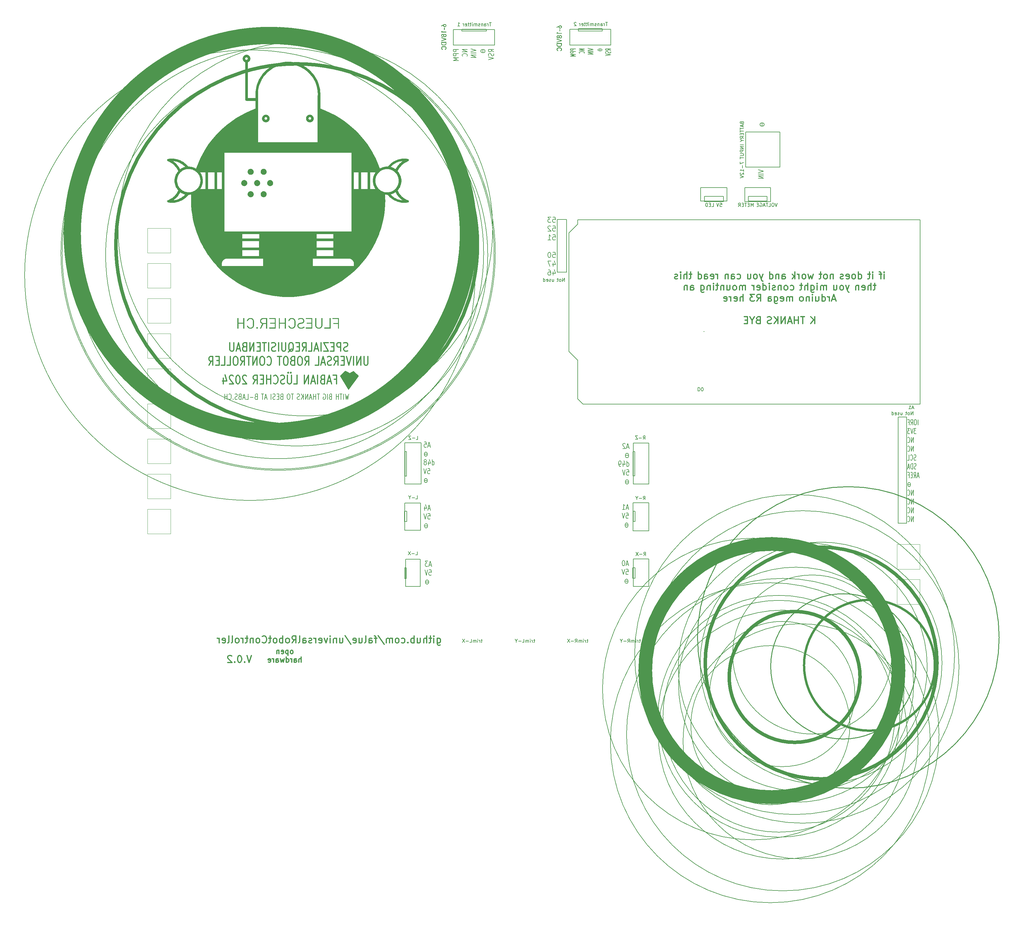
<source format=gbr>
%TF.GenerationSoftware,KiCad,Pcbnew,(7.0.0-0)*%
%TF.CreationDate,2024-04-13T23:50:15+02:00*%
%TF.ProjectId,universalRobotTx,756e6976-6572-4736-916c-526f626f7454,rev?*%
%TF.SameCoordinates,Original*%
%TF.FileFunction,Legend,Bot*%
%TF.FilePolarity,Positive*%
%FSLAX46Y46*%
G04 Gerber Fmt 4.6, Leading zero omitted, Abs format (unit mm)*
G04 Created by KiCad (PCBNEW (7.0.0-0)) date 2024-04-13 23:50:15*
%MOMM*%
%LPD*%
G01*
G04 APERTURE LIST*
%ADD10C,0.150000*%
%ADD11C,1.000000*%
%ADD12C,4.000000*%
%ADD13C,0.250000*%
%ADD14C,5.000000*%
%ADD15C,0.700000*%
%ADD16C,0.200000*%
%ADD17C,0.300000*%
%ADD18C,0.120000*%
G04 APERTURE END LIST*
D10*
X-18943724Y-197205508D02*
G75*
G03*
X-18943724Y-197205508I-36007919J0D01*
G01*
X-116573506Y6857276D02*
X-104686662Y6857276D01*
X-104686662Y6857276D02*
X-104686662Y2328955D01*
X-104686662Y2328955D02*
X-116573506Y2328955D01*
X-116573506Y2328955D02*
X-116573506Y6857276D01*
X-98299767Y-115318840D02*
X-97741802Y-115318840D01*
X-97741802Y-115318840D02*
X-97741802Y-122355404D01*
X-97741802Y-122355404D02*
X-98299767Y-122355404D01*
X-98299767Y-122355404D02*
X-98299767Y-115318840D01*
G36*
X-180255444Y-92717468D02*
G01*
X-179149593Y-92112936D01*
X-177737228Y-93442974D01*
X-177736451Y-93440726D01*
X-177733709Y-93443467D01*
X-180554802Y-97322242D01*
X-182923197Y-93442974D01*
X-181538230Y-92024468D01*
X-180255444Y-92717468D01*
G37*
X-180255444Y-92717468D02*
X-179149593Y-92112936D01*
X-177737228Y-93442974D01*
X-177736451Y-93440726D01*
X-177733709Y-93443467D01*
X-180554802Y-97322242D01*
X-182923197Y-93442974D01*
X-181538230Y-92024468D01*
X-180255444Y-92717468D01*
X-35524239Y-194475312D02*
G75*
G03*
X-35524239Y-194475312I-23014768J0D01*
G01*
X-98257478Y-130137989D02*
X-93667664Y-130137989D01*
X-93667664Y-130137989D02*
X-93667664Y-138270818D01*
X-93667664Y-138270818D02*
X-98257478Y-138270818D01*
X-98257478Y-138270818D02*
X-98257478Y-130137989D01*
X-17098538Y-182771727D02*
G75*
G03*
X-17098538Y-182771727I-34003957J0D01*
G01*
D11*
X-10331928Y-176499302D02*
G75*
G03*
X-10331928Y-176499302I-33533154J0D01*
G01*
D10*
X-138460810Y-57900905D02*
G75*
G03*
X-138460810Y-57900905I-62485598J0D01*
G01*
X-8881388Y-176499302D02*
G75*
G03*
X-8881388Y-176499302I-34983694J0D01*
G01*
D12*
X-21471155Y-178673973D02*
G75*
G03*
X-21471155Y-178673973I-36632401J0D01*
G01*
D10*
X-164262621Y-115335563D02*
X-163815356Y-115335563D01*
X-163815356Y-115335563D02*
X-163815356Y-122379981D01*
X-163815356Y-122379981D02*
X-164262621Y-122379981D01*
X-164262621Y-122379981D02*
X-164262621Y-115335563D01*
X-3964876Y-177625122D02*
G75*
G03*
X-3964876Y-177625122I-45207642J0D01*
G01*
X-13164599Y-177625122D02*
G75*
G03*
X-13164599Y-177625122I-36007919J0D01*
G01*
D13*
X7646046Y-169101058D02*
G75*
G03*
X7646046Y-169101058I-43630389J0D01*
G01*
D14*
X-145890411Y-52229588D02*
G75*
G03*
X-145890411Y-52229588I-57309589J0D01*
G01*
D10*
X-21093769Y-191898072D02*
G75*
G03*
X-21093769Y-191898072I-34983694J0D01*
G01*
X-15801081Y-199135485D02*
G75*
G03*
X-15801081Y-199135485I-34003957J0D01*
G01*
X-147813439Y6876425D02*
X-140706647Y6876425D01*
X-140706647Y6876425D02*
X-140706647Y6349996D01*
X-140706647Y6349996D02*
X-147813439Y6349996D01*
X-147813439Y6349996D02*
X-147813439Y6876425D01*
X-143959348Y-64285559D02*
G75*
G03*
X-143959348Y-64285559I-65162211J0D01*
G01*
D11*
X-32600878Y-180516135D02*
G75*
G03*
X-32600878Y-180516135I-18927608J0D01*
G01*
D10*
X-98206773Y-132610529D02*
X-97679805Y-132610529D01*
X-97679805Y-132610529D02*
X-97679805Y-135555347D01*
X-97679805Y-135555347D02*
X-98206773Y-135555347D01*
X-98206773Y-135555347D02*
X-98206773Y-132610529D01*
X-77604280Y-41434543D02*
X-72084503Y-41434543D01*
X-72084503Y-41434543D02*
X-72084503Y-42999853D01*
X-72084503Y-42999853D02*
X-77604280Y-42999853D01*
X-77604280Y-42999853D02*
X-77604280Y-41434543D01*
D13*
X-16417273Y-177464291D02*
G75*
G03*
X-16417273Y-177464291I-21014553J0D01*
G01*
D10*
X-98176955Y-146403647D02*
X-93748187Y-146403647D01*
X-93748187Y-146403647D02*
X-93748187Y-154375430D01*
X-93748187Y-154375430D02*
X-98176955Y-154375430D01*
X-98176955Y-154375430D02*
X-98176955Y-146403647D01*
X-138110278Y-57900905D02*
G75*
G03*
X-138110278Y-57900905I-62836130J0D01*
G01*
X-64917033Y-41516928D02*
X-59520833Y-41516928D01*
X-59520833Y-41516928D02*
X-59520833Y-42835083D01*
X-59520833Y-42835083D02*
X-64917033Y-42835083D01*
X-64917033Y-42835083D02*
X-64917033Y-41516928D01*
X-114078110Y7008032D02*
X-107190663Y7008032D01*
X-107190663Y7008032D02*
X-107190663Y6393865D01*
X-107190663Y6393865D02*
X-114078110Y6393865D01*
X-114078110Y6393865D02*
X-114078110Y7008032D01*
X-12246760Y-199555312D02*
G75*
G03*
X-12246760Y-199555312I-46292247J0D01*
G01*
X-98361763Y-148897881D02*
X-97679805Y-148897881D01*
X-97679805Y-148897881D02*
X-97679805Y-151935693D01*
X-97679805Y-151935693D02*
X-98361763Y-151935693D01*
X-98361763Y-151935693D02*
X-98361763Y-148897881D01*
X-120180122Y-48173245D02*
X-117522862Y-48173245D01*
X-117522862Y-48173245D02*
X-117522862Y-63392103D01*
X-117522862Y-63392103D02*
X-120180122Y-63392103D01*
X-120180122Y-63392103D02*
X-120180122Y-48173245D01*
X-164374437Y-132555252D02*
X-163759448Y-132555252D01*
X-163759448Y-132555252D02*
X-163759448Y-135518380D01*
X-163759448Y-135518380D02*
X-164374437Y-135518380D01*
X-164374437Y-135518380D02*
X-164374437Y-132555252D01*
X-5230075Y-174037758D02*
G75*
G03*
X-5230075Y-174037758I-46292247J0D01*
G01*
X-22544309Y-191898072D02*
G75*
G03*
X-22544309Y-191898072I-33533154J0D01*
G01*
X-164044817Y-146484170D02*
X-159857618Y-146484170D01*
X-159857618Y-146484170D02*
X-159857618Y-154375430D01*
X-159857618Y-154375430D02*
X-164044817Y-154375430D01*
X-164044817Y-154375430D02*
X-164044817Y-146484170D01*
X-78699635Y-38961649D02*
X-71130467Y-38961649D01*
X-71130467Y-38961649D02*
X-71130467Y-42826756D01*
X-71130467Y-42826756D02*
X-78699635Y-42826756D01*
X-78699635Y-42826756D02*
X-78699635Y-38961649D01*
X-138864966Y-50804415D02*
G75*
G03*
X-138864966Y-50804415I-54193953J0D01*
G01*
X-9744001Y-197205508D02*
G75*
G03*
X-9744001Y-197205508I-45207642J0D01*
G01*
D15*
X-10945142Y-177142628D02*
G75*
G03*
X-10945142Y-177142628I-18927608J0D01*
G01*
D10*
X-21538470Y-105341115D02*
X-19121382Y-105341115D01*
X-19121382Y-105341115D02*
X-19121382Y-136019535D01*
X-19121382Y-136019535D02*
X-21538470Y-136019535D01*
X-21538470Y-136019535D02*
X-21538470Y-105341115D01*
X-141486532Y-57900905D02*
G75*
G03*
X-141486532Y-57900905I-59459876J0D01*
G01*
X-164318529Y-148880411D02*
X-163871264Y-148880411D01*
X-163871264Y-148880411D02*
X-163871264Y-152011264D01*
X-163871264Y-152011264D02*
X-164318529Y-152011264D01*
X-164318529Y-152011264D02*
X-164318529Y-148880411D01*
X-150284343Y6794383D02*
X-138334606Y6794383D01*
X-138334606Y6794383D02*
X-138334606Y2266061D01*
X-138334606Y2266061D02*
X-150284343Y2266061D01*
X-150284343Y2266061D02*
X-150284343Y6794383D01*
X-19845318Y-184017333D02*
G75*
G03*
X-19845318Y-184017333I-43630389J0D01*
G01*
X-98176955Y-112825532D02*
X-93748187Y-112825532D01*
X-93748187Y-112825532D02*
X-93748187Y-124742944D01*
X-93748187Y-124742944D02*
X-98176955Y-124742944D01*
X-98176955Y-124742944D02*
X-98176955Y-112825532D01*
D11*
X-143278199Y-55443374D02*
G75*
G03*
X-143278199Y-55443374I-52301801J0D01*
G01*
D10*
X-164286387Y-130218512D02*
X-159777095Y-130218512D01*
X-159777095Y-130218512D02*
X-159777095Y-138109772D01*
X-159777095Y-138109772D02*
X-164286387Y-138109772D01*
X-164286387Y-138109772D02*
X-164286387Y-130218512D01*
X-65976991Y-38961649D02*
X-58488347Y-38961649D01*
X-58488347Y-38961649D02*
X-58488347Y-42987802D01*
X-58488347Y-42987802D02*
X-65976991Y-42987802D01*
X-65976991Y-42987802D02*
X-65976991Y-38961649D01*
X-34097921Y-185464816D02*
G75*
G03*
X-34097921Y-185464816I-21014553J0D01*
G01*
X-23427554Y-174037758D02*
G75*
G03*
X-23427554Y-174037758I-23014768J0D01*
G01*
X-65641336Y-22884738D02*
X-55767080Y-22884738D01*
X-55767080Y-22884738D02*
X-55767080Y-33010568D01*
X-55767080Y-33010568D02*
X-65641336Y-33010568D01*
X-65641336Y-33010568D02*
X-65641336Y-22884738D01*
X-140301572Y-58420000D02*
G75*
G03*
X-140301572Y-58420000I-55278428J0D01*
G01*
X-164286387Y-112745009D02*
X-159616049Y-112745009D01*
X-159616049Y-112745009D02*
X-159616049Y-124662421D01*
X-159616049Y-124662421D02*
X-164286387Y-124662421D01*
X-164286387Y-124662421D02*
X-164286387Y-112745009D01*
D16*
X-99503757Y-114050148D02*
X-100075186Y-114050148D01*
X-99389471Y-114498720D02*
X-99789471Y-112928720D01*
X-99789471Y-112928720D02*
X-100189471Y-114498720D01*
X-100532328Y-113078243D02*
X-100589471Y-113003482D01*
X-100589471Y-113003482D02*
X-100703757Y-112928720D01*
X-100703757Y-112928720D02*
X-100989471Y-112928720D01*
X-100989471Y-112928720D02*
X-101103757Y-113003482D01*
X-101103757Y-113003482D02*
X-101160899Y-113078243D01*
X-101160899Y-113078243D02*
X-101218042Y-113227767D01*
X-101218042Y-113227767D02*
X-101218042Y-113377291D01*
X-101218042Y-113377291D02*
X-101160899Y-113601577D01*
X-101160899Y-113601577D02*
X-100475185Y-114498720D01*
X-100475185Y-114498720D02*
X-101218042Y-114498720D01*
X-99903757Y-115845929D02*
X-100132328Y-115845929D01*
X-100132328Y-115845929D02*
X-100360900Y-115995453D01*
X-100360900Y-115995453D02*
X-100475186Y-116294501D01*
X-100475186Y-116294501D02*
X-100475186Y-116593548D01*
X-100475186Y-116593548D02*
X-100360900Y-116892596D01*
X-100360900Y-116892596D02*
X-100132328Y-117042120D01*
X-100132328Y-117042120D02*
X-99903757Y-117042120D01*
X-99903757Y-117042120D02*
X-99675186Y-116892596D01*
X-99675186Y-116892596D02*
X-99560900Y-116593548D01*
X-99560900Y-116593548D02*
X-99560900Y-116294501D01*
X-99560900Y-116294501D02*
X-99675186Y-115995453D01*
X-99675186Y-115995453D02*
X-99903757Y-115845929D01*
X-99675186Y-116444024D02*
X-100360900Y-116444024D01*
X-100075186Y-119585520D02*
X-100075186Y-118015520D01*
X-100075186Y-119510758D02*
X-99960900Y-119585520D01*
X-99960900Y-119585520D02*
X-99732328Y-119585520D01*
X-99732328Y-119585520D02*
X-99618043Y-119510758D01*
X-99618043Y-119510758D02*
X-99560900Y-119435996D01*
X-99560900Y-119435996D02*
X-99503757Y-119286472D01*
X-99503757Y-119286472D02*
X-99503757Y-118837901D01*
X-99503757Y-118837901D02*
X-99560900Y-118688377D01*
X-99560900Y-118688377D02*
X-99618043Y-118613615D01*
X-99618043Y-118613615D02*
X-99732328Y-118538853D01*
X-99732328Y-118538853D02*
X-99960900Y-118538853D01*
X-99960900Y-118538853D02*
X-100075186Y-118613615D01*
X-101160900Y-118538853D02*
X-101160900Y-119585520D01*
X-100875185Y-117940758D02*
X-100589471Y-119062186D01*
X-100589471Y-119062186D02*
X-101332328Y-119062186D01*
X-101846614Y-119585520D02*
X-102075185Y-119585520D01*
X-102075185Y-119585520D02*
X-102189471Y-119510758D01*
X-102189471Y-119510758D02*
X-102246614Y-119435996D01*
X-102246614Y-119435996D02*
X-102360899Y-119211710D01*
X-102360899Y-119211710D02*
X-102418042Y-118912662D01*
X-102418042Y-118912662D02*
X-102418042Y-118314567D01*
X-102418042Y-118314567D02*
X-102360899Y-118165043D01*
X-102360899Y-118165043D02*
X-102303757Y-118090282D01*
X-102303757Y-118090282D02*
X-102189471Y-118015520D01*
X-102189471Y-118015520D02*
X-101960899Y-118015520D01*
X-101960899Y-118015520D02*
X-101846614Y-118090282D01*
X-101846614Y-118090282D02*
X-101789471Y-118165043D01*
X-101789471Y-118165043D02*
X-101732328Y-118314567D01*
X-101732328Y-118314567D02*
X-101732328Y-118688377D01*
X-101732328Y-118688377D02*
X-101789471Y-118837901D01*
X-101789471Y-118837901D02*
X-101846614Y-118912662D01*
X-101846614Y-118912662D02*
X-101960899Y-118987424D01*
X-101960899Y-118987424D02*
X-102189471Y-118987424D01*
X-102189471Y-118987424D02*
X-102303757Y-118912662D01*
X-102303757Y-118912662D02*
X-102360899Y-118837901D01*
X-102360899Y-118837901D02*
X-102418042Y-118688377D01*
X-100132328Y-120558920D02*
X-99560900Y-120558920D01*
X-99560900Y-120558920D02*
X-99503757Y-121306539D01*
X-99503757Y-121306539D02*
X-99560900Y-121231777D01*
X-99560900Y-121231777D02*
X-99675186Y-121157015D01*
X-99675186Y-121157015D02*
X-99960900Y-121157015D01*
X-99960900Y-121157015D02*
X-100075186Y-121231777D01*
X-100075186Y-121231777D02*
X-100132328Y-121306539D01*
X-100132328Y-121306539D02*
X-100189471Y-121456062D01*
X-100189471Y-121456062D02*
X-100189471Y-121829872D01*
X-100189471Y-121829872D02*
X-100132328Y-121979396D01*
X-100132328Y-121979396D02*
X-100075186Y-122054158D01*
X-100075186Y-122054158D02*
X-99960900Y-122128920D01*
X-99960900Y-122128920D02*
X-99675186Y-122128920D01*
X-99675186Y-122128920D02*
X-99560900Y-122054158D01*
X-99560900Y-122054158D02*
X-99503757Y-121979396D01*
X-100532328Y-120558920D02*
X-100932328Y-122128920D01*
X-100932328Y-122128920D02*
X-101332328Y-120558920D01*
X-99903757Y-123476129D02*
X-100132328Y-123476129D01*
X-100132328Y-123476129D02*
X-100360900Y-123625653D01*
X-100360900Y-123625653D02*
X-100475186Y-123924701D01*
X-100475186Y-123924701D02*
X-100475186Y-124223748D01*
X-100475186Y-124223748D02*
X-100360900Y-124522796D01*
X-100360900Y-124522796D02*
X-100132328Y-124672320D01*
X-100132328Y-124672320D02*
X-99903757Y-124672320D01*
X-99903757Y-124672320D02*
X-99675186Y-124522796D01*
X-99675186Y-124522796D02*
X-99560900Y-124223748D01*
X-99560900Y-124223748D02*
X-99560900Y-123924701D01*
X-99560900Y-123924701D02*
X-99675186Y-123625653D01*
X-99675186Y-123625653D02*
X-99903757Y-123476129D01*
X-99675186Y-124074224D02*
X-100360900Y-124074224D01*
X-61537631Y-20571998D02*
X-61537631Y-20800569D01*
X-61537631Y-20800569D02*
X-61388107Y-21029141D01*
X-61388107Y-21029141D02*
X-61089059Y-21143427D01*
X-61089059Y-21143427D02*
X-60790012Y-21143427D01*
X-60790012Y-21143427D02*
X-60490964Y-21029141D01*
X-60490964Y-21029141D02*
X-60341440Y-20800569D01*
X-60341440Y-20800569D02*
X-60341440Y-20571998D01*
X-60341440Y-20571998D02*
X-60490964Y-20343427D01*
X-60490964Y-20343427D02*
X-60790012Y-20229141D01*
X-60790012Y-20229141D02*
X-61089059Y-20229141D01*
X-61089059Y-20229141D02*
X-61388107Y-20343427D01*
X-61388107Y-20343427D02*
X-61537631Y-20571998D01*
X-60939536Y-20343427D02*
X-60939536Y-21029141D01*
X-156651925Y-148125694D02*
X-157223354Y-148125694D01*
X-156537639Y-148574266D02*
X-156937639Y-147004266D01*
X-156937639Y-147004266D02*
X-157337639Y-148574266D01*
X-157623353Y-147004266D02*
X-158366210Y-147004266D01*
X-158366210Y-147004266D02*
X-157966210Y-147602361D01*
X-157966210Y-147602361D02*
X-158137639Y-147602361D01*
X-158137639Y-147602361D02*
X-158251925Y-147677123D01*
X-158251925Y-147677123D02*
X-158309067Y-147751885D01*
X-158309067Y-147751885D02*
X-158366210Y-147901408D01*
X-158366210Y-147901408D02*
X-158366210Y-148275218D01*
X-158366210Y-148275218D02*
X-158309067Y-148424742D01*
X-158309067Y-148424742D02*
X-158251925Y-148499504D01*
X-158251925Y-148499504D02*
X-158137639Y-148574266D01*
X-158137639Y-148574266D02*
X-157794782Y-148574266D01*
X-157794782Y-148574266D02*
X-157680496Y-148499504D01*
X-157680496Y-148499504D02*
X-157623353Y-148424742D01*
X-157280496Y-149547666D02*
X-156709068Y-149547666D01*
X-156709068Y-149547666D02*
X-156651925Y-150295285D01*
X-156651925Y-150295285D02*
X-156709068Y-150220523D01*
X-156709068Y-150220523D02*
X-156823354Y-150145761D01*
X-156823354Y-150145761D02*
X-157109068Y-150145761D01*
X-157109068Y-150145761D02*
X-157223354Y-150220523D01*
X-157223354Y-150220523D02*
X-157280496Y-150295285D01*
X-157280496Y-150295285D02*
X-157337639Y-150444808D01*
X-157337639Y-150444808D02*
X-157337639Y-150818618D01*
X-157337639Y-150818618D02*
X-157280496Y-150968142D01*
X-157280496Y-150968142D02*
X-157223354Y-151042904D01*
X-157223354Y-151042904D02*
X-157109068Y-151117666D01*
X-157109068Y-151117666D02*
X-156823354Y-151117666D01*
X-156823354Y-151117666D02*
X-156709068Y-151042904D01*
X-156709068Y-151042904D02*
X-156651925Y-150968142D01*
X-157680496Y-149547666D02*
X-158080496Y-151117666D01*
X-158080496Y-151117666D02*
X-158480496Y-149547666D01*
X-157737639Y-152464875D02*
X-157966210Y-152464875D01*
X-157966210Y-152464875D02*
X-158194782Y-152614399D01*
X-158194782Y-152614399D02*
X-158309068Y-152913447D01*
X-158309068Y-152913447D02*
X-158309068Y-153212494D01*
X-158309068Y-153212494D02*
X-158194782Y-153511542D01*
X-158194782Y-153511542D02*
X-157966210Y-153661066D01*
X-157966210Y-153661066D02*
X-157737639Y-153661066D01*
X-157737639Y-153661066D02*
X-157509068Y-153511542D01*
X-157509068Y-153511542D02*
X-157394782Y-153212494D01*
X-157394782Y-153212494D02*
X-157394782Y-152913447D01*
X-157394782Y-152913447D02*
X-157509068Y-152614399D01*
X-157509068Y-152614399D02*
X-157737639Y-152464875D01*
X-157509068Y-153062970D02*
X-158194782Y-153062970D01*
D17*
X-208661904Y-174324427D02*
X-209328570Y-176324427D01*
X-209328570Y-176324427D02*
X-209995237Y-174324427D01*
X-210661904Y-176133951D02*
X-210757142Y-176229189D01*
X-210757142Y-176229189D02*
X-210661904Y-176324427D01*
X-210661904Y-176324427D02*
X-210566666Y-176229189D01*
X-210566666Y-176229189D02*
X-210661904Y-176133951D01*
X-210661904Y-176133951D02*
X-210661904Y-176324427D01*
X-211995237Y-174324427D02*
X-212185714Y-174324427D01*
X-212185714Y-174324427D02*
X-212376190Y-174419666D01*
X-212376190Y-174419666D02*
X-212471428Y-174514904D01*
X-212471428Y-174514904D02*
X-212566666Y-174705380D01*
X-212566666Y-174705380D02*
X-212661904Y-175086332D01*
X-212661904Y-175086332D02*
X-212661904Y-175562523D01*
X-212661904Y-175562523D02*
X-212566666Y-175943475D01*
X-212566666Y-175943475D02*
X-212471428Y-176133951D01*
X-212471428Y-176133951D02*
X-212376190Y-176229189D01*
X-212376190Y-176229189D02*
X-212185714Y-176324427D01*
X-212185714Y-176324427D02*
X-211995237Y-176324427D01*
X-211995237Y-176324427D02*
X-211804761Y-176229189D01*
X-211804761Y-176229189D02*
X-211709523Y-176133951D01*
X-211709523Y-176133951D02*
X-211614285Y-175943475D01*
X-211614285Y-175943475D02*
X-211519047Y-175562523D01*
X-211519047Y-175562523D02*
X-211519047Y-175086332D01*
X-211519047Y-175086332D02*
X-211614285Y-174705380D01*
X-211614285Y-174705380D02*
X-211709523Y-174514904D01*
X-211709523Y-174514904D02*
X-211804761Y-174419666D01*
X-211804761Y-174419666D02*
X-211995237Y-174324427D01*
X-213519047Y-176133951D02*
X-213614285Y-176229189D01*
X-213614285Y-176229189D02*
X-213519047Y-176324427D01*
X-213519047Y-176324427D02*
X-213423809Y-176229189D01*
X-213423809Y-176229189D02*
X-213519047Y-176133951D01*
X-213519047Y-176133951D02*
X-213519047Y-176324427D01*
X-214376190Y-174514904D02*
X-214471428Y-174419666D01*
X-214471428Y-174419666D02*
X-214661904Y-174324427D01*
X-214661904Y-174324427D02*
X-215138095Y-174324427D01*
X-215138095Y-174324427D02*
X-215328571Y-174419666D01*
X-215328571Y-174419666D02*
X-215423809Y-174514904D01*
X-215423809Y-174514904D02*
X-215519047Y-174705380D01*
X-215519047Y-174705380D02*
X-215519047Y-174895856D01*
X-215519047Y-174895856D02*
X-215423809Y-175181570D01*
X-215423809Y-175181570D02*
X-214280952Y-176324427D01*
X-214280952Y-176324427D02*
X-215519047Y-176324427D01*
X-180831626Y-86152333D02*
X-181117340Y-86271381D01*
X-181117340Y-86271381D02*
X-181593531Y-86271381D01*
X-181593531Y-86271381D02*
X-181784007Y-86152333D01*
X-181784007Y-86152333D02*
X-181879245Y-86033286D01*
X-181879245Y-86033286D02*
X-181974483Y-85795190D01*
X-181974483Y-85795190D02*
X-181974483Y-85557095D01*
X-181974483Y-85557095D02*
X-181879245Y-85319000D01*
X-181879245Y-85319000D02*
X-181784007Y-85199952D01*
X-181784007Y-85199952D02*
X-181593531Y-85080905D01*
X-181593531Y-85080905D02*
X-181212578Y-84961857D01*
X-181212578Y-84961857D02*
X-181022102Y-84842809D01*
X-181022102Y-84842809D02*
X-180926864Y-84723762D01*
X-180926864Y-84723762D02*
X-180831626Y-84485667D01*
X-180831626Y-84485667D02*
X-180831626Y-84247571D01*
X-180831626Y-84247571D02*
X-180926864Y-84009476D01*
X-180926864Y-84009476D02*
X-181022102Y-83890429D01*
X-181022102Y-83890429D02*
X-181212578Y-83771381D01*
X-181212578Y-83771381D02*
X-181688769Y-83771381D01*
X-181688769Y-83771381D02*
X-181974483Y-83890429D01*
X-182831626Y-86271381D02*
X-182831626Y-83771381D01*
X-182831626Y-83771381D02*
X-183593531Y-83771381D01*
X-183593531Y-83771381D02*
X-183784007Y-83890429D01*
X-183784007Y-83890429D02*
X-183879245Y-84009476D01*
X-183879245Y-84009476D02*
X-183974483Y-84247571D01*
X-183974483Y-84247571D02*
X-183974483Y-84604714D01*
X-183974483Y-84604714D02*
X-183879245Y-84842809D01*
X-183879245Y-84842809D02*
X-183784007Y-84961857D01*
X-183784007Y-84961857D02*
X-183593531Y-85080905D01*
X-183593531Y-85080905D02*
X-182831626Y-85080905D01*
X-184831626Y-84961857D02*
X-185498293Y-84961857D01*
X-185784007Y-86271381D02*
X-184831626Y-86271381D01*
X-184831626Y-86271381D02*
X-184831626Y-83771381D01*
X-184831626Y-83771381D02*
X-185784007Y-83771381D01*
X-186450674Y-83771381D02*
X-187784007Y-83771381D01*
X-187784007Y-83771381D02*
X-186450674Y-86271381D01*
X-186450674Y-86271381D02*
X-187784007Y-86271381D01*
X-188545912Y-86271381D02*
X-188545912Y-83771381D01*
X-189403055Y-85557095D02*
X-190355436Y-85557095D01*
X-189212579Y-86271381D02*
X-189879245Y-83771381D01*
X-189879245Y-83771381D02*
X-190545912Y-86271381D01*
X-192164960Y-86271381D02*
X-191212579Y-86271381D01*
X-191212579Y-86271381D02*
X-191212579Y-83771381D01*
X-193974484Y-86271381D02*
X-193307817Y-85080905D01*
X-192831627Y-86271381D02*
X-192831627Y-83771381D01*
X-192831627Y-83771381D02*
X-193593532Y-83771381D01*
X-193593532Y-83771381D02*
X-193784008Y-83890429D01*
X-193784008Y-83890429D02*
X-193879246Y-84009476D01*
X-193879246Y-84009476D02*
X-193974484Y-84247571D01*
X-193974484Y-84247571D02*
X-193974484Y-84604714D01*
X-193974484Y-84604714D02*
X-193879246Y-84842809D01*
X-193879246Y-84842809D02*
X-193784008Y-84961857D01*
X-193784008Y-84961857D02*
X-193593532Y-85080905D01*
X-193593532Y-85080905D02*
X-192831627Y-85080905D01*
X-194831627Y-84961857D02*
X-195498294Y-84961857D01*
X-195784008Y-86271381D02*
X-194831627Y-86271381D01*
X-194831627Y-86271381D02*
X-194831627Y-83771381D01*
X-194831627Y-83771381D02*
X-195784008Y-83771381D01*
X-197974484Y-86509476D02*
X-197784008Y-86390429D01*
X-197784008Y-86390429D02*
X-197593532Y-86152333D01*
X-197593532Y-86152333D02*
X-197307818Y-85795190D01*
X-197307818Y-85795190D02*
X-197117341Y-85676143D01*
X-197117341Y-85676143D02*
X-196926865Y-85676143D01*
X-197022103Y-86271381D02*
X-196831627Y-86152333D01*
X-196831627Y-86152333D02*
X-196641151Y-85914238D01*
X-196641151Y-85914238D02*
X-196545913Y-85438048D01*
X-196545913Y-85438048D02*
X-196545913Y-84604714D01*
X-196545913Y-84604714D02*
X-196641151Y-84128524D01*
X-196641151Y-84128524D02*
X-196831627Y-83890429D01*
X-196831627Y-83890429D02*
X-197022103Y-83771381D01*
X-197022103Y-83771381D02*
X-197403056Y-83771381D01*
X-197403056Y-83771381D02*
X-197593532Y-83890429D01*
X-197593532Y-83890429D02*
X-197784008Y-84128524D01*
X-197784008Y-84128524D02*
X-197879246Y-84604714D01*
X-197879246Y-84604714D02*
X-197879246Y-85438048D01*
X-197879246Y-85438048D02*
X-197784008Y-85914238D01*
X-197784008Y-85914238D02*
X-197593532Y-86152333D01*
X-197593532Y-86152333D02*
X-197403056Y-86271381D01*
X-197403056Y-86271381D02*
X-197022103Y-86271381D01*
X-198736389Y-83771381D02*
X-198736389Y-85795190D01*
X-198736389Y-85795190D02*
X-198831627Y-86033286D01*
X-198831627Y-86033286D02*
X-198926865Y-86152333D01*
X-198926865Y-86152333D02*
X-199117341Y-86271381D01*
X-199117341Y-86271381D02*
X-199498294Y-86271381D01*
X-199498294Y-86271381D02*
X-199688770Y-86152333D01*
X-199688770Y-86152333D02*
X-199784008Y-86033286D01*
X-199784008Y-86033286D02*
X-199879246Y-85795190D01*
X-199879246Y-85795190D02*
X-199879246Y-83771381D01*
X-200831627Y-86271381D02*
X-200831627Y-83771381D01*
X-201688770Y-86152333D02*
X-201974484Y-86271381D01*
X-201974484Y-86271381D02*
X-202450675Y-86271381D01*
X-202450675Y-86271381D02*
X-202641151Y-86152333D01*
X-202641151Y-86152333D02*
X-202736389Y-86033286D01*
X-202736389Y-86033286D02*
X-202831627Y-85795190D01*
X-202831627Y-85795190D02*
X-202831627Y-85557095D01*
X-202831627Y-85557095D02*
X-202736389Y-85319000D01*
X-202736389Y-85319000D02*
X-202641151Y-85199952D01*
X-202641151Y-85199952D02*
X-202450675Y-85080905D01*
X-202450675Y-85080905D02*
X-202069722Y-84961857D01*
X-202069722Y-84961857D02*
X-201879246Y-84842809D01*
X-201879246Y-84842809D02*
X-201784008Y-84723762D01*
X-201784008Y-84723762D02*
X-201688770Y-84485667D01*
X-201688770Y-84485667D02*
X-201688770Y-84247571D01*
X-201688770Y-84247571D02*
X-201784008Y-84009476D01*
X-201784008Y-84009476D02*
X-201879246Y-83890429D01*
X-201879246Y-83890429D02*
X-202069722Y-83771381D01*
X-202069722Y-83771381D02*
X-202545913Y-83771381D01*
X-202545913Y-83771381D02*
X-202831627Y-83890429D01*
X-203688770Y-86271381D02*
X-203688770Y-83771381D01*
X-204355437Y-83771381D02*
X-205498294Y-83771381D01*
X-204926865Y-86271381D02*
X-204926865Y-83771381D01*
X-206164961Y-84961857D02*
X-206831628Y-84961857D01*
X-207117342Y-86271381D02*
X-206164961Y-86271381D01*
X-206164961Y-86271381D02*
X-206164961Y-83771381D01*
X-206164961Y-83771381D02*
X-207117342Y-83771381D01*
X-207974485Y-86271381D02*
X-207974485Y-83771381D01*
X-207974485Y-83771381D02*
X-209117342Y-86271381D01*
X-209117342Y-86271381D02*
X-209117342Y-83771381D01*
X-210736390Y-84961857D02*
X-211022104Y-85080905D01*
X-211022104Y-85080905D02*
X-211117342Y-85199952D01*
X-211117342Y-85199952D02*
X-211212580Y-85438048D01*
X-211212580Y-85438048D02*
X-211212580Y-85795190D01*
X-211212580Y-85795190D02*
X-211117342Y-86033286D01*
X-211117342Y-86033286D02*
X-211022104Y-86152333D01*
X-211022104Y-86152333D02*
X-210831628Y-86271381D01*
X-210831628Y-86271381D02*
X-210069723Y-86271381D01*
X-210069723Y-86271381D02*
X-210069723Y-83771381D01*
X-210069723Y-83771381D02*
X-210736390Y-83771381D01*
X-210736390Y-83771381D02*
X-210926866Y-83890429D01*
X-210926866Y-83890429D02*
X-211022104Y-84009476D01*
X-211022104Y-84009476D02*
X-211117342Y-84247571D01*
X-211117342Y-84247571D02*
X-211117342Y-84485667D01*
X-211117342Y-84485667D02*
X-211022104Y-84723762D01*
X-211022104Y-84723762D02*
X-210926866Y-84842809D01*
X-210926866Y-84842809D02*
X-210736390Y-84961857D01*
X-210736390Y-84961857D02*
X-210069723Y-84961857D01*
X-211974485Y-85557095D02*
X-212926866Y-85557095D01*
X-211784009Y-86271381D02*
X-212450675Y-83771381D01*
X-212450675Y-83771381D02*
X-213117342Y-86271381D01*
X-213784009Y-83771381D02*
X-213784009Y-85795190D01*
X-213784009Y-85795190D02*
X-213879247Y-86033286D01*
X-213879247Y-86033286D02*
X-213974485Y-86152333D01*
X-213974485Y-86152333D02*
X-214164961Y-86271381D01*
X-214164961Y-86271381D02*
X-214545914Y-86271381D01*
X-214545914Y-86271381D02*
X-214736390Y-86152333D01*
X-214736390Y-86152333D02*
X-214831628Y-86033286D01*
X-214831628Y-86033286D02*
X-214926866Y-85795190D01*
X-214926866Y-85795190D02*
X-214926866Y-83771381D01*
X-174964959Y-87821381D02*
X-174964959Y-89845190D01*
X-174964959Y-89845190D02*
X-175060197Y-90083286D01*
X-175060197Y-90083286D02*
X-175155435Y-90202333D01*
X-175155435Y-90202333D02*
X-175345911Y-90321381D01*
X-175345911Y-90321381D02*
X-175726864Y-90321381D01*
X-175726864Y-90321381D02*
X-175917340Y-90202333D01*
X-175917340Y-90202333D02*
X-176012578Y-90083286D01*
X-176012578Y-90083286D02*
X-176107816Y-89845190D01*
X-176107816Y-89845190D02*
X-176107816Y-87821381D01*
X-177060197Y-90321381D02*
X-177060197Y-87821381D01*
X-177060197Y-87821381D02*
X-178203054Y-90321381D01*
X-178203054Y-90321381D02*
X-178203054Y-87821381D01*
X-179155435Y-90321381D02*
X-179155435Y-87821381D01*
X-179822102Y-87821381D02*
X-180488768Y-90321381D01*
X-180488768Y-90321381D02*
X-181155435Y-87821381D01*
X-181822102Y-89011857D02*
X-182488769Y-89011857D01*
X-182774483Y-90321381D02*
X-181822102Y-90321381D01*
X-181822102Y-90321381D02*
X-181822102Y-87821381D01*
X-181822102Y-87821381D02*
X-182774483Y-87821381D01*
X-184774483Y-90321381D02*
X-184107816Y-89130905D01*
X-183631626Y-90321381D02*
X-183631626Y-87821381D01*
X-183631626Y-87821381D02*
X-184393531Y-87821381D01*
X-184393531Y-87821381D02*
X-184584007Y-87940429D01*
X-184584007Y-87940429D02*
X-184679245Y-88059476D01*
X-184679245Y-88059476D02*
X-184774483Y-88297571D01*
X-184774483Y-88297571D02*
X-184774483Y-88654714D01*
X-184774483Y-88654714D02*
X-184679245Y-88892809D01*
X-184679245Y-88892809D02*
X-184584007Y-89011857D01*
X-184584007Y-89011857D02*
X-184393531Y-89130905D01*
X-184393531Y-89130905D02*
X-183631626Y-89130905D01*
X-185536388Y-90202333D02*
X-185822102Y-90321381D01*
X-185822102Y-90321381D02*
X-186298293Y-90321381D01*
X-186298293Y-90321381D02*
X-186488769Y-90202333D01*
X-186488769Y-90202333D02*
X-186584007Y-90083286D01*
X-186584007Y-90083286D02*
X-186679245Y-89845190D01*
X-186679245Y-89845190D02*
X-186679245Y-89607095D01*
X-186679245Y-89607095D02*
X-186584007Y-89369000D01*
X-186584007Y-89369000D02*
X-186488769Y-89249952D01*
X-186488769Y-89249952D02*
X-186298293Y-89130905D01*
X-186298293Y-89130905D02*
X-185917340Y-89011857D01*
X-185917340Y-89011857D02*
X-185726864Y-88892809D01*
X-185726864Y-88892809D02*
X-185631626Y-88773762D01*
X-185631626Y-88773762D02*
X-185536388Y-88535667D01*
X-185536388Y-88535667D02*
X-185536388Y-88297571D01*
X-185536388Y-88297571D02*
X-185631626Y-88059476D01*
X-185631626Y-88059476D02*
X-185726864Y-87940429D01*
X-185726864Y-87940429D02*
X-185917340Y-87821381D01*
X-185917340Y-87821381D02*
X-186393531Y-87821381D01*
X-186393531Y-87821381D02*
X-186679245Y-87940429D01*
X-187441150Y-89607095D02*
X-188393531Y-89607095D01*
X-187250674Y-90321381D02*
X-187917340Y-87821381D01*
X-187917340Y-87821381D02*
X-188584007Y-90321381D01*
X-190203055Y-90321381D02*
X-189250674Y-90321381D01*
X-189250674Y-90321381D02*
X-189250674Y-87821381D01*
X-193212579Y-90321381D02*
X-192545912Y-89130905D01*
X-192069722Y-90321381D02*
X-192069722Y-87821381D01*
X-192069722Y-87821381D02*
X-192831627Y-87821381D01*
X-192831627Y-87821381D02*
X-193022103Y-87940429D01*
X-193022103Y-87940429D02*
X-193117341Y-88059476D01*
X-193117341Y-88059476D02*
X-193212579Y-88297571D01*
X-193212579Y-88297571D02*
X-193212579Y-88654714D01*
X-193212579Y-88654714D02*
X-193117341Y-88892809D01*
X-193117341Y-88892809D02*
X-193022103Y-89011857D01*
X-193022103Y-89011857D02*
X-192831627Y-89130905D01*
X-192831627Y-89130905D02*
X-192069722Y-89130905D01*
X-194450674Y-87821381D02*
X-194831627Y-87821381D01*
X-194831627Y-87821381D02*
X-195022103Y-87940429D01*
X-195022103Y-87940429D02*
X-195212579Y-88178524D01*
X-195212579Y-88178524D02*
X-195307817Y-88654714D01*
X-195307817Y-88654714D02*
X-195307817Y-89488048D01*
X-195307817Y-89488048D02*
X-195212579Y-89964238D01*
X-195212579Y-89964238D02*
X-195022103Y-90202333D01*
X-195022103Y-90202333D02*
X-194831627Y-90321381D01*
X-194831627Y-90321381D02*
X-194450674Y-90321381D01*
X-194450674Y-90321381D02*
X-194260198Y-90202333D01*
X-194260198Y-90202333D02*
X-194069722Y-89964238D01*
X-194069722Y-89964238D02*
X-193974484Y-89488048D01*
X-193974484Y-89488048D02*
X-193974484Y-88654714D01*
X-193974484Y-88654714D02*
X-194069722Y-88178524D01*
X-194069722Y-88178524D02*
X-194260198Y-87940429D01*
X-194260198Y-87940429D02*
X-194450674Y-87821381D01*
X-196831627Y-89011857D02*
X-197117341Y-89130905D01*
X-197117341Y-89130905D02*
X-197212579Y-89249952D01*
X-197212579Y-89249952D02*
X-197307817Y-89488048D01*
X-197307817Y-89488048D02*
X-197307817Y-89845190D01*
X-197307817Y-89845190D02*
X-197212579Y-90083286D01*
X-197212579Y-90083286D02*
X-197117341Y-90202333D01*
X-197117341Y-90202333D02*
X-196926865Y-90321381D01*
X-196926865Y-90321381D02*
X-196164960Y-90321381D01*
X-196164960Y-90321381D02*
X-196164960Y-87821381D01*
X-196164960Y-87821381D02*
X-196831627Y-87821381D01*
X-196831627Y-87821381D02*
X-197022103Y-87940429D01*
X-197022103Y-87940429D02*
X-197117341Y-88059476D01*
X-197117341Y-88059476D02*
X-197212579Y-88297571D01*
X-197212579Y-88297571D02*
X-197212579Y-88535667D01*
X-197212579Y-88535667D02*
X-197117341Y-88773762D01*
X-197117341Y-88773762D02*
X-197022103Y-88892809D01*
X-197022103Y-88892809D02*
X-196831627Y-89011857D01*
X-196831627Y-89011857D02*
X-196164960Y-89011857D01*
X-198545912Y-87821381D02*
X-198926865Y-87821381D01*
X-198926865Y-87821381D02*
X-199117341Y-87940429D01*
X-199117341Y-87940429D02*
X-199307817Y-88178524D01*
X-199307817Y-88178524D02*
X-199403055Y-88654714D01*
X-199403055Y-88654714D02*
X-199403055Y-89488048D01*
X-199403055Y-89488048D02*
X-199307817Y-89964238D01*
X-199307817Y-89964238D02*
X-199117341Y-90202333D01*
X-199117341Y-90202333D02*
X-198926865Y-90321381D01*
X-198926865Y-90321381D02*
X-198545912Y-90321381D01*
X-198545912Y-90321381D02*
X-198355436Y-90202333D01*
X-198355436Y-90202333D02*
X-198164960Y-89964238D01*
X-198164960Y-89964238D02*
X-198069722Y-89488048D01*
X-198069722Y-89488048D02*
X-198069722Y-88654714D01*
X-198069722Y-88654714D02*
X-198164960Y-88178524D01*
X-198164960Y-88178524D02*
X-198355436Y-87940429D01*
X-198355436Y-87940429D02*
X-198545912Y-87821381D01*
X-199974484Y-87821381D02*
X-201117341Y-87821381D01*
X-200545912Y-90321381D02*
X-200545912Y-87821381D01*
X-204126865Y-90083286D02*
X-204031627Y-90202333D01*
X-204031627Y-90202333D02*
X-203745913Y-90321381D01*
X-203745913Y-90321381D02*
X-203555437Y-90321381D01*
X-203555437Y-90321381D02*
X-203269722Y-90202333D01*
X-203269722Y-90202333D02*
X-203079246Y-89964238D01*
X-203079246Y-89964238D02*
X-202984008Y-89726143D01*
X-202984008Y-89726143D02*
X-202888770Y-89249952D01*
X-202888770Y-89249952D02*
X-202888770Y-88892809D01*
X-202888770Y-88892809D02*
X-202984008Y-88416619D01*
X-202984008Y-88416619D02*
X-203079246Y-88178524D01*
X-203079246Y-88178524D02*
X-203269722Y-87940429D01*
X-203269722Y-87940429D02*
X-203555437Y-87821381D01*
X-203555437Y-87821381D02*
X-203745913Y-87821381D01*
X-203745913Y-87821381D02*
X-204031627Y-87940429D01*
X-204031627Y-87940429D02*
X-204126865Y-88059476D01*
X-205364960Y-87821381D02*
X-205745913Y-87821381D01*
X-205745913Y-87821381D02*
X-205936389Y-87940429D01*
X-205936389Y-87940429D02*
X-206126865Y-88178524D01*
X-206126865Y-88178524D02*
X-206222103Y-88654714D01*
X-206222103Y-88654714D02*
X-206222103Y-89488048D01*
X-206222103Y-89488048D02*
X-206126865Y-89964238D01*
X-206126865Y-89964238D02*
X-205936389Y-90202333D01*
X-205936389Y-90202333D02*
X-205745913Y-90321381D01*
X-205745913Y-90321381D02*
X-205364960Y-90321381D01*
X-205364960Y-90321381D02*
X-205174484Y-90202333D01*
X-205174484Y-90202333D02*
X-204984008Y-89964238D01*
X-204984008Y-89964238D02*
X-204888770Y-89488048D01*
X-204888770Y-89488048D02*
X-204888770Y-88654714D01*
X-204888770Y-88654714D02*
X-204984008Y-88178524D01*
X-204984008Y-88178524D02*
X-205174484Y-87940429D01*
X-205174484Y-87940429D02*
X-205364960Y-87821381D01*
X-207079246Y-90321381D02*
X-207079246Y-87821381D01*
X-207079246Y-87821381D02*
X-208222103Y-90321381D01*
X-208222103Y-90321381D02*
X-208222103Y-87821381D01*
X-208888770Y-87821381D02*
X-210031627Y-87821381D01*
X-209460198Y-90321381D02*
X-209460198Y-87821381D01*
X-211841151Y-90321381D02*
X-211174484Y-89130905D01*
X-210698294Y-90321381D02*
X-210698294Y-87821381D01*
X-210698294Y-87821381D02*
X-211460199Y-87821381D01*
X-211460199Y-87821381D02*
X-211650675Y-87940429D01*
X-211650675Y-87940429D02*
X-211745913Y-88059476D01*
X-211745913Y-88059476D02*
X-211841151Y-88297571D01*
X-211841151Y-88297571D02*
X-211841151Y-88654714D01*
X-211841151Y-88654714D02*
X-211745913Y-88892809D01*
X-211745913Y-88892809D02*
X-211650675Y-89011857D01*
X-211650675Y-89011857D02*
X-211460199Y-89130905D01*
X-211460199Y-89130905D02*
X-210698294Y-89130905D01*
X-213079246Y-87821381D02*
X-213460199Y-87821381D01*
X-213460199Y-87821381D02*
X-213650675Y-87940429D01*
X-213650675Y-87940429D02*
X-213841151Y-88178524D01*
X-213841151Y-88178524D02*
X-213936389Y-88654714D01*
X-213936389Y-88654714D02*
X-213936389Y-89488048D01*
X-213936389Y-89488048D02*
X-213841151Y-89964238D01*
X-213841151Y-89964238D02*
X-213650675Y-90202333D01*
X-213650675Y-90202333D02*
X-213460199Y-90321381D01*
X-213460199Y-90321381D02*
X-213079246Y-90321381D01*
X-213079246Y-90321381D02*
X-212888770Y-90202333D01*
X-212888770Y-90202333D02*
X-212698294Y-89964238D01*
X-212698294Y-89964238D02*
X-212603056Y-89488048D01*
X-212603056Y-89488048D02*
X-212603056Y-88654714D01*
X-212603056Y-88654714D02*
X-212698294Y-88178524D01*
X-212698294Y-88178524D02*
X-212888770Y-87940429D01*
X-212888770Y-87940429D02*
X-213079246Y-87821381D01*
X-215745913Y-90321381D02*
X-214793532Y-90321381D01*
X-214793532Y-90321381D02*
X-214793532Y-87821381D01*
X-217364961Y-90321381D02*
X-216412580Y-90321381D01*
X-216412580Y-90321381D02*
X-216412580Y-87821381D01*
X-218031628Y-89011857D02*
X-218698295Y-89011857D01*
X-218984009Y-90321381D02*
X-218031628Y-90321381D01*
X-218031628Y-90321381D02*
X-218031628Y-87821381D01*
X-218031628Y-87821381D02*
X-218984009Y-87821381D01*
X-220984009Y-90321381D02*
X-220317342Y-89130905D01*
X-219841152Y-90321381D02*
X-219841152Y-87821381D01*
X-219841152Y-87821381D02*
X-220603057Y-87821381D01*
X-220603057Y-87821381D02*
X-220793533Y-87940429D01*
X-220793533Y-87940429D02*
X-220888771Y-88059476D01*
X-220888771Y-88059476D02*
X-220984009Y-88297571D01*
X-220984009Y-88297571D02*
X-220984009Y-88654714D01*
X-220984009Y-88654714D02*
X-220888771Y-88892809D01*
X-220888771Y-88892809D02*
X-220793533Y-89011857D01*
X-220793533Y-89011857D02*
X-220603057Y-89130905D01*
X-220603057Y-89130905D02*
X-219841152Y-89130905D01*
D16*
X-15847143Y-107630938D02*
X-15847143Y-106060938D01*
X-16513809Y-106060938D02*
X-16704285Y-106060938D01*
X-16704285Y-106060938D02*
X-16799523Y-106135700D01*
X-16799523Y-106135700D02*
X-16894761Y-106285223D01*
X-16894761Y-106285223D02*
X-16942380Y-106584271D01*
X-16942380Y-106584271D02*
X-16942380Y-107107604D01*
X-16942380Y-107107604D02*
X-16894761Y-107406652D01*
X-16894761Y-107406652D02*
X-16799523Y-107556176D01*
X-16799523Y-107556176D02*
X-16704285Y-107630938D01*
X-16704285Y-107630938D02*
X-16513809Y-107630938D01*
X-16513809Y-107630938D02*
X-16418571Y-107556176D01*
X-16418571Y-107556176D02*
X-16323333Y-107406652D01*
X-16323333Y-107406652D02*
X-16275714Y-107107604D01*
X-16275714Y-107107604D02*
X-16275714Y-106584271D01*
X-16275714Y-106584271D02*
X-16323333Y-106285223D01*
X-16323333Y-106285223D02*
X-16418571Y-106135700D01*
X-16418571Y-106135700D02*
X-16513809Y-106060938D01*
X-17942380Y-107630938D02*
X-17609047Y-106883319D01*
X-17370952Y-107630938D02*
X-17370952Y-106060938D01*
X-17370952Y-106060938D02*
X-17751904Y-106060938D01*
X-17751904Y-106060938D02*
X-17847142Y-106135700D01*
X-17847142Y-106135700D02*
X-17894761Y-106210461D01*
X-17894761Y-106210461D02*
X-17942380Y-106359985D01*
X-17942380Y-106359985D02*
X-17942380Y-106584271D01*
X-17942380Y-106584271D02*
X-17894761Y-106733795D01*
X-17894761Y-106733795D02*
X-17847142Y-106808557D01*
X-17847142Y-106808557D02*
X-17751904Y-106883319D01*
X-17751904Y-106883319D02*
X-17370952Y-106883319D01*
X-18704285Y-106808557D02*
X-18370952Y-106808557D01*
X-18370952Y-107630938D02*
X-18370952Y-106060938D01*
X-18370952Y-106060938D02*
X-18847142Y-106060938D01*
X-16370952Y-108604338D02*
X-16989999Y-108604338D01*
X-16989999Y-108604338D02*
X-16656666Y-109202433D01*
X-16656666Y-109202433D02*
X-16799523Y-109202433D01*
X-16799523Y-109202433D02*
X-16894761Y-109277195D01*
X-16894761Y-109277195D02*
X-16942380Y-109351957D01*
X-16942380Y-109351957D02*
X-16989999Y-109501480D01*
X-16989999Y-109501480D02*
X-16989999Y-109875290D01*
X-16989999Y-109875290D02*
X-16942380Y-110024814D01*
X-16942380Y-110024814D02*
X-16894761Y-110099576D01*
X-16894761Y-110099576D02*
X-16799523Y-110174338D01*
X-16799523Y-110174338D02*
X-16513809Y-110174338D01*
X-16513809Y-110174338D02*
X-16418571Y-110099576D01*
X-16418571Y-110099576D02*
X-16370952Y-110024814D01*
X-17275714Y-108604338D02*
X-17609047Y-110174338D01*
X-17609047Y-110174338D02*
X-17942380Y-108604338D01*
X-18180476Y-108604338D02*
X-18799523Y-108604338D01*
X-18799523Y-108604338D02*
X-18466190Y-109202433D01*
X-18466190Y-109202433D02*
X-18609047Y-109202433D01*
X-18609047Y-109202433D02*
X-18704285Y-109277195D01*
X-18704285Y-109277195D02*
X-18751904Y-109351957D01*
X-18751904Y-109351957D02*
X-18799523Y-109501480D01*
X-18799523Y-109501480D02*
X-18799523Y-109875290D01*
X-18799523Y-109875290D02*
X-18751904Y-110024814D01*
X-18751904Y-110024814D02*
X-18704285Y-110099576D01*
X-18704285Y-110099576D02*
X-18609047Y-110174338D01*
X-18609047Y-110174338D02*
X-18323333Y-110174338D01*
X-18323333Y-110174338D02*
X-18228095Y-110099576D01*
X-18228095Y-110099576D02*
X-18180476Y-110024814D01*
X-17180476Y-112717738D02*
X-17180476Y-111147738D01*
X-17180476Y-111147738D02*
X-17751904Y-112717738D01*
X-17751904Y-112717738D02*
X-17751904Y-111147738D01*
X-18799523Y-112568214D02*
X-18751904Y-112642976D01*
X-18751904Y-112642976D02*
X-18609047Y-112717738D01*
X-18609047Y-112717738D02*
X-18513809Y-112717738D01*
X-18513809Y-112717738D02*
X-18370952Y-112642976D01*
X-18370952Y-112642976D02*
X-18275714Y-112493452D01*
X-18275714Y-112493452D02*
X-18228095Y-112343928D01*
X-18228095Y-112343928D02*
X-18180476Y-112044880D01*
X-18180476Y-112044880D02*
X-18180476Y-111820595D01*
X-18180476Y-111820595D02*
X-18228095Y-111521547D01*
X-18228095Y-111521547D02*
X-18275714Y-111372023D01*
X-18275714Y-111372023D02*
X-18370952Y-111222500D01*
X-18370952Y-111222500D02*
X-18513809Y-111147738D01*
X-18513809Y-111147738D02*
X-18609047Y-111147738D01*
X-18609047Y-111147738D02*
X-18751904Y-111222500D01*
X-18751904Y-111222500D02*
X-18799523Y-111297261D01*
X-17180476Y-115261138D02*
X-17180476Y-113691138D01*
X-17180476Y-113691138D02*
X-17751904Y-115261138D01*
X-17751904Y-115261138D02*
X-17751904Y-113691138D01*
X-18799523Y-115111614D02*
X-18751904Y-115186376D01*
X-18751904Y-115186376D02*
X-18609047Y-115261138D01*
X-18609047Y-115261138D02*
X-18513809Y-115261138D01*
X-18513809Y-115261138D02*
X-18370952Y-115186376D01*
X-18370952Y-115186376D02*
X-18275714Y-115036852D01*
X-18275714Y-115036852D02*
X-18228095Y-114887328D01*
X-18228095Y-114887328D02*
X-18180476Y-114588280D01*
X-18180476Y-114588280D02*
X-18180476Y-114363995D01*
X-18180476Y-114363995D02*
X-18228095Y-114064947D01*
X-18228095Y-114064947D02*
X-18275714Y-113915423D01*
X-18275714Y-113915423D02*
X-18370952Y-113765900D01*
X-18370952Y-113765900D02*
X-18513809Y-113691138D01*
X-18513809Y-113691138D02*
X-18609047Y-113691138D01*
X-18609047Y-113691138D02*
X-18751904Y-113765900D01*
X-18751904Y-113765900D02*
X-18799523Y-113840661D01*
X-16418571Y-117729776D02*
X-16561428Y-117804538D01*
X-16561428Y-117804538D02*
X-16799523Y-117804538D01*
X-16799523Y-117804538D02*
X-16894761Y-117729776D01*
X-16894761Y-117729776D02*
X-16942380Y-117655014D01*
X-16942380Y-117655014D02*
X-16989999Y-117505490D01*
X-16989999Y-117505490D02*
X-16989999Y-117355966D01*
X-16989999Y-117355966D02*
X-16942380Y-117206442D01*
X-16942380Y-117206442D02*
X-16894761Y-117131680D01*
X-16894761Y-117131680D02*
X-16799523Y-117056919D01*
X-16799523Y-117056919D02*
X-16609047Y-116982157D01*
X-16609047Y-116982157D02*
X-16513809Y-116907395D01*
X-16513809Y-116907395D02*
X-16466190Y-116832633D01*
X-16466190Y-116832633D02*
X-16418571Y-116683109D01*
X-16418571Y-116683109D02*
X-16418571Y-116533585D01*
X-16418571Y-116533585D02*
X-16466190Y-116384061D01*
X-16466190Y-116384061D02*
X-16513809Y-116309300D01*
X-16513809Y-116309300D02*
X-16609047Y-116234538D01*
X-16609047Y-116234538D02*
X-16847142Y-116234538D01*
X-16847142Y-116234538D02*
X-16989999Y-116309300D01*
X-17989999Y-117655014D02*
X-17942380Y-117729776D01*
X-17942380Y-117729776D02*
X-17799523Y-117804538D01*
X-17799523Y-117804538D02*
X-17704285Y-117804538D01*
X-17704285Y-117804538D02*
X-17561428Y-117729776D01*
X-17561428Y-117729776D02*
X-17466190Y-117580252D01*
X-17466190Y-117580252D02*
X-17418571Y-117430728D01*
X-17418571Y-117430728D02*
X-17370952Y-117131680D01*
X-17370952Y-117131680D02*
X-17370952Y-116907395D01*
X-17370952Y-116907395D02*
X-17418571Y-116608347D01*
X-17418571Y-116608347D02*
X-17466190Y-116458823D01*
X-17466190Y-116458823D02*
X-17561428Y-116309300D01*
X-17561428Y-116309300D02*
X-17704285Y-116234538D01*
X-17704285Y-116234538D02*
X-17799523Y-116234538D01*
X-17799523Y-116234538D02*
X-17942380Y-116309300D01*
X-17942380Y-116309300D02*
X-17989999Y-116384061D01*
X-18894761Y-117804538D02*
X-18418571Y-117804538D01*
X-18418571Y-117804538D02*
X-18418571Y-116234538D01*
X-16370952Y-120273176D02*
X-16513809Y-120347938D01*
X-16513809Y-120347938D02*
X-16751904Y-120347938D01*
X-16751904Y-120347938D02*
X-16847142Y-120273176D01*
X-16847142Y-120273176D02*
X-16894761Y-120198414D01*
X-16894761Y-120198414D02*
X-16942380Y-120048890D01*
X-16942380Y-120048890D02*
X-16942380Y-119899366D01*
X-16942380Y-119899366D02*
X-16894761Y-119749842D01*
X-16894761Y-119749842D02*
X-16847142Y-119675080D01*
X-16847142Y-119675080D02*
X-16751904Y-119600319D01*
X-16751904Y-119600319D02*
X-16561428Y-119525557D01*
X-16561428Y-119525557D02*
X-16466190Y-119450795D01*
X-16466190Y-119450795D02*
X-16418571Y-119376033D01*
X-16418571Y-119376033D02*
X-16370952Y-119226509D01*
X-16370952Y-119226509D02*
X-16370952Y-119076985D01*
X-16370952Y-119076985D02*
X-16418571Y-118927461D01*
X-16418571Y-118927461D02*
X-16466190Y-118852700D01*
X-16466190Y-118852700D02*
X-16561428Y-118777938D01*
X-16561428Y-118777938D02*
X-16799523Y-118777938D01*
X-16799523Y-118777938D02*
X-16942380Y-118852700D01*
X-17370952Y-120347938D02*
X-17370952Y-118777938D01*
X-17370952Y-118777938D02*
X-17609047Y-118777938D01*
X-17609047Y-118777938D02*
X-17751904Y-118852700D01*
X-17751904Y-118852700D02*
X-17847142Y-119002223D01*
X-17847142Y-119002223D02*
X-17894761Y-119151747D01*
X-17894761Y-119151747D02*
X-17942380Y-119450795D01*
X-17942380Y-119450795D02*
X-17942380Y-119675080D01*
X-17942380Y-119675080D02*
X-17894761Y-119974128D01*
X-17894761Y-119974128D02*
X-17847142Y-120123652D01*
X-17847142Y-120123652D02*
X-17751904Y-120273176D01*
X-17751904Y-120273176D02*
X-17609047Y-120347938D01*
X-17609047Y-120347938D02*
X-17370952Y-120347938D01*
X-18323333Y-119899366D02*
X-18799523Y-119899366D01*
X-18228095Y-120347938D02*
X-18561428Y-118777938D01*
X-18561428Y-118777938D02*
X-18894761Y-120347938D01*
X-15561428Y-122442766D02*
X-16037618Y-122442766D01*
X-15466190Y-122891338D02*
X-15799523Y-121321338D01*
X-15799523Y-121321338D02*
X-16132856Y-122891338D01*
X-17037618Y-122891338D02*
X-16704285Y-122143719D01*
X-16466190Y-122891338D02*
X-16466190Y-121321338D01*
X-16466190Y-121321338D02*
X-16847142Y-121321338D01*
X-16847142Y-121321338D02*
X-16942380Y-121396100D01*
X-16942380Y-121396100D02*
X-16989999Y-121470861D01*
X-16989999Y-121470861D02*
X-17037618Y-121620385D01*
X-17037618Y-121620385D02*
X-17037618Y-121844671D01*
X-17037618Y-121844671D02*
X-16989999Y-121994195D01*
X-16989999Y-121994195D02*
X-16942380Y-122068957D01*
X-16942380Y-122068957D02*
X-16847142Y-122143719D01*
X-16847142Y-122143719D02*
X-16466190Y-122143719D01*
X-17466190Y-122068957D02*
X-17799523Y-122068957D01*
X-17942380Y-122891338D02*
X-17466190Y-122891338D01*
X-17466190Y-122891338D02*
X-17466190Y-121321338D01*
X-17466190Y-121321338D02*
X-17942380Y-121321338D01*
X-18704285Y-122068957D02*
X-18370952Y-122068957D01*
X-18370952Y-122891338D02*
X-18370952Y-121321338D01*
X-18370952Y-121321338D02*
X-18847142Y-121321338D01*
X-18275714Y-124238547D02*
X-18466190Y-124238547D01*
X-18466190Y-124238547D02*
X-18656666Y-124388071D01*
X-18656666Y-124388071D02*
X-18751905Y-124687119D01*
X-18751905Y-124687119D02*
X-18751905Y-124986166D01*
X-18751905Y-124986166D02*
X-18656666Y-125285214D01*
X-18656666Y-125285214D02*
X-18466190Y-125434738D01*
X-18466190Y-125434738D02*
X-18275714Y-125434738D01*
X-18275714Y-125434738D02*
X-18085238Y-125285214D01*
X-18085238Y-125285214D02*
X-17990000Y-124986166D01*
X-17990000Y-124986166D02*
X-17990000Y-124687119D01*
X-17990000Y-124687119D02*
X-18085238Y-124388071D01*
X-18085238Y-124388071D02*
X-18275714Y-124238547D01*
X-18085238Y-124836642D02*
X-18656666Y-124836642D01*
X-17180476Y-127978138D02*
X-17180476Y-126408138D01*
X-17180476Y-126408138D02*
X-17751904Y-127978138D01*
X-17751904Y-127978138D02*
X-17751904Y-126408138D01*
X-18799523Y-127828614D02*
X-18751904Y-127903376D01*
X-18751904Y-127903376D02*
X-18609047Y-127978138D01*
X-18609047Y-127978138D02*
X-18513809Y-127978138D01*
X-18513809Y-127978138D02*
X-18370952Y-127903376D01*
X-18370952Y-127903376D02*
X-18275714Y-127753852D01*
X-18275714Y-127753852D02*
X-18228095Y-127604328D01*
X-18228095Y-127604328D02*
X-18180476Y-127305280D01*
X-18180476Y-127305280D02*
X-18180476Y-127080995D01*
X-18180476Y-127080995D02*
X-18228095Y-126781947D01*
X-18228095Y-126781947D02*
X-18275714Y-126632423D01*
X-18275714Y-126632423D02*
X-18370952Y-126482900D01*
X-18370952Y-126482900D02*
X-18513809Y-126408138D01*
X-18513809Y-126408138D02*
X-18609047Y-126408138D01*
X-18609047Y-126408138D02*
X-18751904Y-126482900D01*
X-18751904Y-126482900D02*
X-18799523Y-126557661D01*
X-17180476Y-130521538D02*
X-17180476Y-128951538D01*
X-17180476Y-128951538D02*
X-17751904Y-130521538D01*
X-17751904Y-130521538D02*
X-17751904Y-128951538D01*
X-18799523Y-130372014D02*
X-18751904Y-130446776D01*
X-18751904Y-130446776D02*
X-18609047Y-130521538D01*
X-18609047Y-130521538D02*
X-18513809Y-130521538D01*
X-18513809Y-130521538D02*
X-18370952Y-130446776D01*
X-18370952Y-130446776D02*
X-18275714Y-130297252D01*
X-18275714Y-130297252D02*
X-18228095Y-130147728D01*
X-18228095Y-130147728D02*
X-18180476Y-129848680D01*
X-18180476Y-129848680D02*
X-18180476Y-129624395D01*
X-18180476Y-129624395D02*
X-18228095Y-129325347D01*
X-18228095Y-129325347D02*
X-18275714Y-129175823D01*
X-18275714Y-129175823D02*
X-18370952Y-129026300D01*
X-18370952Y-129026300D02*
X-18513809Y-128951538D01*
X-18513809Y-128951538D02*
X-18609047Y-128951538D01*
X-18609047Y-128951538D02*
X-18751904Y-129026300D01*
X-18751904Y-129026300D02*
X-18799523Y-129101061D01*
X-17180476Y-133064938D02*
X-17180476Y-131494938D01*
X-17180476Y-131494938D02*
X-17751904Y-133064938D01*
X-17751904Y-133064938D02*
X-17751904Y-131494938D01*
X-18799523Y-132915414D02*
X-18751904Y-132990176D01*
X-18751904Y-132990176D02*
X-18609047Y-133064938D01*
X-18609047Y-133064938D02*
X-18513809Y-133064938D01*
X-18513809Y-133064938D02*
X-18370952Y-132990176D01*
X-18370952Y-132990176D02*
X-18275714Y-132840652D01*
X-18275714Y-132840652D02*
X-18228095Y-132691128D01*
X-18228095Y-132691128D02*
X-18180476Y-132392080D01*
X-18180476Y-132392080D02*
X-18180476Y-132167795D01*
X-18180476Y-132167795D02*
X-18228095Y-131868747D01*
X-18228095Y-131868747D02*
X-18275714Y-131719223D01*
X-18275714Y-131719223D02*
X-18370952Y-131569700D01*
X-18370952Y-131569700D02*
X-18513809Y-131494938D01*
X-18513809Y-131494938D02*
X-18609047Y-131494938D01*
X-18609047Y-131494938D02*
X-18751904Y-131569700D01*
X-18751904Y-131569700D02*
X-18799523Y-131644461D01*
X-17180476Y-135608338D02*
X-17180476Y-134038338D01*
X-17180476Y-134038338D02*
X-17751904Y-135608338D01*
X-17751904Y-135608338D02*
X-17751904Y-134038338D01*
X-18799523Y-135458814D02*
X-18751904Y-135533576D01*
X-18751904Y-135533576D02*
X-18609047Y-135608338D01*
X-18609047Y-135608338D02*
X-18513809Y-135608338D01*
X-18513809Y-135608338D02*
X-18370952Y-135533576D01*
X-18370952Y-135533576D02*
X-18275714Y-135384052D01*
X-18275714Y-135384052D02*
X-18228095Y-135234528D01*
X-18228095Y-135234528D02*
X-18180476Y-134935480D01*
X-18180476Y-134935480D02*
X-18180476Y-134711195D01*
X-18180476Y-134711195D02*
X-18228095Y-134412147D01*
X-18228095Y-134412147D02*
X-18275714Y-134262623D01*
X-18275714Y-134262623D02*
X-18370952Y-134113100D01*
X-18370952Y-134113100D02*
X-18513809Y-134038338D01*
X-18513809Y-134038338D02*
X-18609047Y-134038338D01*
X-18609047Y-134038338D02*
X-18751904Y-134113100D01*
X-18751904Y-134113100D02*
X-18799523Y-134187861D01*
X-148717102Y1022660D02*
X-150287102Y1022660D01*
X-150287102Y1022660D02*
X-150287102Y565517D01*
X-150287102Y565517D02*
X-150212341Y451232D01*
X-150212341Y451232D02*
X-150137579Y394089D01*
X-150137579Y394089D02*
X-149988055Y336946D01*
X-149988055Y336946D02*
X-149763769Y336946D01*
X-149763769Y336946D02*
X-149614245Y394089D01*
X-149614245Y394089D02*
X-149539483Y451232D01*
X-149539483Y451232D02*
X-149464721Y565517D01*
X-149464721Y565517D02*
X-149464721Y1022660D01*
X-148717102Y-177339D02*
X-150287102Y-177339D01*
X-150287102Y-177339D02*
X-150287102Y-634482D01*
X-150287102Y-634482D02*
X-150212341Y-748767D01*
X-150212341Y-748767D02*
X-150137579Y-805910D01*
X-150137579Y-805910D02*
X-149988055Y-863053D01*
X-149988055Y-863053D02*
X-149763769Y-863053D01*
X-149763769Y-863053D02*
X-149614245Y-805910D01*
X-149614245Y-805910D02*
X-149539483Y-748767D01*
X-149539483Y-748767D02*
X-149464721Y-634482D01*
X-149464721Y-634482D02*
X-149464721Y-177339D01*
X-148717102Y-1377339D02*
X-150287102Y-1377339D01*
X-150287102Y-1377339D02*
X-149165674Y-1777339D01*
X-149165674Y-1777339D02*
X-150287102Y-2177339D01*
X-150287102Y-2177339D02*
X-148717102Y-2177339D01*
X-146173702Y1022660D02*
X-147743702Y1022660D01*
X-147743702Y1022660D02*
X-146173702Y336946D01*
X-146173702Y336946D02*
X-147743702Y336946D01*
X-146323226Y-920196D02*
X-146248464Y-863053D01*
X-146248464Y-863053D02*
X-146173702Y-691625D01*
X-146173702Y-691625D02*
X-146173702Y-577339D01*
X-146173702Y-577339D02*
X-146248464Y-405910D01*
X-146248464Y-405910D02*
X-146397988Y-291625D01*
X-146397988Y-291625D02*
X-146547512Y-234482D01*
X-146547512Y-234482D02*
X-146846560Y-177339D01*
X-146846560Y-177339D02*
X-147070845Y-177339D01*
X-147070845Y-177339D02*
X-147369893Y-234482D01*
X-147369893Y-234482D02*
X-147519417Y-291625D01*
X-147519417Y-291625D02*
X-147668941Y-405910D01*
X-147668941Y-405910D02*
X-147743702Y-577339D01*
X-147743702Y-577339D02*
X-147743702Y-691625D01*
X-147743702Y-691625D02*
X-147668941Y-863053D01*
X-147668941Y-863053D02*
X-147594179Y-920196D01*
X-145200302Y1194089D02*
X-143630302Y794089D01*
X-143630302Y794089D02*
X-145200302Y394089D01*
X-143630302Y-5910D02*
X-145200302Y-5910D01*
X-143630302Y-577339D02*
X-145200302Y-577339D01*
X-145200302Y-577339D02*
X-143630302Y-1263053D01*
X-143630302Y-1263053D02*
X-145200302Y-1263053D01*
X-142283093Y679803D02*
X-142283093Y451232D01*
X-142283093Y451232D02*
X-142133569Y222660D01*
X-142133569Y222660D02*
X-141834521Y108375D01*
X-141834521Y108375D02*
X-141535474Y108375D01*
X-141535474Y108375D02*
X-141236426Y222660D01*
X-141236426Y222660D02*
X-141086902Y451232D01*
X-141086902Y451232D02*
X-141086902Y679803D01*
X-141086902Y679803D02*
X-141236426Y908375D01*
X-141236426Y908375D02*
X-141535474Y1022660D01*
X-141535474Y1022660D02*
X-141834521Y1022660D01*
X-141834521Y1022660D02*
X-142133569Y908375D01*
X-142133569Y908375D02*
X-142283093Y679803D01*
X-141684998Y908375D02*
X-141684998Y222660D01*
X-138543502Y336946D02*
X-139291121Y736946D01*
X-138543502Y1022660D02*
X-140113502Y1022660D01*
X-140113502Y1022660D02*
X-140113502Y565517D01*
X-140113502Y565517D02*
X-140038741Y451232D01*
X-140038741Y451232D02*
X-139963979Y394089D01*
X-139963979Y394089D02*
X-139814455Y336946D01*
X-139814455Y336946D02*
X-139590169Y336946D01*
X-139590169Y336946D02*
X-139440645Y394089D01*
X-139440645Y394089D02*
X-139365883Y451232D01*
X-139365883Y451232D02*
X-139291121Y565517D01*
X-139291121Y565517D02*
X-139291121Y1022660D01*
X-138618264Y-120196D02*
X-138543502Y-291625D01*
X-138543502Y-291625D02*
X-138543502Y-577339D01*
X-138543502Y-577339D02*
X-138618264Y-691625D01*
X-138618264Y-691625D02*
X-138693026Y-748767D01*
X-138693026Y-748767D02*
X-138842550Y-805910D01*
X-138842550Y-805910D02*
X-138992074Y-805910D01*
X-138992074Y-805910D02*
X-139141598Y-748767D01*
X-139141598Y-748767D02*
X-139216360Y-691625D01*
X-139216360Y-691625D02*
X-139291121Y-577339D01*
X-139291121Y-577339D02*
X-139365883Y-348767D01*
X-139365883Y-348767D02*
X-139440645Y-234482D01*
X-139440645Y-234482D02*
X-139515407Y-177339D01*
X-139515407Y-177339D02*
X-139664931Y-120196D01*
X-139664931Y-120196D02*
X-139814455Y-120196D01*
X-139814455Y-120196D02*
X-139963979Y-177339D01*
X-139963979Y-177339D02*
X-140038741Y-234482D01*
X-140038741Y-234482D02*
X-140113502Y-348767D01*
X-140113502Y-348767D02*
X-140113502Y-634482D01*
X-140113502Y-634482D02*
X-140038741Y-805910D01*
X-140113502Y-1148767D02*
X-138543502Y-1548767D01*
X-138543502Y-1548767D02*
X-140113502Y-1948767D01*
X-180509868Y-98631132D02*
X-180795582Y-100201132D01*
X-180795582Y-100201132D02*
X-181024154Y-99079703D01*
X-181024154Y-99079703D02*
X-181252725Y-100201132D01*
X-181252725Y-100201132D02*
X-181538440Y-98631132D01*
X-181995583Y-100201132D02*
X-181995583Y-98631132D01*
X-182395583Y-98631132D02*
X-183081298Y-98631132D01*
X-182738440Y-100201132D02*
X-182738440Y-98631132D01*
X-183481298Y-100201132D02*
X-183481298Y-98631132D01*
X-183481298Y-99378751D02*
X-184167012Y-99378751D01*
X-184167012Y-100201132D02*
X-184167012Y-98631132D01*
X-185858441Y-99378751D02*
X-186029869Y-99453513D01*
X-186029869Y-99453513D02*
X-186087012Y-99528274D01*
X-186087012Y-99528274D02*
X-186144155Y-99677798D01*
X-186144155Y-99677798D02*
X-186144155Y-99902084D01*
X-186144155Y-99902084D02*
X-186087012Y-100051608D01*
X-186087012Y-100051608D02*
X-186029869Y-100126370D01*
X-186029869Y-100126370D02*
X-185915584Y-100201132D01*
X-185915584Y-100201132D02*
X-185458441Y-100201132D01*
X-185458441Y-100201132D02*
X-185458441Y-98631132D01*
X-185458441Y-98631132D02*
X-185858441Y-98631132D01*
X-185858441Y-98631132D02*
X-185972727Y-98705894D01*
X-185972727Y-98705894D02*
X-186029869Y-98780655D01*
X-186029869Y-98780655D02*
X-186087012Y-98930179D01*
X-186087012Y-98930179D02*
X-186087012Y-99079703D01*
X-186087012Y-99079703D02*
X-186029869Y-99229227D01*
X-186029869Y-99229227D02*
X-185972727Y-99303989D01*
X-185972727Y-99303989D02*
X-185858441Y-99378751D01*
X-185858441Y-99378751D02*
X-185458441Y-99378751D01*
X-186658441Y-100201132D02*
X-186658441Y-98631132D01*
X-187858441Y-98705894D02*
X-187744156Y-98631132D01*
X-187744156Y-98631132D02*
X-187572727Y-98631132D01*
X-187572727Y-98631132D02*
X-187401298Y-98705894D01*
X-187401298Y-98705894D02*
X-187287013Y-98855417D01*
X-187287013Y-98855417D02*
X-187229870Y-99004941D01*
X-187229870Y-99004941D02*
X-187172727Y-99303989D01*
X-187172727Y-99303989D02*
X-187172727Y-99528274D01*
X-187172727Y-99528274D02*
X-187229870Y-99827322D01*
X-187229870Y-99827322D02*
X-187287013Y-99976846D01*
X-187287013Y-99976846D02*
X-187401298Y-100126370D01*
X-187401298Y-100126370D02*
X-187572727Y-100201132D01*
X-187572727Y-100201132D02*
X-187687013Y-100201132D01*
X-187687013Y-100201132D02*
X-187858441Y-100126370D01*
X-187858441Y-100126370D02*
X-187915584Y-100051608D01*
X-187915584Y-100051608D02*
X-187915584Y-99528274D01*
X-187915584Y-99528274D02*
X-187687013Y-99528274D01*
X-188978441Y-98631132D02*
X-189664156Y-98631132D01*
X-189321298Y-100201132D02*
X-189321298Y-98631132D01*
X-190064156Y-100201132D02*
X-190064156Y-98631132D01*
X-190064156Y-99378751D02*
X-190749870Y-99378751D01*
X-190749870Y-100201132D02*
X-190749870Y-98631132D01*
X-191264156Y-99752560D02*
X-191835585Y-99752560D01*
X-191149870Y-100201132D02*
X-191549870Y-98631132D01*
X-191549870Y-98631132D02*
X-191949870Y-100201132D01*
X-192349870Y-100201132D02*
X-192349870Y-98631132D01*
X-192349870Y-98631132D02*
X-193035584Y-100201132D01*
X-193035584Y-100201132D02*
X-193035584Y-98631132D01*
X-193607013Y-100201132D02*
X-193607013Y-98631132D01*
X-194292727Y-100201132D02*
X-193778441Y-99303989D01*
X-194292727Y-98631132D02*
X-193607013Y-99528274D01*
X-194749870Y-100126370D02*
X-194921299Y-100201132D01*
X-194921299Y-100201132D02*
X-195207013Y-100201132D01*
X-195207013Y-100201132D02*
X-195321299Y-100126370D01*
X-195321299Y-100126370D02*
X-195378441Y-100051608D01*
X-195378441Y-100051608D02*
X-195435584Y-99902084D01*
X-195435584Y-99902084D02*
X-195435584Y-99752560D01*
X-195435584Y-99752560D02*
X-195378441Y-99603036D01*
X-195378441Y-99603036D02*
X-195321299Y-99528274D01*
X-195321299Y-99528274D02*
X-195207013Y-99453513D01*
X-195207013Y-99453513D02*
X-194978441Y-99378751D01*
X-194978441Y-99378751D02*
X-194864156Y-99303989D01*
X-194864156Y-99303989D02*
X-194807013Y-99229227D01*
X-194807013Y-99229227D02*
X-194749870Y-99079703D01*
X-194749870Y-99079703D02*
X-194749870Y-98930179D01*
X-194749870Y-98930179D02*
X-194807013Y-98780655D01*
X-194807013Y-98780655D02*
X-194864156Y-98705894D01*
X-194864156Y-98705894D02*
X-194978441Y-98631132D01*
X-194978441Y-98631132D02*
X-195264156Y-98631132D01*
X-195264156Y-98631132D02*
X-195435584Y-98705894D01*
X-196498441Y-98631132D02*
X-197184156Y-98631132D01*
X-196841298Y-100201132D02*
X-196841298Y-98631132D01*
X-197812727Y-98631132D02*
X-198041299Y-98631132D01*
X-198041299Y-98631132D02*
X-198155584Y-98705894D01*
X-198155584Y-98705894D02*
X-198269870Y-98855417D01*
X-198269870Y-98855417D02*
X-198327013Y-99154465D01*
X-198327013Y-99154465D02*
X-198327013Y-99677798D01*
X-198327013Y-99677798D02*
X-198269870Y-99976846D01*
X-198269870Y-99976846D02*
X-198155584Y-100126370D01*
X-198155584Y-100126370D02*
X-198041299Y-100201132D01*
X-198041299Y-100201132D02*
X-197812727Y-100201132D01*
X-197812727Y-100201132D02*
X-197698442Y-100126370D01*
X-197698442Y-100126370D02*
X-197584156Y-99976846D01*
X-197584156Y-99976846D02*
X-197527013Y-99677798D01*
X-197527013Y-99677798D02*
X-197527013Y-99154465D01*
X-197527013Y-99154465D02*
X-197584156Y-98855417D01*
X-197584156Y-98855417D02*
X-197698442Y-98705894D01*
X-197698442Y-98705894D02*
X-197812727Y-98631132D01*
X-199961299Y-99378751D02*
X-200132727Y-99453513D01*
X-200132727Y-99453513D02*
X-200189870Y-99528274D01*
X-200189870Y-99528274D02*
X-200247013Y-99677798D01*
X-200247013Y-99677798D02*
X-200247013Y-99902084D01*
X-200247013Y-99902084D02*
X-200189870Y-100051608D01*
X-200189870Y-100051608D02*
X-200132727Y-100126370D01*
X-200132727Y-100126370D02*
X-200018442Y-100201132D01*
X-200018442Y-100201132D02*
X-199561299Y-100201132D01*
X-199561299Y-100201132D02*
X-199561299Y-98631132D01*
X-199561299Y-98631132D02*
X-199961299Y-98631132D01*
X-199961299Y-98631132D02*
X-200075585Y-98705894D01*
X-200075585Y-98705894D02*
X-200132727Y-98780655D01*
X-200132727Y-98780655D02*
X-200189870Y-98930179D01*
X-200189870Y-98930179D02*
X-200189870Y-99079703D01*
X-200189870Y-99079703D02*
X-200132727Y-99229227D01*
X-200132727Y-99229227D02*
X-200075585Y-99303989D01*
X-200075585Y-99303989D02*
X-199961299Y-99378751D01*
X-199961299Y-99378751D02*
X-199561299Y-99378751D01*
X-200761299Y-99378751D02*
X-201161299Y-99378751D01*
X-201332727Y-100201132D02*
X-200761299Y-100201132D01*
X-200761299Y-100201132D02*
X-200761299Y-98631132D01*
X-200761299Y-98631132D02*
X-201332727Y-98631132D01*
X-201789870Y-100126370D02*
X-201961299Y-100201132D01*
X-201961299Y-100201132D02*
X-202247013Y-100201132D01*
X-202247013Y-100201132D02*
X-202361299Y-100126370D01*
X-202361299Y-100126370D02*
X-202418441Y-100051608D01*
X-202418441Y-100051608D02*
X-202475584Y-99902084D01*
X-202475584Y-99902084D02*
X-202475584Y-99752560D01*
X-202475584Y-99752560D02*
X-202418441Y-99603036D01*
X-202418441Y-99603036D02*
X-202361299Y-99528274D01*
X-202361299Y-99528274D02*
X-202247013Y-99453513D01*
X-202247013Y-99453513D02*
X-202018441Y-99378751D01*
X-202018441Y-99378751D02*
X-201904156Y-99303989D01*
X-201904156Y-99303989D02*
X-201847013Y-99229227D01*
X-201847013Y-99229227D02*
X-201789870Y-99079703D01*
X-201789870Y-99079703D02*
X-201789870Y-98930179D01*
X-201789870Y-98930179D02*
X-201847013Y-98780655D01*
X-201847013Y-98780655D02*
X-201904156Y-98705894D01*
X-201904156Y-98705894D02*
X-202018441Y-98631132D01*
X-202018441Y-98631132D02*
X-202304156Y-98631132D01*
X-202304156Y-98631132D02*
X-202475584Y-98705894D01*
X-202989870Y-100201132D02*
X-202989870Y-98631132D01*
X-204224156Y-99752560D02*
X-204795585Y-99752560D01*
X-204109870Y-100201132D02*
X-204509870Y-98631132D01*
X-204509870Y-98631132D02*
X-204909870Y-100201132D01*
X-205138441Y-98631132D02*
X-205824156Y-98631132D01*
X-205481298Y-100201132D02*
X-205481298Y-98631132D01*
X-207344156Y-99378751D02*
X-207515584Y-99453513D01*
X-207515584Y-99453513D02*
X-207572727Y-99528274D01*
X-207572727Y-99528274D02*
X-207629870Y-99677798D01*
X-207629870Y-99677798D02*
X-207629870Y-99902084D01*
X-207629870Y-99902084D02*
X-207572727Y-100051608D01*
X-207572727Y-100051608D02*
X-207515584Y-100126370D01*
X-207515584Y-100126370D02*
X-207401299Y-100201132D01*
X-207401299Y-100201132D02*
X-206944156Y-100201132D01*
X-206944156Y-100201132D02*
X-206944156Y-98631132D01*
X-206944156Y-98631132D02*
X-207344156Y-98631132D01*
X-207344156Y-98631132D02*
X-207458442Y-98705894D01*
X-207458442Y-98705894D02*
X-207515584Y-98780655D01*
X-207515584Y-98780655D02*
X-207572727Y-98930179D01*
X-207572727Y-98930179D02*
X-207572727Y-99079703D01*
X-207572727Y-99079703D02*
X-207515584Y-99229227D01*
X-207515584Y-99229227D02*
X-207458442Y-99303989D01*
X-207458442Y-99303989D02*
X-207344156Y-99378751D01*
X-207344156Y-99378751D02*
X-206944156Y-99378751D01*
X-208144156Y-99603036D02*
X-209058442Y-99603036D01*
X-210201298Y-100201132D02*
X-209629870Y-100201132D01*
X-209629870Y-100201132D02*
X-209629870Y-98631132D01*
X-210544156Y-99752560D02*
X-211115585Y-99752560D01*
X-210429870Y-100201132D02*
X-210829870Y-98631132D01*
X-210829870Y-98631132D02*
X-211229870Y-100201132D01*
X-212029870Y-99378751D02*
X-212201298Y-99453513D01*
X-212201298Y-99453513D02*
X-212258441Y-99528274D01*
X-212258441Y-99528274D02*
X-212315584Y-99677798D01*
X-212315584Y-99677798D02*
X-212315584Y-99902084D01*
X-212315584Y-99902084D02*
X-212258441Y-100051608D01*
X-212258441Y-100051608D02*
X-212201298Y-100126370D01*
X-212201298Y-100126370D02*
X-212087013Y-100201132D01*
X-212087013Y-100201132D02*
X-211629870Y-100201132D01*
X-211629870Y-100201132D02*
X-211629870Y-98631132D01*
X-211629870Y-98631132D02*
X-212029870Y-98631132D01*
X-212029870Y-98631132D02*
X-212144156Y-98705894D01*
X-212144156Y-98705894D02*
X-212201298Y-98780655D01*
X-212201298Y-98780655D02*
X-212258441Y-98930179D01*
X-212258441Y-98930179D02*
X-212258441Y-99079703D01*
X-212258441Y-99079703D02*
X-212201298Y-99229227D01*
X-212201298Y-99229227D02*
X-212144156Y-99303989D01*
X-212144156Y-99303989D02*
X-212029870Y-99378751D01*
X-212029870Y-99378751D02*
X-211629870Y-99378751D01*
X-212772727Y-100126370D02*
X-212944156Y-100201132D01*
X-212944156Y-100201132D02*
X-213229870Y-100201132D01*
X-213229870Y-100201132D02*
X-213344156Y-100126370D01*
X-213344156Y-100126370D02*
X-213401298Y-100051608D01*
X-213401298Y-100051608D02*
X-213458441Y-99902084D01*
X-213458441Y-99902084D02*
X-213458441Y-99752560D01*
X-213458441Y-99752560D02*
X-213401298Y-99603036D01*
X-213401298Y-99603036D02*
X-213344156Y-99528274D01*
X-213344156Y-99528274D02*
X-213229870Y-99453513D01*
X-213229870Y-99453513D02*
X-213001298Y-99378751D01*
X-213001298Y-99378751D02*
X-212887013Y-99303989D01*
X-212887013Y-99303989D02*
X-212829870Y-99229227D01*
X-212829870Y-99229227D02*
X-212772727Y-99079703D01*
X-212772727Y-99079703D02*
X-212772727Y-98930179D01*
X-212772727Y-98930179D02*
X-212829870Y-98780655D01*
X-212829870Y-98780655D02*
X-212887013Y-98705894D01*
X-212887013Y-98705894D02*
X-213001298Y-98631132D01*
X-213001298Y-98631132D02*
X-213287013Y-98631132D01*
X-213287013Y-98631132D02*
X-213458441Y-98705894D01*
X-213972727Y-100051608D02*
X-214029870Y-100126370D01*
X-214029870Y-100126370D02*
X-213972727Y-100201132D01*
X-213972727Y-100201132D02*
X-213915584Y-100126370D01*
X-213915584Y-100126370D02*
X-213972727Y-100051608D01*
X-213972727Y-100051608D02*
X-213972727Y-100201132D01*
X-215229870Y-100051608D02*
X-215172727Y-100126370D01*
X-215172727Y-100126370D02*
X-215001299Y-100201132D01*
X-215001299Y-100201132D02*
X-214887013Y-100201132D01*
X-214887013Y-100201132D02*
X-214715584Y-100126370D01*
X-214715584Y-100126370D02*
X-214601299Y-99976846D01*
X-214601299Y-99976846D02*
X-214544156Y-99827322D01*
X-214544156Y-99827322D02*
X-214487013Y-99528274D01*
X-214487013Y-99528274D02*
X-214487013Y-99303989D01*
X-214487013Y-99303989D02*
X-214544156Y-99004941D01*
X-214544156Y-99004941D02*
X-214601299Y-98855417D01*
X-214601299Y-98855417D02*
X-214715584Y-98705894D01*
X-214715584Y-98705894D02*
X-214887013Y-98631132D01*
X-214887013Y-98631132D02*
X-215001299Y-98631132D01*
X-215001299Y-98631132D02*
X-215172727Y-98705894D01*
X-215172727Y-98705894D02*
X-215229870Y-98780655D01*
X-215744156Y-100201132D02*
X-215744156Y-98631132D01*
X-215744156Y-99378751D02*
X-216429870Y-99378751D01*
X-216429870Y-100201132D02*
X-216429870Y-98631132D01*
D17*
X-184754487Y-94421301D02*
X-184087820Y-94421301D01*
X-184087820Y-95730825D02*
X-184087820Y-93230825D01*
X-184087820Y-93230825D02*
X-185040201Y-93230825D01*
X-185706868Y-95016539D02*
X-186659249Y-95016539D01*
X-185516392Y-95730825D02*
X-186183058Y-93230825D01*
X-186183058Y-93230825D02*
X-186849725Y-95730825D01*
X-188183059Y-94421301D02*
X-188468773Y-94540349D01*
X-188468773Y-94540349D02*
X-188564011Y-94659396D01*
X-188564011Y-94659396D02*
X-188659249Y-94897492D01*
X-188659249Y-94897492D02*
X-188659249Y-95254634D01*
X-188659249Y-95254634D02*
X-188564011Y-95492730D01*
X-188564011Y-95492730D02*
X-188468773Y-95611777D01*
X-188468773Y-95611777D02*
X-188278297Y-95730825D01*
X-188278297Y-95730825D02*
X-187516392Y-95730825D01*
X-187516392Y-95730825D02*
X-187516392Y-93230825D01*
X-187516392Y-93230825D02*
X-188183059Y-93230825D01*
X-188183059Y-93230825D02*
X-188373535Y-93349873D01*
X-188373535Y-93349873D02*
X-188468773Y-93468920D01*
X-188468773Y-93468920D02*
X-188564011Y-93707015D01*
X-188564011Y-93707015D02*
X-188564011Y-93945111D01*
X-188564011Y-93945111D02*
X-188468773Y-94183206D01*
X-188468773Y-94183206D02*
X-188373535Y-94302253D01*
X-188373535Y-94302253D02*
X-188183059Y-94421301D01*
X-188183059Y-94421301D02*
X-187516392Y-94421301D01*
X-189516392Y-95730825D02*
X-189516392Y-93230825D01*
X-190373535Y-95016539D02*
X-191325916Y-95016539D01*
X-190183059Y-95730825D02*
X-190849725Y-93230825D01*
X-190849725Y-93230825D02*
X-191516392Y-95730825D01*
X-192183059Y-95730825D02*
X-192183059Y-93230825D01*
X-192183059Y-93230825D02*
X-193325916Y-95730825D01*
X-193325916Y-95730825D02*
X-193325916Y-93230825D01*
X-196430678Y-95730825D02*
X-195478297Y-95730825D01*
X-195478297Y-95730825D02*
X-195478297Y-93230825D01*
X-197097345Y-93230825D02*
X-197097345Y-95254634D01*
X-197097345Y-95254634D02*
X-197192583Y-95492730D01*
X-197192583Y-95492730D02*
X-197287821Y-95611777D01*
X-197287821Y-95611777D02*
X-197478297Y-95730825D01*
X-197478297Y-95730825D02*
X-197859250Y-95730825D01*
X-197859250Y-95730825D02*
X-198049726Y-95611777D01*
X-198049726Y-95611777D02*
X-198144964Y-95492730D01*
X-198144964Y-95492730D02*
X-198240202Y-95254634D01*
X-198240202Y-95254634D02*
X-198240202Y-93230825D01*
X-197287821Y-92397492D02*
X-197383059Y-92516539D01*
X-197383059Y-92516539D02*
X-197287821Y-92635587D01*
X-197287821Y-92635587D02*
X-197192583Y-92516539D01*
X-197192583Y-92516539D02*
X-197287821Y-92397492D01*
X-197287821Y-92397492D02*
X-197287821Y-92635587D01*
X-198049726Y-92397492D02*
X-198144964Y-92516539D01*
X-198144964Y-92516539D02*
X-198049726Y-92635587D01*
X-198049726Y-92635587D02*
X-197954488Y-92516539D01*
X-197954488Y-92516539D02*
X-198049726Y-92397492D01*
X-198049726Y-92397492D02*
X-198049726Y-92635587D01*
X-199097345Y-95611777D02*
X-199383059Y-95730825D01*
X-199383059Y-95730825D02*
X-199859250Y-95730825D01*
X-199859250Y-95730825D02*
X-200049726Y-95611777D01*
X-200049726Y-95611777D02*
X-200144964Y-95492730D01*
X-200144964Y-95492730D02*
X-200240202Y-95254634D01*
X-200240202Y-95254634D02*
X-200240202Y-95016539D01*
X-200240202Y-95016539D02*
X-200144964Y-94778444D01*
X-200144964Y-94778444D02*
X-200049726Y-94659396D01*
X-200049726Y-94659396D02*
X-199859250Y-94540349D01*
X-199859250Y-94540349D02*
X-199478297Y-94421301D01*
X-199478297Y-94421301D02*
X-199287821Y-94302253D01*
X-199287821Y-94302253D02*
X-199192583Y-94183206D01*
X-199192583Y-94183206D02*
X-199097345Y-93945111D01*
X-199097345Y-93945111D02*
X-199097345Y-93707015D01*
X-199097345Y-93707015D02*
X-199192583Y-93468920D01*
X-199192583Y-93468920D02*
X-199287821Y-93349873D01*
X-199287821Y-93349873D02*
X-199478297Y-93230825D01*
X-199478297Y-93230825D02*
X-199954488Y-93230825D01*
X-199954488Y-93230825D02*
X-200240202Y-93349873D01*
X-202240202Y-95492730D02*
X-202144964Y-95611777D01*
X-202144964Y-95611777D02*
X-201859250Y-95730825D01*
X-201859250Y-95730825D02*
X-201668774Y-95730825D01*
X-201668774Y-95730825D02*
X-201383059Y-95611777D01*
X-201383059Y-95611777D02*
X-201192583Y-95373682D01*
X-201192583Y-95373682D02*
X-201097345Y-95135587D01*
X-201097345Y-95135587D02*
X-201002107Y-94659396D01*
X-201002107Y-94659396D02*
X-201002107Y-94302253D01*
X-201002107Y-94302253D02*
X-201097345Y-93826063D01*
X-201097345Y-93826063D02*
X-201192583Y-93587968D01*
X-201192583Y-93587968D02*
X-201383059Y-93349873D01*
X-201383059Y-93349873D02*
X-201668774Y-93230825D01*
X-201668774Y-93230825D02*
X-201859250Y-93230825D01*
X-201859250Y-93230825D02*
X-202144964Y-93349873D01*
X-202144964Y-93349873D02*
X-202240202Y-93468920D01*
X-203097345Y-95730825D02*
X-203097345Y-93230825D01*
X-203097345Y-94421301D02*
X-204240202Y-94421301D01*
X-204240202Y-95730825D02*
X-204240202Y-93230825D01*
X-205192583Y-94421301D02*
X-205859250Y-94421301D01*
X-206144964Y-95730825D02*
X-205192583Y-95730825D01*
X-205192583Y-95730825D02*
X-205192583Y-93230825D01*
X-205192583Y-93230825D02*
X-206144964Y-93230825D01*
X-208144964Y-95730825D02*
X-207478297Y-94540349D01*
X-207002107Y-95730825D02*
X-207002107Y-93230825D01*
X-207002107Y-93230825D02*
X-207764012Y-93230825D01*
X-207764012Y-93230825D02*
X-207954488Y-93349873D01*
X-207954488Y-93349873D02*
X-208049726Y-93468920D01*
X-208049726Y-93468920D02*
X-208144964Y-93707015D01*
X-208144964Y-93707015D02*
X-208144964Y-94064158D01*
X-208144964Y-94064158D02*
X-208049726Y-94302253D01*
X-208049726Y-94302253D02*
X-207954488Y-94421301D01*
X-207954488Y-94421301D02*
X-207764012Y-94540349D01*
X-207764012Y-94540349D02*
X-207002107Y-94540349D01*
X-210106869Y-93468920D02*
X-210202107Y-93349873D01*
X-210202107Y-93349873D02*
X-210392583Y-93230825D01*
X-210392583Y-93230825D02*
X-210868774Y-93230825D01*
X-210868774Y-93230825D02*
X-211059250Y-93349873D01*
X-211059250Y-93349873D02*
X-211154488Y-93468920D01*
X-211154488Y-93468920D02*
X-211249726Y-93707015D01*
X-211249726Y-93707015D02*
X-211249726Y-93945111D01*
X-211249726Y-93945111D02*
X-211154488Y-94302253D01*
X-211154488Y-94302253D02*
X-210011631Y-95730825D01*
X-210011631Y-95730825D02*
X-211249726Y-95730825D01*
X-212487821Y-93230825D02*
X-212678298Y-93230825D01*
X-212678298Y-93230825D02*
X-212868774Y-93349873D01*
X-212868774Y-93349873D02*
X-212964012Y-93468920D01*
X-212964012Y-93468920D02*
X-213059250Y-93707015D01*
X-213059250Y-93707015D02*
X-213154488Y-94183206D01*
X-213154488Y-94183206D02*
X-213154488Y-94778444D01*
X-213154488Y-94778444D02*
X-213059250Y-95254634D01*
X-213059250Y-95254634D02*
X-212964012Y-95492730D01*
X-212964012Y-95492730D02*
X-212868774Y-95611777D01*
X-212868774Y-95611777D02*
X-212678298Y-95730825D01*
X-212678298Y-95730825D02*
X-212487821Y-95730825D01*
X-212487821Y-95730825D02*
X-212297345Y-95611777D01*
X-212297345Y-95611777D02*
X-212202107Y-95492730D01*
X-212202107Y-95492730D02*
X-212106869Y-95254634D01*
X-212106869Y-95254634D02*
X-212011631Y-94778444D01*
X-212011631Y-94778444D02*
X-212011631Y-94183206D01*
X-212011631Y-94183206D02*
X-212106869Y-93707015D01*
X-212106869Y-93707015D02*
X-212202107Y-93468920D01*
X-212202107Y-93468920D02*
X-212297345Y-93349873D01*
X-212297345Y-93349873D02*
X-212487821Y-93230825D01*
X-213916393Y-93468920D02*
X-214011631Y-93349873D01*
X-214011631Y-93349873D02*
X-214202107Y-93230825D01*
X-214202107Y-93230825D02*
X-214678298Y-93230825D01*
X-214678298Y-93230825D02*
X-214868774Y-93349873D01*
X-214868774Y-93349873D02*
X-214964012Y-93468920D01*
X-214964012Y-93468920D02*
X-215059250Y-93707015D01*
X-215059250Y-93707015D02*
X-215059250Y-93945111D01*
X-215059250Y-93945111D02*
X-214964012Y-94302253D01*
X-214964012Y-94302253D02*
X-213821155Y-95730825D01*
X-213821155Y-95730825D02*
X-215059250Y-95730825D01*
X-216773536Y-94064158D02*
X-216773536Y-95730825D01*
X-216297345Y-93111777D02*
X-215821155Y-94897492D01*
X-215821155Y-94897492D02*
X-217059250Y-94897492D01*
D16*
X-99659379Y-147908211D02*
X-100230808Y-147908211D01*
X-99545093Y-148356783D02*
X-99945093Y-146786783D01*
X-99945093Y-146786783D02*
X-100345093Y-148356783D01*
X-100973664Y-146786783D02*
X-101087950Y-146786783D01*
X-101087950Y-146786783D02*
X-101202236Y-146861545D01*
X-101202236Y-146861545D02*
X-101259379Y-146936306D01*
X-101259379Y-146936306D02*
X-101316521Y-147085830D01*
X-101316521Y-147085830D02*
X-101373664Y-147384878D01*
X-101373664Y-147384878D02*
X-101373664Y-147758687D01*
X-101373664Y-147758687D02*
X-101316521Y-148057735D01*
X-101316521Y-148057735D02*
X-101259379Y-148207259D01*
X-101259379Y-148207259D02*
X-101202236Y-148282021D01*
X-101202236Y-148282021D02*
X-101087950Y-148356783D01*
X-101087950Y-148356783D02*
X-100973664Y-148356783D01*
X-100973664Y-148356783D02*
X-100859379Y-148282021D01*
X-100859379Y-148282021D02*
X-100802236Y-148207259D01*
X-100802236Y-148207259D02*
X-100745093Y-148057735D01*
X-100745093Y-148057735D02*
X-100687950Y-147758687D01*
X-100687950Y-147758687D02*
X-100687950Y-147384878D01*
X-100687950Y-147384878D02*
X-100745093Y-147085830D01*
X-100745093Y-147085830D02*
X-100802236Y-146936306D01*
X-100802236Y-146936306D02*
X-100859379Y-146861545D01*
X-100859379Y-146861545D02*
X-100973664Y-146786783D01*
X-100287950Y-149330183D02*
X-99716522Y-149330183D01*
X-99716522Y-149330183D02*
X-99659379Y-150077802D01*
X-99659379Y-150077802D02*
X-99716522Y-150003040D01*
X-99716522Y-150003040D02*
X-99830808Y-149928278D01*
X-99830808Y-149928278D02*
X-100116522Y-149928278D01*
X-100116522Y-149928278D02*
X-100230808Y-150003040D01*
X-100230808Y-150003040D02*
X-100287950Y-150077802D01*
X-100287950Y-150077802D02*
X-100345093Y-150227325D01*
X-100345093Y-150227325D02*
X-100345093Y-150601135D01*
X-100345093Y-150601135D02*
X-100287950Y-150750659D01*
X-100287950Y-150750659D02*
X-100230808Y-150825421D01*
X-100230808Y-150825421D02*
X-100116522Y-150900183D01*
X-100116522Y-150900183D02*
X-99830808Y-150900183D01*
X-99830808Y-150900183D02*
X-99716522Y-150825421D01*
X-99716522Y-150825421D02*
X-99659379Y-150750659D01*
X-100687950Y-149330183D02*
X-101087950Y-150900183D01*
X-101087950Y-150900183D02*
X-101487950Y-149330183D01*
X-100059379Y-152247392D02*
X-100287950Y-152247392D01*
X-100287950Y-152247392D02*
X-100516522Y-152396916D01*
X-100516522Y-152396916D02*
X-100630808Y-152695964D01*
X-100630808Y-152695964D02*
X-100630808Y-152995011D01*
X-100630808Y-152995011D02*
X-100516522Y-153294059D01*
X-100516522Y-153294059D02*
X-100287950Y-153443583D01*
X-100287950Y-153443583D02*
X-100059379Y-153443583D01*
X-100059379Y-153443583D02*
X-99830808Y-153294059D01*
X-99830808Y-153294059D02*
X-99716522Y-152995011D01*
X-99716522Y-152995011D02*
X-99716522Y-152695964D01*
X-99716522Y-152695964D02*
X-99830808Y-152396916D01*
X-99830808Y-152396916D02*
X-100059379Y-152247392D01*
X-99830808Y-152845487D02*
X-100516522Y-152845487D01*
X-114850681Y1218163D02*
X-116420681Y1218163D01*
X-116420681Y1218163D02*
X-116420681Y913401D01*
X-116420681Y913401D02*
X-116345920Y837211D01*
X-116345920Y837211D02*
X-116271158Y799116D01*
X-116271158Y799116D02*
X-116121634Y761020D01*
X-116121634Y761020D02*
X-115897348Y761020D01*
X-115897348Y761020D02*
X-115747824Y799116D01*
X-115747824Y799116D02*
X-115673062Y837211D01*
X-115673062Y837211D02*
X-115598300Y913401D01*
X-115598300Y913401D02*
X-115598300Y1218163D01*
X-114850681Y418163D02*
X-116420681Y418163D01*
X-116420681Y418163D02*
X-116420681Y113401D01*
X-116420681Y113401D02*
X-116345920Y37211D01*
X-116345920Y37211D02*
X-116271158Y-883D01*
X-116271158Y-883D02*
X-116121634Y-38979D01*
X-116121634Y-38979D02*
X-115897348Y-38979D01*
X-115897348Y-38979D02*
X-115747824Y-883D01*
X-115747824Y-883D02*
X-115673062Y37211D01*
X-115673062Y37211D02*
X-115598300Y113401D01*
X-115598300Y113401D02*
X-115598300Y418163D01*
X-114850681Y-381836D02*
X-116420681Y-381836D01*
X-116420681Y-381836D02*
X-115299253Y-648502D01*
X-115299253Y-648502D02*
X-116420681Y-915169D01*
X-116420681Y-915169D02*
X-114850681Y-915169D01*
X-112307281Y1218163D02*
X-113877281Y1218163D01*
X-113877281Y1218163D02*
X-112307281Y761020D01*
X-112307281Y761020D02*
X-113877281Y761020D01*
X-112456805Y-77074D02*
X-112382043Y-38978D01*
X-112382043Y-38978D02*
X-112307281Y75306D01*
X-112307281Y75306D02*
X-112307281Y151497D01*
X-112307281Y151497D02*
X-112382043Y265783D01*
X-112382043Y265783D02*
X-112531567Y341973D01*
X-112531567Y341973D02*
X-112681091Y380068D01*
X-112681091Y380068D02*
X-112980139Y418164D01*
X-112980139Y418164D02*
X-113204424Y418164D01*
X-113204424Y418164D02*
X-113503472Y380068D01*
X-113503472Y380068D02*
X-113652996Y341973D01*
X-113652996Y341973D02*
X-113802520Y265783D01*
X-113802520Y265783D02*
X-113877281Y151497D01*
X-113877281Y151497D02*
X-113877281Y75306D01*
X-113877281Y75306D02*
X-113802520Y-38978D01*
X-113802520Y-38978D02*
X-113727758Y-77074D01*
X-111333881Y1332449D02*
X-109763881Y1065782D01*
X-109763881Y1065782D02*
X-111333881Y799116D01*
X-109763881Y532449D02*
X-111333881Y532449D01*
X-109763881Y151497D02*
X-111333881Y151497D01*
X-111333881Y151497D02*
X-109763881Y-305645D01*
X-109763881Y-305645D02*
X-111333881Y-305645D01*
X-108416672Y989592D02*
X-108416672Y837211D01*
X-108416672Y837211D02*
X-108267148Y684830D01*
X-108267148Y684830D02*
X-107968100Y608640D01*
X-107968100Y608640D02*
X-107669053Y608640D01*
X-107669053Y608640D02*
X-107370005Y684830D01*
X-107370005Y684830D02*
X-107220481Y837211D01*
X-107220481Y837211D02*
X-107220481Y989592D01*
X-107220481Y989592D02*
X-107370005Y1141973D01*
X-107370005Y1141973D02*
X-107669053Y1218163D01*
X-107669053Y1218163D02*
X-107968100Y1218163D01*
X-107968100Y1218163D02*
X-108267148Y1141973D01*
X-108267148Y1141973D02*
X-108416672Y989592D01*
X-107818577Y1141973D02*
X-107818577Y684830D01*
X-104677081Y761020D02*
X-105424700Y1027687D01*
X-104677081Y1218163D02*
X-106247081Y1218163D01*
X-106247081Y1218163D02*
X-106247081Y913401D01*
X-106247081Y913401D02*
X-106172320Y837211D01*
X-106172320Y837211D02*
X-106097558Y799116D01*
X-106097558Y799116D02*
X-105948034Y761020D01*
X-105948034Y761020D02*
X-105723748Y761020D01*
X-105723748Y761020D02*
X-105574224Y799116D01*
X-105574224Y799116D02*
X-105499462Y837211D01*
X-105499462Y837211D02*
X-105424700Y913401D01*
X-105424700Y913401D02*
X-105424700Y1218163D01*
X-104751843Y456259D02*
X-104677081Y341973D01*
X-104677081Y341973D02*
X-104677081Y151497D01*
X-104677081Y151497D02*
X-104751843Y75306D01*
X-104751843Y75306D02*
X-104826605Y37211D01*
X-104826605Y37211D02*
X-104976129Y-883D01*
X-104976129Y-883D02*
X-105125653Y-883D01*
X-105125653Y-883D02*
X-105275177Y37211D01*
X-105275177Y37211D02*
X-105349939Y75306D01*
X-105349939Y75306D02*
X-105424700Y151497D01*
X-105424700Y151497D02*
X-105499462Y303878D01*
X-105499462Y303878D02*
X-105574224Y380068D01*
X-105574224Y380068D02*
X-105648986Y418163D01*
X-105648986Y418163D02*
X-105798510Y456259D01*
X-105798510Y456259D02*
X-105948034Y456259D01*
X-105948034Y456259D02*
X-106097558Y418163D01*
X-106097558Y418163D02*
X-106172320Y380068D01*
X-106172320Y380068D02*
X-106247081Y303878D01*
X-106247081Y303878D02*
X-106247081Y113401D01*
X-106247081Y113401D02*
X-106172320Y-883D01*
X-106247081Y-229455D02*
X-104677081Y-496122D01*
X-104677081Y-496122D02*
X-106247081Y-762788D01*
X-99622942Y-131657295D02*
X-100194371Y-131657295D01*
X-99508656Y-132105867D02*
X-99908656Y-130535867D01*
X-99908656Y-130535867D02*
X-100308656Y-132105867D01*
X-101337227Y-132105867D02*
X-100651513Y-132105867D01*
X-100994370Y-132105867D02*
X-100994370Y-130535867D01*
X-100994370Y-130535867D02*
X-100880084Y-130760152D01*
X-100880084Y-130760152D02*
X-100765799Y-130909676D01*
X-100765799Y-130909676D02*
X-100651513Y-130984438D01*
X-100251513Y-133079267D02*
X-99680085Y-133079267D01*
X-99680085Y-133079267D02*
X-99622942Y-133826886D01*
X-99622942Y-133826886D02*
X-99680085Y-133752124D01*
X-99680085Y-133752124D02*
X-99794371Y-133677362D01*
X-99794371Y-133677362D02*
X-100080085Y-133677362D01*
X-100080085Y-133677362D02*
X-100194371Y-133752124D01*
X-100194371Y-133752124D02*
X-100251513Y-133826886D01*
X-100251513Y-133826886D02*
X-100308656Y-133976409D01*
X-100308656Y-133976409D02*
X-100308656Y-134350219D01*
X-100308656Y-134350219D02*
X-100251513Y-134499743D01*
X-100251513Y-134499743D02*
X-100194371Y-134574505D01*
X-100194371Y-134574505D02*
X-100080085Y-134649267D01*
X-100080085Y-134649267D02*
X-99794371Y-134649267D01*
X-99794371Y-134649267D02*
X-99680085Y-134574505D01*
X-99680085Y-134574505D02*
X-99622942Y-134499743D01*
X-100651513Y-133079267D02*
X-101051513Y-134649267D01*
X-101051513Y-134649267D02*
X-101451513Y-133079267D01*
X-100022942Y-135996476D02*
X-100251513Y-135996476D01*
X-100251513Y-135996476D02*
X-100480085Y-136146000D01*
X-100480085Y-136146000D02*
X-100594371Y-136445048D01*
X-100594371Y-136445048D02*
X-100594371Y-136744095D01*
X-100594371Y-136744095D02*
X-100480085Y-137043143D01*
X-100480085Y-137043143D02*
X-100251513Y-137192667D01*
X-100251513Y-137192667D02*
X-100022942Y-137192667D01*
X-100022942Y-137192667D02*
X-99794371Y-137043143D01*
X-99794371Y-137043143D02*
X-99680085Y-136744095D01*
X-99680085Y-136744095D02*
X-99680085Y-136445048D01*
X-99680085Y-136445048D02*
X-99794371Y-136146000D01*
X-99794371Y-136146000D02*
X-100022942Y-135996476D01*
X-99794371Y-136594571D02*
X-100480085Y-136594571D01*
X-62045365Y-33802483D02*
X-60475365Y-34202483D01*
X-60475365Y-34202483D02*
X-62045365Y-34602483D01*
X-60475365Y-35002483D02*
X-62045365Y-35002483D01*
X-60475365Y-35573912D02*
X-62045365Y-35573912D01*
X-62045365Y-35573912D02*
X-60475365Y-36259626D01*
X-60475365Y-36259626D02*
X-62045365Y-36259626D01*
D17*
X-196923468Y-173804656D02*
X-196780611Y-173733227D01*
X-196780611Y-173733227D02*
X-196709182Y-173661799D01*
X-196709182Y-173661799D02*
X-196637754Y-173518942D01*
X-196637754Y-173518942D02*
X-196637754Y-173090370D01*
X-196637754Y-173090370D02*
X-196709182Y-172947513D01*
X-196709182Y-172947513D02*
X-196780611Y-172876085D01*
X-196780611Y-172876085D02*
X-196923468Y-172804656D01*
X-196923468Y-172804656D02*
X-197137754Y-172804656D01*
X-197137754Y-172804656D02*
X-197280611Y-172876085D01*
X-197280611Y-172876085D02*
X-197352040Y-172947513D01*
X-197352040Y-172947513D02*
X-197423468Y-173090370D01*
X-197423468Y-173090370D02*
X-197423468Y-173518942D01*
X-197423468Y-173518942D02*
X-197352040Y-173661799D01*
X-197352040Y-173661799D02*
X-197280611Y-173733227D01*
X-197280611Y-173733227D02*
X-197137754Y-173804656D01*
X-197137754Y-173804656D02*
X-196923468Y-173804656D01*
X-198066325Y-172804656D02*
X-198066325Y-174304656D01*
X-198066325Y-172876085D02*
X-198209183Y-172804656D01*
X-198209183Y-172804656D02*
X-198494897Y-172804656D01*
X-198494897Y-172804656D02*
X-198637754Y-172876085D01*
X-198637754Y-172876085D02*
X-198709183Y-172947513D01*
X-198709183Y-172947513D02*
X-198780611Y-173090370D01*
X-198780611Y-173090370D02*
X-198780611Y-173518942D01*
X-198780611Y-173518942D02*
X-198709183Y-173661799D01*
X-198709183Y-173661799D02*
X-198637754Y-173733227D01*
X-198637754Y-173733227D02*
X-198494897Y-173804656D01*
X-198494897Y-173804656D02*
X-198209183Y-173804656D01*
X-198209183Y-173804656D02*
X-198066325Y-173733227D01*
X-199994897Y-173733227D02*
X-199852040Y-173804656D01*
X-199852040Y-173804656D02*
X-199566326Y-173804656D01*
X-199566326Y-173804656D02*
X-199423468Y-173733227D01*
X-199423468Y-173733227D02*
X-199352040Y-173590370D01*
X-199352040Y-173590370D02*
X-199352040Y-173018942D01*
X-199352040Y-173018942D02*
X-199423468Y-172876085D01*
X-199423468Y-172876085D02*
X-199566326Y-172804656D01*
X-199566326Y-172804656D02*
X-199852040Y-172804656D01*
X-199852040Y-172804656D02*
X-199994897Y-172876085D01*
X-199994897Y-172876085D02*
X-200066326Y-173018942D01*
X-200066326Y-173018942D02*
X-200066326Y-173161799D01*
X-200066326Y-173161799D02*
X-199352040Y-173304656D01*
X-200709182Y-172804656D02*
X-200709182Y-173804656D01*
X-200709182Y-172947513D02*
X-200780611Y-172876085D01*
X-200780611Y-172876085D02*
X-200923468Y-172804656D01*
X-200923468Y-172804656D02*
X-201137754Y-172804656D01*
X-201137754Y-172804656D02*
X-201280611Y-172876085D01*
X-201280611Y-172876085D02*
X-201352040Y-173018942D01*
X-201352040Y-173018942D02*
X-201352040Y-173804656D01*
X-194316325Y-176234656D02*
X-194316325Y-174734656D01*
X-194959183Y-176234656D02*
X-194959183Y-175448942D01*
X-194959183Y-175448942D02*
X-194887754Y-175306085D01*
X-194887754Y-175306085D02*
X-194744897Y-175234656D01*
X-194744897Y-175234656D02*
X-194530611Y-175234656D01*
X-194530611Y-175234656D02*
X-194387754Y-175306085D01*
X-194387754Y-175306085D02*
X-194316325Y-175377513D01*
X-196316326Y-176234656D02*
X-196316326Y-175448942D01*
X-196316326Y-175448942D02*
X-196244897Y-175306085D01*
X-196244897Y-175306085D02*
X-196102040Y-175234656D01*
X-196102040Y-175234656D02*
X-195816326Y-175234656D01*
X-195816326Y-175234656D02*
X-195673468Y-175306085D01*
X-196316326Y-176163227D02*
X-196173468Y-176234656D01*
X-196173468Y-176234656D02*
X-195816326Y-176234656D01*
X-195816326Y-176234656D02*
X-195673468Y-176163227D01*
X-195673468Y-176163227D02*
X-195602040Y-176020370D01*
X-195602040Y-176020370D02*
X-195602040Y-175877513D01*
X-195602040Y-175877513D02*
X-195673468Y-175734656D01*
X-195673468Y-175734656D02*
X-195816326Y-175663227D01*
X-195816326Y-175663227D02*
X-196173468Y-175663227D01*
X-196173468Y-175663227D02*
X-196316326Y-175591799D01*
X-197030611Y-176234656D02*
X-197030611Y-175234656D01*
X-197030611Y-175520370D02*
X-197102040Y-175377513D01*
X-197102040Y-175377513D02*
X-197173469Y-175306085D01*
X-197173469Y-175306085D02*
X-197316326Y-175234656D01*
X-197316326Y-175234656D02*
X-197459183Y-175234656D01*
X-198602040Y-176234656D02*
X-198602040Y-174734656D01*
X-198602040Y-176163227D02*
X-198459182Y-176234656D01*
X-198459182Y-176234656D02*
X-198173468Y-176234656D01*
X-198173468Y-176234656D02*
X-198030611Y-176163227D01*
X-198030611Y-176163227D02*
X-197959182Y-176091799D01*
X-197959182Y-176091799D02*
X-197887754Y-175948942D01*
X-197887754Y-175948942D02*
X-197887754Y-175520370D01*
X-197887754Y-175520370D02*
X-197959182Y-175377513D01*
X-197959182Y-175377513D02*
X-198030611Y-175306085D01*
X-198030611Y-175306085D02*
X-198173468Y-175234656D01*
X-198173468Y-175234656D02*
X-198459182Y-175234656D01*
X-198459182Y-175234656D02*
X-198602040Y-175306085D01*
X-199173468Y-175234656D02*
X-199459183Y-176234656D01*
X-199459183Y-176234656D02*
X-199744897Y-175520370D01*
X-199744897Y-175520370D02*
X-200030611Y-176234656D01*
X-200030611Y-176234656D02*
X-200316325Y-175234656D01*
X-201530612Y-176234656D02*
X-201530612Y-175448942D01*
X-201530612Y-175448942D02*
X-201459183Y-175306085D01*
X-201459183Y-175306085D02*
X-201316326Y-175234656D01*
X-201316326Y-175234656D02*
X-201030612Y-175234656D01*
X-201030612Y-175234656D02*
X-200887754Y-175306085D01*
X-201530612Y-176163227D02*
X-201387754Y-176234656D01*
X-201387754Y-176234656D02*
X-201030612Y-176234656D01*
X-201030612Y-176234656D02*
X-200887754Y-176163227D01*
X-200887754Y-176163227D02*
X-200816326Y-176020370D01*
X-200816326Y-176020370D02*
X-200816326Y-175877513D01*
X-200816326Y-175877513D02*
X-200887754Y-175734656D01*
X-200887754Y-175734656D02*
X-201030612Y-175663227D01*
X-201030612Y-175663227D02*
X-201387754Y-175663227D01*
X-201387754Y-175663227D02*
X-201530612Y-175591799D01*
X-202244897Y-176234656D02*
X-202244897Y-175234656D01*
X-202244897Y-175520370D02*
X-202316326Y-175377513D01*
X-202316326Y-175377513D02*
X-202387755Y-175306085D01*
X-202387755Y-175306085D02*
X-202530612Y-175234656D01*
X-202530612Y-175234656D02*
X-202673469Y-175234656D01*
X-203744897Y-176163227D02*
X-203602040Y-176234656D01*
X-203602040Y-176234656D02*
X-203316326Y-176234656D01*
X-203316326Y-176234656D02*
X-203173468Y-176163227D01*
X-203173468Y-176163227D02*
X-203102040Y-176020370D01*
X-203102040Y-176020370D02*
X-203102040Y-175448942D01*
X-203102040Y-175448942D02*
X-203173468Y-175306085D01*
X-203173468Y-175306085D02*
X-203316326Y-175234656D01*
X-203316326Y-175234656D02*
X-203602040Y-175234656D01*
X-203602040Y-175234656D02*
X-203744897Y-175306085D01*
X-203744897Y-175306085D02*
X-203816326Y-175448942D01*
X-203816326Y-175448942D02*
X-203816326Y-175591799D01*
X-203816326Y-175591799D02*
X-203102040Y-175734656D01*
D16*
X-121487187Y-47458914D02*
X-120820520Y-47458914D01*
X-120820520Y-47458914D02*
X-120753853Y-48206533D01*
X-120753853Y-48206533D02*
X-120820520Y-48131771D01*
X-120820520Y-48131771D02*
X-120953853Y-48057009D01*
X-120953853Y-48057009D02*
X-121287187Y-48057009D01*
X-121287187Y-48057009D02*
X-121420520Y-48131771D01*
X-121420520Y-48131771D02*
X-121487187Y-48206533D01*
X-121487187Y-48206533D02*
X-121553853Y-48356056D01*
X-121553853Y-48356056D02*
X-121553853Y-48729866D01*
X-121553853Y-48729866D02*
X-121487187Y-48879390D01*
X-121487187Y-48879390D02*
X-121420520Y-48954152D01*
X-121420520Y-48954152D02*
X-121287187Y-49028914D01*
X-121287187Y-49028914D02*
X-120953853Y-49028914D01*
X-120953853Y-49028914D02*
X-120820520Y-48954152D01*
X-120820520Y-48954152D02*
X-120753853Y-48879390D01*
X-122020520Y-47458914D02*
X-122887186Y-47458914D01*
X-122887186Y-47458914D02*
X-122420520Y-48057009D01*
X-122420520Y-48057009D02*
X-122620520Y-48057009D01*
X-122620520Y-48057009D02*
X-122753853Y-48131771D01*
X-122753853Y-48131771D02*
X-122820520Y-48206533D01*
X-122820520Y-48206533D02*
X-122887186Y-48356056D01*
X-122887186Y-48356056D02*
X-122887186Y-48729866D01*
X-122887186Y-48729866D02*
X-122820520Y-48879390D01*
X-122820520Y-48879390D02*
X-122753853Y-48954152D01*
X-122753853Y-48954152D02*
X-122620520Y-49028914D01*
X-122620520Y-49028914D02*
X-122220520Y-49028914D01*
X-122220520Y-49028914D02*
X-122087186Y-48954152D01*
X-122087186Y-48954152D02*
X-122020520Y-48879390D01*
X-121487187Y-50002314D02*
X-120820520Y-50002314D01*
X-120820520Y-50002314D02*
X-120753853Y-50749933D01*
X-120753853Y-50749933D02*
X-120820520Y-50675171D01*
X-120820520Y-50675171D02*
X-120953853Y-50600409D01*
X-120953853Y-50600409D02*
X-121287187Y-50600409D01*
X-121287187Y-50600409D02*
X-121420520Y-50675171D01*
X-121420520Y-50675171D02*
X-121487187Y-50749933D01*
X-121487187Y-50749933D02*
X-121553853Y-50899456D01*
X-121553853Y-50899456D02*
X-121553853Y-51273266D01*
X-121553853Y-51273266D02*
X-121487187Y-51422790D01*
X-121487187Y-51422790D02*
X-121420520Y-51497552D01*
X-121420520Y-51497552D02*
X-121287187Y-51572314D01*
X-121287187Y-51572314D02*
X-120953853Y-51572314D01*
X-120953853Y-51572314D02*
X-120820520Y-51497552D01*
X-120820520Y-51497552D02*
X-120753853Y-51422790D01*
X-122087186Y-50151837D02*
X-122153853Y-50077076D01*
X-122153853Y-50077076D02*
X-122287186Y-50002314D01*
X-122287186Y-50002314D02*
X-122620520Y-50002314D01*
X-122620520Y-50002314D02*
X-122753853Y-50077076D01*
X-122753853Y-50077076D02*
X-122820520Y-50151837D01*
X-122820520Y-50151837D02*
X-122887186Y-50301361D01*
X-122887186Y-50301361D02*
X-122887186Y-50450885D01*
X-122887186Y-50450885D02*
X-122820520Y-50675171D01*
X-122820520Y-50675171D02*
X-122020520Y-51572314D01*
X-122020520Y-51572314D02*
X-122887186Y-51572314D01*
X-121487187Y-52545714D02*
X-120820520Y-52545714D01*
X-120820520Y-52545714D02*
X-120753853Y-53293333D01*
X-120753853Y-53293333D02*
X-120820520Y-53218571D01*
X-120820520Y-53218571D02*
X-120953853Y-53143809D01*
X-120953853Y-53143809D02*
X-121287187Y-53143809D01*
X-121287187Y-53143809D02*
X-121420520Y-53218571D01*
X-121420520Y-53218571D02*
X-121487187Y-53293333D01*
X-121487187Y-53293333D02*
X-121553853Y-53442856D01*
X-121553853Y-53442856D02*
X-121553853Y-53816666D01*
X-121553853Y-53816666D02*
X-121487187Y-53966190D01*
X-121487187Y-53966190D02*
X-121420520Y-54040952D01*
X-121420520Y-54040952D02*
X-121287187Y-54115714D01*
X-121287187Y-54115714D02*
X-120953853Y-54115714D01*
X-120953853Y-54115714D02*
X-120820520Y-54040952D01*
X-120820520Y-54040952D02*
X-120753853Y-53966190D01*
X-122887186Y-54115714D02*
X-122087186Y-54115714D01*
X-122487186Y-54115714D02*
X-122487186Y-52545714D01*
X-122487186Y-52545714D02*
X-122353853Y-52769999D01*
X-122353853Y-52769999D02*
X-122220520Y-52919523D01*
X-122220520Y-52919523D02*
X-122087186Y-52994285D01*
X-121487187Y-57632514D02*
X-120820520Y-57632514D01*
X-120820520Y-57632514D02*
X-120753853Y-58380133D01*
X-120753853Y-58380133D02*
X-120820520Y-58305371D01*
X-120820520Y-58305371D02*
X-120953853Y-58230609D01*
X-120953853Y-58230609D02*
X-121287187Y-58230609D01*
X-121287187Y-58230609D02*
X-121420520Y-58305371D01*
X-121420520Y-58305371D02*
X-121487187Y-58380133D01*
X-121487187Y-58380133D02*
X-121553853Y-58529656D01*
X-121553853Y-58529656D02*
X-121553853Y-58903466D01*
X-121553853Y-58903466D02*
X-121487187Y-59052990D01*
X-121487187Y-59052990D02*
X-121420520Y-59127752D01*
X-121420520Y-59127752D02*
X-121287187Y-59202514D01*
X-121287187Y-59202514D02*
X-120953853Y-59202514D01*
X-120953853Y-59202514D02*
X-120820520Y-59127752D01*
X-120820520Y-59127752D02*
X-120753853Y-59052990D01*
X-122420520Y-57632514D02*
X-122553853Y-57632514D01*
X-122553853Y-57632514D02*
X-122687186Y-57707276D01*
X-122687186Y-57707276D02*
X-122753853Y-57782037D01*
X-122753853Y-57782037D02*
X-122820520Y-57931561D01*
X-122820520Y-57931561D02*
X-122887186Y-58230609D01*
X-122887186Y-58230609D02*
X-122887186Y-58604418D01*
X-122887186Y-58604418D02*
X-122820520Y-58903466D01*
X-122820520Y-58903466D02*
X-122753853Y-59052990D01*
X-122753853Y-59052990D02*
X-122687186Y-59127752D01*
X-122687186Y-59127752D02*
X-122553853Y-59202514D01*
X-122553853Y-59202514D02*
X-122420520Y-59202514D01*
X-122420520Y-59202514D02*
X-122287186Y-59127752D01*
X-122287186Y-59127752D02*
X-122220520Y-59052990D01*
X-122220520Y-59052990D02*
X-122153853Y-58903466D01*
X-122153853Y-58903466D02*
X-122087186Y-58604418D01*
X-122087186Y-58604418D02*
X-122087186Y-58230609D01*
X-122087186Y-58230609D02*
X-122153853Y-57931561D01*
X-122153853Y-57931561D02*
X-122220520Y-57782037D01*
X-122220520Y-57782037D02*
X-122287186Y-57707276D01*
X-122287186Y-57707276D02*
X-122420520Y-57632514D01*
X-121420520Y-60699247D02*
X-121420520Y-61745914D01*
X-121087187Y-60101152D02*
X-120753853Y-61222580D01*
X-120753853Y-61222580D02*
X-121620520Y-61222580D01*
X-122020520Y-60175914D02*
X-122953853Y-60175914D01*
X-122953853Y-60175914D02*
X-122353853Y-61745914D01*
X-121420520Y-63242647D02*
X-121420520Y-64289314D01*
X-121087187Y-62644552D02*
X-120753853Y-63765980D01*
X-120753853Y-63765980D02*
X-121620520Y-63765980D01*
X-122753853Y-62719314D02*
X-122487186Y-62719314D01*
X-122487186Y-62719314D02*
X-122353853Y-62794076D01*
X-122353853Y-62794076D02*
X-122287186Y-62868837D01*
X-122287186Y-62868837D02*
X-122153853Y-63093123D01*
X-122153853Y-63093123D02*
X-122087186Y-63392171D01*
X-122087186Y-63392171D02*
X-122087186Y-63990266D01*
X-122087186Y-63990266D02*
X-122153853Y-64139790D01*
X-122153853Y-64139790D02*
X-122220520Y-64214552D01*
X-122220520Y-64214552D02*
X-122353853Y-64289314D01*
X-122353853Y-64289314D02*
X-122620520Y-64289314D01*
X-122620520Y-64289314D02*
X-122753853Y-64214552D01*
X-122753853Y-64214552D02*
X-122820520Y-64139790D01*
X-122820520Y-64139790D02*
X-122887186Y-63990266D01*
X-122887186Y-63990266D02*
X-122887186Y-63616456D01*
X-122887186Y-63616456D02*
X-122820520Y-63466933D01*
X-122820520Y-63466933D02*
X-122753853Y-63392171D01*
X-122753853Y-63392171D02*
X-122620520Y-63317409D01*
X-122620520Y-63317409D02*
X-122353853Y-63317409D01*
X-122353853Y-63317409D02*
X-122220520Y-63392171D01*
X-122220520Y-63392171D02*
X-122153853Y-63466933D01*
X-122153853Y-63466933D02*
X-122087186Y-63616456D01*
X-157023842Y-113666232D02*
X-157595271Y-113666232D01*
X-156909556Y-114114804D02*
X-157309556Y-112544804D01*
X-157309556Y-112544804D02*
X-157709556Y-114114804D01*
X-158680984Y-112544804D02*
X-158109556Y-112544804D01*
X-158109556Y-112544804D02*
X-158052413Y-113292423D01*
X-158052413Y-113292423D02*
X-158109556Y-113217661D01*
X-158109556Y-113217661D02*
X-158223842Y-113142899D01*
X-158223842Y-113142899D02*
X-158509556Y-113142899D01*
X-158509556Y-113142899D02*
X-158623842Y-113217661D01*
X-158623842Y-113217661D02*
X-158680984Y-113292423D01*
X-158680984Y-113292423D02*
X-158738127Y-113441946D01*
X-158738127Y-113441946D02*
X-158738127Y-113815756D01*
X-158738127Y-113815756D02*
X-158680984Y-113965280D01*
X-158680984Y-113965280D02*
X-158623842Y-114040042D01*
X-158623842Y-114040042D02*
X-158509556Y-114114804D01*
X-158509556Y-114114804D02*
X-158223842Y-114114804D01*
X-158223842Y-114114804D02*
X-158109556Y-114040042D01*
X-158109556Y-114040042D02*
X-158052413Y-113965280D01*
X-158109556Y-115462013D02*
X-158338127Y-115462013D01*
X-158338127Y-115462013D02*
X-158566699Y-115611537D01*
X-158566699Y-115611537D02*
X-158680985Y-115910585D01*
X-158680985Y-115910585D02*
X-158680985Y-116209632D01*
X-158680985Y-116209632D02*
X-158566699Y-116508680D01*
X-158566699Y-116508680D02*
X-158338127Y-116658204D01*
X-158338127Y-116658204D02*
X-158109556Y-116658204D01*
X-158109556Y-116658204D02*
X-157880985Y-116508680D01*
X-157880985Y-116508680D02*
X-157766699Y-116209632D01*
X-157766699Y-116209632D02*
X-157766699Y-115910585D01*
X-157766699Y-115910585D02*
X-157880985Y-115611537D01*
X-157880985Y-115611537D02*
X-158109556Y-115462013D01*
X-157880985Y-116060108D02*
X-158566699Y-116060108D01*
X-156395271Y-119201604D02*
X-156395271Y-117631604D01*
X-156395271Y-119126842D02*
X-156280985Y-119201604D01*
X-156280985Y-119201604D02*
X-156052413Y-119201604D01*
X-156052413Y-119201604D02*
X-155938128Y-119126842D01*
X-155938128Y-119126842D02*
X-155880985Y-119052080D01*
X-155880985Y-119052080D02*
X-155823842Y-118902556D01*
X-155823842Y-118902556D02*
X-155823842Y-118453985D01*
X-155823842Y-118453985D02*
X-155880985Y-118304461D01*
X-155880985Y-118304461D02*
X-155938128Y-118229699D01*
X-155938128Y-118229699D02*
X-156052413Y-118154937D01*
X-156052413Y-118154937D02*
X-156280985Y-118154937D01*
X-156280985Y-118154937D02*
X-156395271Y-118229699D01*
X-157480985Y-118154937D02*
X-157480985Y-119201604D01*
X-157195270Y-117556842D02*
X-156909556Y-118678270D01*
X-156909556Y-118678270D02*
X-157652413Y-118678270D01*
X-158280984Y-118304461D02*
X-158166699Y-118229699D01*
X-158166699Y-118229699D02*
X-158109556Y-118154937D01*
X-158109556Y-118154937D02*
X-158052413Y-118005413D01*
X-158052413Y-118005413D02*
X-158052413Y-117930651D01*
X-158052413Y-117930651D02*
X-158109556Y-117781127D01*
X-158109556Y-117781127D02*
X-158166699Y-117706366D01*
X-158166699Y-117706366D02*
X-158280984Y-117631604D01*
X-158280984Y-117631604D02*
X-158509556Y-117631604D01*
X-158509556Y-117631604D02*
X-158623842Y-117706366D01*
X-158623842Y-117706366D02*
X-158680984Y-117781127D01*
X-158680984Y-117781127D02*
X-158738127Y-117930651D01*
X-158738127Y-117930651D02*
X-158738127Y-118005413D01*
X-158738127Y-118005413D02*
X-158680984Y-118154937D01*
X-158680984Y-118154937D02*
X-158623842Y-118229699D01*
X-158623842Y-118229699D02*
X-158509556Y-118304461D01*
X-158509556Y-118304461D02*
X-158280984Y-118304461D01*
X-158280984Y-118304461D02*
X-158166699Y-118379223D01*
X-158166699Y-118379223D02*
X-158109556Y-118453985D01*
X-158109556Y-118453985D02*
X-158052413Y-118603508D01*
X-158052413Y-118603508D02*
X-158052413Y-118902556D01*
X-158052413Y-118902556D02*
X-158109556Y-119052080D01*
X-158109556Y-119052080D02*
X-158166699Y-119126842D01*
X-158166699Y-119126842D02*
X-158280984Y-119201604D01*
X-158280984Y-119201604D02*
X-158509556Y-119201604D01*
X-158509556Y-119201604D02*
X-158623842Y-119126842D01*
X-158623842Y-119126842D02*
X-158680984Y-119052080D01*
X-158680984Y-119052080D02*
X-158738127Y-118902556D01*
X-158738127Y-118902556D02*
X-158738127Y-118603508D01*
X-158738127Y-118603508D02*
X-158680984Y-118453985D01*
X-158680984Y-118453985D02*
X-158623842Y-118379223D01*
X-158623842Y-118379223D02*
X-158509556Y-118304461D01*
X-157652413Y-120175004D02*
X-157080985Y-120175004D01*
X-157080985Y-120175004D02*
X-157023842Y-120922623D01*
X-157023842Y-120922623D02*
X-157080985Y-120847861D01*
X-157080985Y-120847861D02*
X-157195271Y-120773099D01*
X-157195271Y-120773099D02*
X-157480985Y-120773099D01*
X-157480985Y-120773099D02*
X-157595271Y-120847861D01*
X-157595271Y-120847861D02*
X-157652413Y-120922623D01*
X-157652413Y-120922623D02*
X-157709556Y-121072146D01*
X-157709556Y-121072146D02*
X-157709556Y-121445956D01*
X-157709556Y-121445956D02*
X-157652413Y-121595480D01*
X-157652413Y-121595480D02*
X-157595271Y-121670242D01*
X-157595271Y-121670242D02*
X-157480985Y-121745004D01*
X-157480985Y-121745004D02*
X-157195271Y-121745004D01*
X-157195271Y-121745004D02*
X-157080985Y-121670242D01*
X-157080985Y-121670242D02*
X-157023842Y-121595480D01*
X-158052413Y-120175004D02*
X-158452413Y-121745004D01*
X-158452413Y-121745004D02*
X-158852413Y-120175004D01*
X-158109556Y-123092213D02*
X-158338127Y-123092213D01*
X-158338127Y-123092213D02*
X-158566699Y-123241737D01*
X-158566699Y-123241737D02*
X-158680985Y-123540785D01*
X-158680985Y-123540785D02*
X-158680985Y-123839832D01*
X-158680985Y-123839832D02*
X-158566699Y-124138880D01*
X-158566699Y-124138880D02*
X-158338127Y-124288404D01*
X-158338127Y-124288404D02*
X-158109556Y-124288404D01*
X-158109556Y-124288404D02*
X-157880985Y-124138880D01*
X-157880985Y-124138880D02*
X-157766699Y-123839832D01*
X-157766699Y-123839832D02*
X-157766699Y-123540785D01*
X-157766699Y-123540785D02*
X-157880985Y-123241737D01*
X-157880985Y-123241737D02*
X-158109556Y-123092213D01*
X-157880985Y-123690308D02*
X-158566699Y-123690308D01*
X-156969515Y-131842989D02*
X-157540944Y-131842989D01*
X-156855229Y-132291561D02*
X-157255229Y-130721561D01*
X-157255229Y-130721561D02*
X-157655229Y-132291561D01*
X-158569515Y-131244894D02*
X-158569515Y-132291561D01*
X-158283800Y-130646799D02*
X-157998086Y-131768227D01*
X-157998086Y-131768227D02*
X-158740943Y-131768227D01*
X-157598086Y-133264961D02*
X-157026658Y-133264961D01*
X-157026658Y-133264961D02*
X-156969515Y-134012580D01*
X-156969515Y-134012580D02*
X-157026658Y-133937818D01*
X-157026658Y-133937818D02*
X-157140944Y-133863056D01*
X-157140944Y-133863056D02*
X-157426658Y-133863056D01*
X-157426658Y-133863056D02*
X-157540944Y-133937818D01*
X-157540944Y-133937818D02*
X-157598086Y-134012580D01*
X-157598086Y-134012580D02*
X-157655229Y-134162103D01*
X-157655229Y-134162103D02*
X-157655229Y-134535913D01*
X-157655229Y-134535913D02*
X-157598086Y-134685437D01*
X-157598086Y-134685437D02*
X-157540944Y-134760199D01*
X-157540944Y-134760199D02*
X-157426658Y-134834961D01*
X-157426658Y-134834961D02*
X-157140944Y-134834961D01*
X-157140944Y-134834961D02*
X-157026658Y-134760199D01*
X-157026658Y-134760199D02*
X-156969515Y-134685437D01*
X-157998086Y-133264961D02*
X-158398086Y-134834961D01*
X-158398086Y-134834961D02*
X-158798086Y-133264961D01*
X-158055229Y-136182170D02*
X-158283800Y-136182170D01*
X-158283800Y-136182170D02*
X-158512372Y-136331694D01*
X-158512372Y-136331694D02*
X-158626658Y-136630742D01*
X-158626658Y-136630742D02*
X-158626658Y-136929789D01*
X-158626658Y-136929789D02*
X-158512372Y-137228837D01*
X-158512372Y-137228837D02*
X-158283800Y-137378361D01*
X-158283800Y-137378361D02*
X-158055229Y-137378361D01*
X-158055229Y-137378361D02*
X-157826658Y-137228837D01*
X-157826658Y-137228837D02*
X-157712372Y-136929789D01*
X-157712372Y-136929789D02*
X-157712372Y-136630742D01*
X-157712372Y-136630742D02*
X-157826658Y-136331694D01*
X-157826658Y-136331694D02*
X-158055229Y-136182170D01*
X-157826658Y-136780265D02*
X-158512372Y-136780265D01*
D17*
G36*
X-152661326Y8361432D02*
G01*
X-152644973Y8360080D01*
X-152627615Y8357981D01*
X-152621690Y8357103D01*
X-152606728Y8354447D01*
X-152591551Y8351128D01*
X-152576160Y8347148D01*
X-152560553Y8342506D01*
X-152544732Y8337202D01*
X-152528697Y8331236D01*
X-152515823Y8325969D01*
X-152499842Y8318742D01*
X-152483988Y8310800D01*
X-152468258Y8302141D01*
X-152452653Y8292768D01*
X-152440260Y8284753D01*
X-152427947Y8276281D01*
X-152415937Y8267311D01*
X-152404270Y8257803D01*
X-152392947Y8247756D01*
X-152381968Y8237172D01*
X-152371332Y8226049D01*
X-152361039Y8214389D01*
X-152351090Y8202190D01*
X-152341485Y8189453D01*
X-152332411Y8176052D01*
X-152323876Y8162044D01*
X-152315879Y8147430D01*
X-152308420Y8132209D01*
X-152301499Y8116380D01*
X-152295117Y8099946D01*
X-152289272Y8082904D01*
X-152283966Y8065255D01*
X-152279369Y8046966D01*
X-152275654Y8028001D01*
X-152273446Y8013334D01*
X-152271734Y7998287D01*
X-152270518Y7982860D01*
X-152269798Y7967053D01*
X-152269573Y7950866D01*
X-152269845Y7934299D01*
X-152270612Y7917352D01*
X-152271876Y7900025D01*
X-152272333Y7894485D01*
X-152273982Y7878152D01*
X-152276043Y7862251D01*
X-152278516Y7846781D01*
X-152281401Y7831742D01*
X-152284698Y7817135D01*
X-152289736Y7798330D01*
X-152295506Y7780293D01*
X-152302009Y7763022D01*
X-152309245Y7746519D01*
X-152317116Y7730616D01*
X-152325342Y7715332D01*
X-152333923Y7700666D01*
X-152342859Y7686618D01*
X-152352149Y7673188D01*
X-152361795Y7660377D01*
X-152371796Y7648184D01*
X-152382151Y7636609D01*
X-152392764Y7625613D01*
X-152403538Y7615154D01*
X-152414471Y7605234D01*
X-152428364Y7593590D01*
X-152442507Y7582787D01*
X-152456900Y7572824D01*
X-152471544Y7563703D01*
X-152486161Y7555324D01*
X-152500474Y7547588D01*
X-152514483Y7540497D01*
X-152528187Y7534050D01*
X-152544232Y7527164D01*
X-152559838Y7521205D01*
X-152569924Y7517598D01*
X-152584410Y7512747D01*
X-152600333Y7507933D01*
X-152615205Y7504031D01*
X-152630912Y7500688D01*
X-152638068Y7499303D01*
X-152652851Y7496541D01*
X-152668282Y7494094D01*
X-152671859Y7493830D01*
X-152687010Y7493047D01*
X-152702354Y7492628D01*
X-152712566Y7492308D01*
X-152727713Y7491998D01*
X-152742654Y7491895D01*
X-152748747Y7491895D01*
X-152763751Y7491895D01*
X-152778557Y7491895D01*
X-152786159Y7491895D01*
X-152801272Y7491895D01*
X-152807592Y7492039D01*
X-152822433Y7493183D01*
X-152838298Y7495193D01*
X-152854395Y7497757D01*
X-152867352Y7500127D01*
X-152882925Y7503673D01*
X-152898988Y7508061D01*
X-152913147Y7512492D01*
X-152927668Y7517541D01*
X-152935034Y7520317D01*
X-152949863Y7526447D01*
X-152964821Y7533351D01*
X-152979908Y7541028D01*
X-152995123Y7549477D01*
X-153007901Y7557108D01*
X-153013000Y7560274D01*
X-153025485Y7568639D01*
X-153037594Y7577648D01*
X-153049327Y7587300D01*
X-153060685Y7597597D01*
X-153071667Y7608538D01*
X-153082273Y7620123D01*
X-153086442Y7624900D01*
X-153096476Y7637368D01*
X-153105955Y7650588D01*
X-153114880Y7664560D01*
X-153123250Y7679282D01*
X-153131066Y7694756D01*
X-153138327Y7710981D01*
X-153143599Y7724451D01*
X-153148242Y7738481D01*
X-153152255Y7753073D01*
X-153155638Y7768226D01*
X-153158391Y7783939D01*
X-153160515Y7800214D01*
X-153162009Y7817049D01*
X-153162873Y7834446D01*
X-153163081Y7840538D01*
X-153163412Y7855381D01*
X-153163455Y7872460D01*
X-153163111Y7888740D01*
X-153162381Y7904222D01*
X-153161042Y7921274D01*
X-153159994Y7930496D01*
X-153158167Y7940272D01*
X-152976036Y7940272D01*
X-152975295Y7923473D01*
X-152973911Y7908214D01*
X-152971395Y7888911D01*
X-152968113Y7870799D01*
X-152964062Y7853878D01*
X-152959245Y7838147D01*
X-152953661Y7823607D01*
X-152947310Y7810257D01*
X-152938292Y7795245D01*
X-152934444Y7789711D01*
X-152924410Y7776740D01*
X-152913786Y7765003D01*
X-152902571Y7754500D01*
X-152890766Y7745232D01*
X-152878371Y7737198D01*
X-152865386Y7730399D01*
X-152857441Y7726772D01*
X-152841281Y7720426D01*
X-152824760Y7715291D01*
X-152807879Y7711367D01*
X-152790637Y7708654D01*
X-152775993Y7707318D01*
X-152770162Y7706918D01*
X-152753049Y7705875D01*
X-152736503Y7705064D01*
X-152720523Y7704484D01*
X-152705110Y7704136D01*
X-152690263Y7704020D01*
X-152676830Y7705064D01*
X-152662053Y7707318D01*
X-152648645Y7710025D01*
X-152634111Y7714118D01*
X-152619922Y7719041D01*
X-152614043Y7721257D01*
X-152599195Y7727747D01*
X-152585648Y7734750D01*
X-152571928Y7742855D01*
X-152559929Y7751098D01*
X-152548481Y7760440D01*
X-152537581Y7770882D01*
X-152527231Y7782422D01*
X-152524786Y7785485D01*
X-152515546Y7798537D01*
X-152507177Y7812871D01*
X-152500568Y7826465D01*
X-152494625Y7841041D01*
X-152493837Y7843204D01*
X-152489084Y7858992D01*
X-152486070Y7873418D01*
X-152484035Y7888668D01*
X-152482979Y7904742D01*
X-152482901Y7921641D01*
X-152483250Y7939045D01*
X-152484297Y7955537D01*
X-152486041Y7971116D01*
X-152488483Y7985783D01*
X-152492334Y8002179D01*
X-152497190Y8017262D01*
X-152500888Y8026667D01*
X-152507965Y8042107D01*
X-152515814Y8056250D01*
X-152524434Y8069095D01*
X-152533826Y8080643D01*
X-152545573Y8092229D01*
X-152558098Y8102441D01*
X-152571401Y8111280D01*
X-152585483Y8118745D01*
X-152600252Y8124858D01*
X-152615250Y8130010D01*
X-152630477Y8134201D01*
X-152645933Y8137429D01*
X-152661504Y8139902D01*
X-152677074Y8141826D01*
X-152692645Y8143199D01*
X-152708215Y8144024D01*
X-152719700Y8144397D01*
X-152734412Y8144775D01*
X-152750142Y8145036D01*
X-152765002Y8145123D01*
X-152766414Y8145103D01*
X-152781541Y8143315D01*
X-152796876Y8139994D01*
X-152799543Y8139327D01*
X-152814624Y8134738D01*
X-152828935Y8129214D01*
X-152842305Y8123141D01*
X-152851522Y8118526D01*
X-152865397Y8110782D01*
X-152879330Y8102052D01*
X-152891764Y8093466D01*
X-152904037Y8084077D01*
X-152915578Y8073865D01*
X-152926385Y8062828D01*
X-152936460Y8050967D01*
X-152945665Y8038099D01*
X-152953863Y8024406D01*
X-152961052Y8009889D01*
X-152967235Y7994547D01*
X-152969845Y7986464D01*
X-152973311Y7971768D01*
X-152975375Y7956371D01*
X-152976036Y7940272D01*
X-153158167Y7940272D01*
X-153157086Y7946057D01*
X-153152811Y7960880D01*
X-153147169Y7974968D01*
X-153140159Y7988319D01*
X-153148100Y7983675D01*
X-153162405Y7975501D01*
X-153176538Y7967597D01*
X-153189851Y7960264D01*
X-153204273Y7952415D01*
X-153209344Y7949696D01*
X-153222325Y7942748D01*
X-153235734Y7935585D01*
X-153249573Y7928208D01*
X-153263841Y7920616D01*
X-153278539Y7912809D01*
X-153293665Y7904788D01*
X-153296761Y7903138D01*
X-153312380Y7894832D01*
X-153328231Y7886436D01*
X-153344315Y7877952D01*
X-153357350Y7871100D01*
X-153370533Y7864190D01*
X-153383865Y7857224D01*
X-153397347Y7850200D01*
X-153410971Y7843164D01*
X-153424549Y7836163D01*
X-153438082Y7829197D01*
X-153451568Y7822264D01*
X-153465009Y7815366D01*
X-153478405Y7808503D01*
X-153491754Y7801674D01*
X-153505058Y7794879D01*
X-153515039Y7789818D01*
X-153528196Y7783140D01*
X-153544402Y7774906D01*
X-153560339Y7766797D01*
X-153576008Y7758813D01*
X-153591408Y7750955D01*
X-153606541Y7743221D01*
X-153621376Y7735703D01*
X-153635656Y7728488D01*
X-153649383Y7721578D01*
X-153662554Y7714971D01*
X-153677628Y7707445D01*
X-153691903Y7700357D01*
X-153694224Y7699197D01*
X-153709603Y7691518D01*
X-153723475Y7684611D01*
X-153737483Y7677661D01*
X-153750888Y7671048D01*
X-153758234Y7667351D01*
X-153772504Y7661156D01*
X-153772504Y7902956D01*
X-153748012Y7915335D01*
X-153723811Y7927560D01*
X-153699903Y7939630D01*
X-153676287Y7951545D01*
X-153652963Y7963306D01*
X-153629931Y7974912D01*
X-153607190Y7986364D01*
X-153584742Y7997661D01*
X-153562585Y8008804D01*
X-153540721Y8019792D01*
X-153519148Y8030625D01*
X-153497868Y8041304D01*
X-153476879Y8051829D01*
X-153456182Y8062199D01*
X-153435778Y8072414D01*
X-153415665Y8082475D01*
X-153398480Y8090987D01*
X-153381364Y8099488D01*
X-153364317Y8107977D01*
X-153347338Y8116455D01*
X-153330428Y8124921D01*
X-153313587Y8133376D01*
X-153296814Y8141820D01*
X-153280110Y8150252D01*
X-153263612Y8158581D01*
X-153247458Y8166715D01*
X-153231647Y8174655D01*
X-153216179Y8182400D01*
X-153201055Y8189951D01*
X-153186275Y8197307D01*
X-153171838Y8204468D01*
X-153157744Y8211435D01*
X-153150852Y8214789D01*
X-153137480Y8221292D01*
X-153121537Y8229035D01*
X-153106453Y8236348D01*
X-153092228Y8243231D01*
X-153078861Y8249686D01*
X-153063955Y8256864D01*
X-153059345Y8259099D01*
X-153044902Y8266067D01*
X-153030197Y8273067D01*
X-153015961Y8279579D01*
X-153001055Y8285495D01*
X-152986561Y8291153D01*
X-152972478Y8296554D01*
X-152956570Y8302530D01*
X-152941223Y8308155D01*
X-152932596Y8311229D01*
X-152917417Y8316416D01*
X-152902132Y8321357D01*
X-152886742Y8326053D01*
X-152871247Y8330503D01*
X-152860167Y8333426D01*
X-152844354Y8337338D01*
X-152828190Y8341040D01*
X-152811676Y8344531D01*
X-152797242Y8347356D01*
X-152787361Y8349085D01*
X-152771897Y8351635D01*
X-152755660Y8354134D01*
X-152738649Y8356581D01*
X-152723884Y8358581D01*
X-152708582Y8360545D01*
X-152693312Y8361800D01*
X-152676675Y8362038D01*
X-152661326Y8361432D01*
G37*
G36*
X-152743020Y7321902D02*
G01*
X-152743020Y6690290D01*
X-152949649Y6690290D01*
X-152949649Y7321902D01*
X-152743020Y7321902D01*
G37*
G36*
X-153542793Y6173717D02*
G01*
X-152271876Y6173717D01*
X-152271876Y5959394D01*
X-153772504Y5959394D01*
X-153772504Y6173717D01*
X-153614967Y6385842D01*
X-153387088Y6385842D01*
X-153542793Y6173717D01*
G37*
G36*
X-152678175Y5524828D02*
G01*
X-152653541Y5523008D01*
X-152629551Y5520157D01*
X-152606206Y5516276D01*
X-152583504Y5511365D01*
X-152561446Y5505423D01*
X-152540033Y5498450D01*
X-152519263Y5490447D01*
X-152499137Y5481414D01*
X-152479656Y5471351D01*
X-152460818Y5460257D01*
X-152442624Y5448132D01*
X-152425074Y5434978D01*
X-152408169Y5420792D01*
X-152391907Y5405577D01*
X-152376289Y5389331D01*
X-152361064Y5373058D01*
X-152346803Y5356295D01*
X-152333506Y5339043D01*
X-152321174Y5321302D01*
X-152309807Y5303071D01*
X-152299404Y5284350D01*
X-152289966Y5265141D01*
X-152281493Y5245441D01*
X-152273984Y5225253D01*
X-152267439Y5204574D01*
X-152261859Y5183407D01*
X-152257244Y5161750D01*
X-152253593Y5139604D01*
X-152250907Y5116968D01*
X-152249185Y5093842D01*
X-152248428Y5070228D01*
X-152249180Y5046508D01*
X-152250884Y5023253D01*
X-152253542Y5000461D01*
X-152257152Y4978133D01*
X-152261716Y4956268D01*
X-152267233Y4934867D01*
X-152273703Y4913930D01*
X-152281126Y4893457D01*
X-152289502Y4873447D01*
X-152298832Y4853901D01*
X-152309114Y4834818D01*
X-152320350Y4816200D01*
X-152332539Y4798045D01*
X-152345681Y4780353D01*
X-152359776Y4763126D01*
X-152374824Y4746362D01*
X-152390300Y4730604D01*
X-152406411Y4715845D01*
X-152423158Y4702084D01*
X-152440540Y4689323D01*
X-152458558Y4677561D01*
X-152477211Y4666798D01*
X-152496500Y4657033D01*
X-152516424Y4648268D01*
X-152536983Y4640501D01*
X-152558178Y4633733D01*
X-152580008Y4627964D01*
X-152602473Y4623194D01*
X-152625574Y4619423D01*
X-152649311Y4616651D01*
X-152673683Y4614878D01*
X-152698690Y4614104D01*
X-152725467Y4615051D01*
X-152751486Y4617344D01*
X-152776747Y4620982D01*
X-152801249Y4625965D01*
X-152824993Y4632293D01*
X-152847978Y4639967D01*
X-152870204Y4648986D01*
X-152891672Y4659350D01*
X-152912382Y4671059D01*
X-152932333Y4684114D01*
X-152951526Y4698514D01*
X-152969960Y4714259D01*
X-152987635Y4731349D01*
X-153004553Y4749785D01*
X-153020711Y4769566D01*
X-153036111Y4790692D01*
X-153047257Y4778405D01*
X-153058711Y4766550D01*
X-153070475Y4755127D01*
X-153082548Y4744135D01*
X-153094930Y4733574D01*
X-153107621Y4723445D01*
X-153120621Y4713748D01*
X-153133931Y4704482D01*
X-153147549Y4695647D01*
X-153161477Y4687244D01*
X-153170933Y4681881D01*
X-153184492Y4674745D01*
X-153198514Y4668310D01*
X-153212999Y4662578D01*
X-153227949Y4657547D01*
X-153243362Y4653218D01*
X-153259239Y4649591D01*
X-153275579Y4646666D01*
X-153292383Y4644444D01*
X-153309651Y4642923D01*
X-153327382Y4642104D01*
X-153339461Y4641948D01*
X-153362609Y4642682D01*
X-153385251Y4644335D01*
X-153407386Y4646907D01*
X-153429014Y4650397D01*
X-153450136Y4654806D01*
X-153470751Y4660134D01*
X-153490860Y4666381D01*
X-153510462Y4673547D01*
X-153529557Y4681631D01*
X-153548146Y4690634D01*
X-153566228Y4700556D01*
X-153583803Y4711397D01*
X-153600872Y4723156D01*
X-153617434Y4735834D01*
X-153633490Y4749431D01*
X-153649039Y4763947D01*
X-153663732Y4779098D01*
X-153677495Y4794785D01*
X-153690328Y4811006D01*
X-153702230Y4827763D01*
X-153713203Y4845055D01*
X-153723245Y4862883D01*
X-153732357Y4881245D01*
X-153740538Y4900143D01*
X-153747790Y4919576D01*
X-153754111Y4939544D01*
X-153759502Y4960048D01*
X-153763963Y4981087D01*
X-153767493Y5002661D01*
X-153770094Y5024770D01*
X-153771764Y5047414D01*
X-153772504Y5070594D01*
X-153563676Y5070594D01*
X-153563219Y5054647D01*
X-153561847Y5039094D01*
X-153559561Y5023933D01*
X-153556360Y5009165D01*
X-153552245Y4994790D01*
X-153547215Y4980808D01*
X-153541271Y4967218D01*
X-153534413Y4954021D01*
X-153526639Y4941218D01*
X-153517952Y4928807D01*
X-153511652Y4920751D01*
X-153501025Y4909601D01*
X-153489477Y4899508D01*
X-153477008Y4890470D01*
X-153463618Y4882489D01*
X-153449308Y4875564D01*
X-153434076Y4869695D01*
X-153417923Y4864882D01*
X-153400850Y4861125D01*
X-153382855Y4858425D01*
X-153363940Y4856780D01*
X-153350818Y4856271D01*
X-153331881Y4857211D01*
X-153313814Y4859207D01*
X-153296616Y4862260D01*
X-153280287Y4866369D01*
X-153264828Y4871534D01*
X-153250238Y4877755D01*
X-153236518Y4885032D01*
X-153223667Y4893365D01*
X-153211685Y4902755D01*
X-153200573Y4913200D01*
X-153193648Y4920751D01*
X-153183565Y4932900D01*
X-153174474Y4945442D01*
X-153166375Y4958377D01*
X-153159267Y4971704D01*
X-153153151Y4985425D01*
X-153148027Y4999538D01*
X-153143895Y5014044D01*
X-153140754Y5028943D01*
X-153138605Y5044235D01*
X-153137448Y5059919D01*
X-153137236Y5070228D01*
X-152954046Y5070228D01*
X-152953057Y5051489D01*
X-152950916Y5033331D01*
X-152947622Y5015752D01*
X-152943175Y4998752D01*
X-152937575Y4982332D01*
X-152930823Y4966492D01*
X-152922918Y4951231D01*
X-152913860Y4936550D01*
X-152903650Y4922449D01*
X-152892286Y4908927D01*
X-152884070Y4900235D01*
X-152870798Y4887775D01*
X-152856812Y4876501D01*
X-152842110Y4866412D01*
X-152826694Y4857507D01*
X-152810563Y4849788D01*
X-152793717Y4843253D01*
X-152776156Y4837904D01*
X-152757881Y4833739D01*
X-152738890Y4830760D01*
X-152719185Y4828965D01*
X-152705651Y4828427D01*
X-152685800Y4829432D01*
X-152666637Y4831621D01*
X-152648164Y4834996D01*
X-152630380Y4839555D01*
X-152613285Y4845300D01*
X-152596879Y4852229D01*
X-152581162Y4860344D01*
X-152566135Y4869643D01*
X-152551796Y4880127D01*
X-152538146Y4891797D01*
X-152529430Y4900235D01*
X-152516531Y4913370D01*
X-152504902Y4927085D01*
X-152494541Y4941380D01*
X-152485449Y4956254D01*
X-152477625Y4971708D01*
X-152471070Y4987741D01*
X-152465784Y5004354D01*
X-152461767Y5021547D01*
X-152459018Y5039319D01*
X-152457538Y5057671D01*
X-152457256Y5070228D01*
X-152457890Y5088445D01*
X-152459793Y5106141D01*
X-152462965Y5123316D01*
X-152467405Y5139968D01*
X-152473114Y5156100D01*
X-152480092Y5171709D01*
X-152488338Y5186797D01*
X-152497854Y5201363D01*
X-152508637Y5215408D01*
X-152520690Y5228931D01*
X-152529430Y5237656D01*
X-152542685Y5250443D01*
X-152556624Y5262012D01*
X-152571244Y5272364D01*
X-152586548Y5281500D01*
X-152602534Y5289418D01*
X-152619203Y5296118D01*
X-152636555Y5301602D01*
X-152654589Y5305868D01*
X-152673306Y5308918D01*
X-152692705Y5310750D01*
X-152706017Y5311295D01*
X-152726199Y5310275D01*
X-152745666Y5308037D01*
X-152764418Y5304582D01*
X-152782456Y5299909D01*
X-152799778Y5294020D01*
X-152816386Y5286913D01*
X-152832279Y5278590D01*
X-152847457Y5269049D01*
X-152861920Y5258291D01*
X-152875668Y5246316D01*
X-152884437Y5237656D01*
X-152896503Y5224481D01*
X-152907423Y5210784D01*
X-152917197Y5196566D01*
X-152925824Y5181826D01*
X-152933305Y5166564D01*
X-152939640Y5150780D01*
X-152944829Y5134475D01*
X-152948871Y5117649D01*
X-152951767Y5100301D01*
X-152953516Y5082431D01*
X-152954046Y5070228D01*
X-153137236Y5070228D01*
X-153137228Y5070594D01*
X-153137721Y5086013D01*
X-153139199Y5101085D01*
X-153141662Y5115809D01*
X-153145110Y5130185D01*
X-153149544Y5144214D01*
X-153154964Y5157895D01*
X-153161368Y5171227D01*
X-153168758Y5184213D01*
X-153177133Y5196850D01*
X-153186494Y5209140D01*
X-153193282Y5217140D01*
X-153203880Y5228682D01*
X-153215341Y5239130D01*
X-153227665Y5248483D01*
X-153240852Y5256741D01*
X-153254902Y5263905D01*
X-153269815Y5269973D01*
X-153285590Y5274947D01*
X-153302229Y5278826D01*
X-153319731Y5281610D01*
X-153338096Y5283300D01*
X-153350818Y5283818D01*
X-153370348Y5282858D01*
X-153388956Y5280804D01*
X-153406643Y5277655D01*
X-153423410Y5273411D01*
X-153439256Y5268072D01*
X-153454180Y5261639D01*
X-153468184Y5254110D01*
X-153481267Y5245487D01*
X-153493429Y5235769D01*
X-153504670Y5224956D01*
X-153511652Y5217140D01*
X-153520949Y5205082D01*
X-153529332Y5192676D01*
X-153536800Y5179923D01*
X-153545336Y5162377D01*
X-153552245Y5144214D01*
X-153557529Y5125432D01*
X-153560424Y5110940D01*
X-153562406Y5096100D01*
X-153563473Y5080912D01*
X-153563676Y5070594D01*
X-153772504Y5070594D01*
X-153771767Y5093410D01*
X-153770105Y5115697D01*
X-153767519Y5137454D01*
X-153764008Y5158682D01*
X-153759573Y5179380D01*
X-153754214Y5199548D01*
X-153747930Y5219188D01*
X-153740721Y5238297D01*
X-153732588Y5256877D01*
X-153723531Y5274928D01*
X-153713549Y5292449D01*
X-153702642Y5309441D01*
X-153690811Y5325903D01*
X-153678056Y5341835D01*
X-153664376Y5357238D01*
X-153649772Y5372112D01*
X-153634270Y5387115D01*
X-153618264Y5401169D01*
X-153601755Y5414272D01*
X-153584742Y5426425D01*
X-153567225Y5437628D01*
X-153549205Y5447880D01*
X-153530680Y5457183D01*
X-153511652Y5465535D01*
X-153492120Y5472936D01*
X-153472085Y5479388D01*
X-153451546Y5484889D01*
X-153430503Y5489440D01*
X-153408956Y5493041D01*
X-153386905Y5495691D01*
X-153364351Y5497391D01*
X-153341293Y5498141D01*
X-153323321Y5497755D01*
X-153305813Y5496595D01*
X-153288768Y5494663D01*
X-153272187Y5491959D01*
X-153256070Y5488481D01*
X-153240417Y5484231D01*
X-153225227Y5479207D01*
X-153210501Y5473411D01*
X-153196238Y5466843D01*
X-153182440Y5459501D01*
X-153173498Y5454177D01*
X-153159433Y5446782D01*
X-153145677Y5438884D01*
X-153132230Y5430485D01*
X-153119093Y5421582D01*
X-153106264Y5412178D01*
X-153093745Y5402271D01*
X-153081535Y5391862D01*
X-153069634Y5380950D01*
X-153058042Y5369536D01*
X-153046759Y5357620D01*
X-153039409Y5349397D01*
X-153024057Y5370479D01*
X-153007953Y5390218D01*
X-152991096Y5408615D01*
X-152973486Y5425670D01*
X-152955123Y5441382D01*
X-152936008Y5455752D01*
X-152916140Y5468779D01*
X-152895519Y5480464D01*
X-152874145Y5490807D01*
X-152852019Y5499807D01*
X-152829140Y5507465D01*
X-152805508Y5513780D01*
X-152781123Y5518753D01*
X-152755986Y5522384D01*
X-152730096Y5524672D01*
X-152703453Y5525618D01*
X-152678175Y5524828D01*
G37*
G36*
X-152271876Y4071885D02*
G01*
X-152271876Y3895664D01*
X-153772504Y3401438D01*
X-153772504Y3641407D01*
X-152629813Y3981759D01*
X-152629813Y3985789D01*
X-153772504Y4325043D01*
X-153772504Y4565011D01*
X-152271876Y4071885D01*
G37*
G36*
X-152271876Y2733923D02*
G01*
X-152272165Y2713107D01*
X-152273032Y2692701D01*
X-152274477Y2672704D01*
X-152276501Y2653116D01*
X-152279103Y2633938D01*
X-152282283Y2615169D01*
X-152286041Y2596809D01*
X-152290377Y2578859D01*
X-152295291Y2561318D01*
X-152300784Y2544186D01*
X-152306855Y2527463D01*
X-152313504Y2511150D01*
X-152320731Y2495246D01*
X-152328536Y2479752D01*
X-152336919Y2464666D01*
X-152345881Y2449990D01*
X-152354637Y2435580D01*
X-152363684Y2421568D01*
X-152373024Y2407954D01*
X-152382655Y2394738D01*
X-152392578Y2381920D01*
X-152402793Y2369499D01*
X-152413301Y2357476D01*
X-152424100Y2345851D01*
X-152435191Y2334624D01*
X-152446574Y2323795D01*
X-152458249Y2313364D01*
X-152470216Y2303330D01*
X-152482475Y2293694D01*
X-152495026Y2284457D01*
X-152507868Y2275617D01*
X-152521003Y2267175D01*
X-152535888Y2258227D01*
X-152550593Y2249795D01*
X-152565117Y2241878D01*
X-152579461Y2234477D01*
X-152593625Y2227590D01*
X-152598306Y2225409D01*
X-152612955Y2219523D01*
X-152628325Y2214229D01*
X-152644416Y2209528D01*
X-152661229Y2205419D01*
X-152675791Y2202448D01*
X-152684768Y2200863D01*
X-152703982Y2197720D01*
X-152725765Y2194886D01*
X-152741715Y2193169D01*
X-152758807Y2191589D01*
X-152777040Y2190146D01*
X-152796416Y2188841D01*
X-152816934Y2187673D01*
X-152838594Y2186643D01*
X-152861396Y2185750D01*
X-152885340Y2184994D01*
X-152910426Y2184376D01*
X-152936653Y2183895D01*
X-152964023Y2183552D01*
X-152992535Y2183346D01*
X-153007220Y2183294D01*
X-153022190Y2183277D01*
X-153050102Y2183321D01*
X-153076961Y2183455D01*
X-153102767Y2183676D01*
X-153127519Y2183987D01*
X-153151218Y2184386D01*
X-153173864Y2184874D01*
X-153195457Y2185451D01*
X-153215996Y2186116D01*
X-153235482Y2186871D01*
X-153253915Y2187714D01*
X-153271294Y2188645D01*
X-153287620Y2189666D01*
X-153302893Y2190775D01*
X-153323828Y2192605D01*
X-153342392Y2194634D01*
X-153359697Y2197664D01*
X-153376854Y2201396D01*
X-153393864Y2205830D01*
X-153410725Y2210966D01*
X-153427437Y2216804D01*
X-153444002Y2223344D01*
X-153460419Y2230586D01*
X-153476687Y2238529D01*
X-153492808Y2247175D01*
X-153508780Y2256523D01*
X-153519346Y2263145D01*
X-153534788Y2272773D01*
X-153549744Y2282698D01*
X-153564214Y2292920D01*
X-153578199Y2303439D01*
X-153591697Y2314255D01*
X-153604710Y2325368D01*
X-153617237Y2336778D01*
X-153629278Y2348485D01*
X-153640833Y2360488D01*
X-153651902Y2372789D01*
X-153662486Y2385387D01*
X-153672583Y2398281D01*
X-153682195Y2411473D01*
X-153691321Y2424962D01*
X-153699961Y2438747D01*
X-153708115Y2452830D01*
X-153715783Y2467209D01*
X-153722966Y2481885D01*
X-153729662Y2496859D01*
X-153735873Y2512129D01*
X-153741598Y2527696D01*
X-153746837Y2543561D01*
X-153751590Y2559722D01*
X-153755857Y2576180D01*
X-153759638Y2592935D01*
X-153762934Y2609987D01*
X-153765743Y2627336D01*
X-153768067Y2644982D01*
X-153769905Y2662925D01*
X-153771257Y2681165D01*
X-153772123Y2699702D01*
X-153772504Y2718535D01*
X-153772504Y3014558D01*
X-153563676Y3014558D01*
X-153563676Y2743814D01*
X-153563647Y2722595D01*
X-153562554Y2701986D01*
X-153560396Y2681986D01*
X-153557173Y2662596D01*
X-153552885Y2643816D01*
X-153547533Y2625645D01*
X-153541116Y2608084D01*
X-153533634Y2591132D01*
X-153525087Y2574790D01*
X-153515476Y2559058D01*
X-153504800Y2543936D01*
X-153493059Y2529423D01*
X-153480254Y2515519D01*
X-153466383Y2502226D01*
X-153451448Y2489542D01*
X-153435448Y2477468D01*
X-153421664Y2466454D01*
X-153406872Y2456493D01*
X-153391073Y2447586D01*
X-153374266Y2439732D01*
X-153356451Y2432931D01*
X-153342429Y2428522D01*
X-153327840Y2424705D01*
X-153312685Y2421481D01*
X-153296963Y2418849D01*
X-153279969Y2417213D01*
X-153260997Y2415737D01*
X-153240049Y2414422D01*
X-153224985Y2413635D01*
X-153209043Y2412919D01*
X-153192222Y2412275D01*
X-153174522Y2411703D01*
X-153155943Y2411202D01*
X-153136486Y2410773D01*
X-153116149Y2410415D01*
X-153094935Y2410129D01*
X-153072841Y2409914D01*
X-153049869Y2409771D01*
X-153026018Y2409699D01*
X-153013763Y2409690D01*
X-152988896Y2409726D01*
X-152965037Y2409833D01*
X-152942185Y2410012D01*
X-152920340Y2410263D01*
X-152899503Y2410585D01*
X-152879674Y2410978D01*
X-152860852Y2411443D01*
X-152843037Y2411980D01*
X-152826230Y2412588D01*
X-152810431Y2413268D01*
X-152795639Y2414019D01*
X-152775340Y2415281D01*
X-152757308Y2416703D01*
X-152741543Y2418286D01*
X-152736792Y2418849D01*
X-152718508Y2421849D01*
X-152701025Y2425719D01*
X-152684344Y2430459D01*
X-152668465Y2436068D01*
X-152653387Y2442549D01*
X-152639110Y2449899D01*
X-152625635Y2458119D01*
X-152612961Y2467209D01*
X-152596945Y2478379D01*
X-152581963Y2490365D01*
X-152568014Y2503166D01*
X-152555098Y2516783D01*
X-152543215Y2531216D01*
X-152532366Y2546464D01*
X-152522550Y2562529D01*
X-152513768Y2579408D01*
X-152506018Y2597104D01*
X-152499302Y2615616D01*
X-152493619Y2634943D01*
X-152488969Y2655086D01*
X-152485353Y2676044D01*
X-152482770Y2697819D01*
X-152481220Y2720409D01*
X-152480703Y2743814D01*
X-152480703Y3014558D01*
X-153563676Y3014558D01*
X-153772504Y3014558D01*
X-153772504Y3241337D01*
X-152271876Y3241337D01*
X-152271876Y2733923D01*
G37*
G36*
X-152683303Y1151595D02*
G01*
X-152658769Y1163786D01*
X-152635818Y1176726D01*
X-152614450Y1190416D01*
X-152594665Y1204856D01*
X-152576463Y1220045D01*
X-152559844Y1235985D01*
X-152544807Y1252675D01*
X-152531353Y1270114D01*
X-152519482Y1288304D01*
X-152509194Y1307243D01*
X-152500488Y1326932D01*
X-152493366Y1347371D01*
X-152487826Y1368560D01*
X-152483869Y1390499D01*
X-152481495Y1413188D01*
X-152480703Y1436627D01*
X-152480999Y1451405D01*
X-152482316Y1470499D01*
X-152484686Y1488895D01*
X-152488109Y1506592D01*
X-152492586Y1523591D01*
X-152498115Y1539891D01*
X-152504699Y1555493D01*
X-152512335Y1570397D01*
X-152514409Y1574013D01*
X-152521822Y1588313D01*
X-152529773Y1601903D01*
X-152538262Y1614783D01*
X-152547290Y1626953D01*
X-152556855Y1638413D01*
X-152566959Y1649164D01*
X-152580345Y1661604D01*
X-152588781Y1668535D01*
X-152601157Y1679063D01*
X-152614472Y1688662D01*
X-152628726Y1697335D01*
X-152643918Y1705080D01*
X-152660050Y1711898D01*
X-152677120Y1717788D01*
X-152695129Y1722752D01*
X-152714077Y1726787D01*
X-152729818Y1729734D01*
X-152748050Y1732390D01*
X-152768775Y1734757D01*
X-152783977Y1736174D01*
X-152800285Y1737462D01*
X-152817702Y1738621D01*
X-152836226Y1739651D01*
X-152855858Y1740553D01*
X-152876598Y1741326D01*
X-152898445Y1741970D01*
X-152921400Y1742485D01*
X-152945463Y1742871D01*
X-152970633Y1743129D01*
X-152996911Y1743258D01*
X-153010466Y1743274D01*
X-153037306Y1743209D01*
X-153063056Y1743016D01*
X-153087716Y1742694D01*
X-153111285Y1742243D01*
X-153133763Y1741664D01*
X-153155151Y1740955D01*
X-153175449Y1740118D01*
X-153194656Y1739152D01*
X-153212772Y1738057D01*
X-153229798Y1736834D01*
X-153245733Y1735481D01*
X-153260578Y1734000D01*
X-153280801Y1731537D01*
X-153298570Y1728784D01*
X-153309053Y1726787D01*
X-153327485Y1722752D01*
X-153345048Y1717788D01*
X-153361741Y1711898D01*
X-153377563Y1705080D01*
X-153392515Y1697335D01*
X-153406597Y1688662D01*
X-153419809Y1679063D01*
X-153432151Y1668535D01*
X-153446096Y1656761D01*
X-153456723Y1646543D01*
X-153466881Y1635615D01*
X-153476570Y1623977D01*
X-153485789Y1611629D01*
X-153494539Y1598572D01*
X-153502819Y1584805D01*
X-153508721Y1574013D01*
X-153515625Y1559284D01*
X-153521681Y1543857D01*
X-153526891Y1527731D01*
X-153531253Y1510907D01*
X-153534767Y1493385D01*
X-153537435Y1475164D01*
X-153539255Y1456244D01*
X-153540065Y1441597D01*
X-153540229Y1436627D01*
X-153539308Y1416515D01*
X-153537369Y1396982D01*
X-153534413Y1378029D01*
X-153530440Y1359656D01*
X-153525449Y1341862D01*
X-153519440Y1324648D01*
X-153512414Y1308014D01*
X-153504371Y1291959D01*
X-153495310Y1276483D01*
X-153485231Y1261588D01*
X-153477947Y1251979D01*
X-153465896Y1238771D01*
X-153453376Y1226348D01*
X-153440385Y1214711D01*
X-153426925Y1203859D01*
X-153412994Y1193794D01*
X-153398593Y1184514D01*
X-153383722Y1176019D01*
X-153368381Y1168311D01*
X-153352570Y1161388D01*
X-153336288Y1155250D01*
X-153325173Y1151595D01*
X-153325173Y911627D01*
X-153348612Y916507D01*
X-153371575Y922171D01*
X-153394064Y928620D01*
X-153416077Y935853D01*
X-153437615Y943870D01*
X-153458678Y952671D01*
X-153479266Y962257D01*
X-153499379Y972626D01*
X-153519017Y983780D01*
X-153538179Y995719D01*
X-153556867Y1008441D01*
X-153575079Y1021948D01*
X-153592816Y1036239D01*
X-153610078Y1051315D01*
X-153626865Y1067174D01*
X-153643177Y1083818D01*
X-153658580Y1101167D01*
X-153673007Y1119143D01*
X-153686458Y1137746D01*
X-153698933Y1156976D01*
X-153710432Y1176833D01*
X-153720955Y1197316D01*
X-153730502Y1218427D01*
X-153739073Y1240164D01*
X-153746668Y1262528D01*
X-153753287Y1285519D01*
X-153758929Y1309136D01*
X-153763596Y1333381D01*
X-153767287Y1358252D01*
X-153770002Y1383750D01*
X-153771741Y1409875D01*
X-153772504Y1436627D01*
X-153771917Y1458427D01*
X-153770706Y1479772D01*
X-153768871Y1500662D01*
X-153766413Y1521097D01*
X-153763330Y1541076D01*
X-153759624Y1560601D01*
X-153755293Y1579671D01*
X-153750339Y1598285D01*
X-153744760Y1616444D01*
X-153738558Y1634149D01*
X-153731731Y1651398D01*
X-153724281Y1668192D01*
X-153716207Y1684531D01*
X-153707508Y1700415D01*
X-153698186Y1715844D01*
X-153688240Y1730817D01*
X-153677986Y1745581D01*
X-153667557Y1759829D01*
X-153656954Y1773562D01*
X-153646177Y1786779D01*
X-153635224Y1799482D01*
X-153624097Y1811669D01*
X-153612796Y1823341D01*
X-153601320Y1834498D01*
X-153589669Y1845140D01*
X-153577844Y1855267D01*
X-153565844Y1864878D01*
X-153553670Y1873974D01*
X-153541321Y1882555D01*
X-153528797Y1890621D01*
X-153516099Y1898171D01*
X-153503226Y1905207D01*
X-153489046Y1913364D01*
X-153473802Y1920983D01*
X-153457493Y1928064D01*
X-153440120Y1934607D01*
X-153421681Y1940612D01*
X-153407154Y1944763D01*
X-153392027Y1948611D01*
X-153376302Y1952156D01*
X-153359977Y1955399D01*
X-153341902Y1958148D01*
X-153320788Y1960628D01*
X-153305023Y1962130D01*
X-153287907Y1963513D01*
X-153269440Y1964775D01*
X-153249622Y1965917D01*
X-153228453Y1966939D01*
X-153205933Y1967841D01*
X-153182062Y1968622D01*
X-153156840Y1969283D01*
X-153130267Y1969824D01*
X-153102343Y1970245D01*
X-153073068Y1970545D01*
X-153057924Y1970651D01*
X-153042443Y1970726D01*
X-153026623Y1970771D01*
X-153010466Y1970786D01*
X-152994554Y1970771D01*
X-152978969Y1970726D01*
X-152963708Y1970651D01*
X-152948774Y1970545D01*
X-152919881Y1970245D01*
X-152892290Y1969824D01*
X-152866002Y1969283D01*
X-152841017Y1968622D01*
X-152817333Y1967841D01*
X-152794952Y1966939D01*
X-152773873Y1965917D01*
X-152754097Y1964775D01*
X-152735623Y1963513D01*
X-152718451Y1962130D01*
X-152702581Y1960628D01*
X-152688014Y1959005D01*
X-152668605Y1956345D01*
X-152662786Y1955399D01*
X-152648076Y1952772D01*
X-152631487Y1949338D01*
X-152616056Y1945594D01*
X-152601785Y1941541D01*
X-152586601Y1936422D01*
X-152582552Y1934882D01*
X-152568931Y1928954D01*
X-152554994Y1922711D01*
X-152540741Y1916151D01*
X-152526172Y1909277D01*
X-152517706Y1905207D01*
X-152504842Y1898171D01*
X-152492169Y1890621D01*
X-152479688Y1882555D01*
X-152467400Y1873974D01*
X-152455302Y1864878D01*
X-152443397Y1855267D01*
X-152431683Y1845140D01*
X-152420161Y1834498D01*
X-152408831Y1823341D01*
X-152397693Y1811669D01*
X-152386746Y1799482D01*
X-152375992Y1786779D01*
X-152365429Y1773562D01*
X-152355057Y1759829D01*
X-152344878Y1745581D01*
X-152334890Y1730817D01*
X-152324892Y1715844D01*
X-152315507Y1700415D01*
X-152306734Y1684531D01*
X-152298574Y1668192D01*
X-152291027Y1651398D01*
X-152284091Y1634149D01*
X-152277769Y1616444D01*
X-152272059Y1598285D01*
X-152266961Y1579671D01*
X-152262476Y1560601D01*
X-152258603Y1541076D01*
X-152255343Y1521097D01*
X-152252696Y1500662D01*
X-152250661Y1479772D01*
X-152249238Y1458427D01*
X-152248428Y1436627D01*
X-152248865Y1412468D01*
X-152250174Y1388719D01*
X-152252357Y1365379D01*
X-152255412Y1342448D01*
X-152259340Y1319927D01*
X-152264142Y1297815D01*
X-152269816Y1276112D01*
X-152276363Y1254818D01*
X-152283784Y1233934D01*
X-152292077Y1213459D01*
X-152301243Y1193394D01*
X-152311283Y1173737D01*
X-152322195Y1154490D01*
X-152333980Y1135653D01*
X-152346638Y1117224D01*
X-152360169Y1099205D01*
X-152374655Y1082244D01*
X-152389902Y1065981D01*
X-152405910Y1050416D01*
X-152422680Y1035549D01*
X-152440211Y1021381D01*
X-152458504Y1007912D01*
X-152477558Y995141D01*
X-152497373Y983068D01*
X-152517949Y971693D01*
X-152539287Y961017D01*
X-152561386Y951040D01*
X-152584247Y941760D01*
X-152607869Y933179D01*
X-152632252Y925297D01*
X-152657397Y918113D01*
X-152683303Y911627D01*
X-152683303Y1151595D01*
G37*
X-25622855Y-65344761D02*
X-25622855Y-64011428D01*
X-25622855Y-63344761D02*
X-25527617Y-63440000D01*
X-25527617Y-63440000D02*
X-25622855Y-63535238D01*
X-25622855Y-63535238D02*
X-25718093Y-63440000D01*
X-25718093Y-63440000D02*
X-25622855Y-63344761D01*
X-25622855Y-63344761D02*
X-25622855Y-63535238D01*
X-26289522Y-64011428D02*
X-27051426Y-64011428D01*
X-26575236Y-65344761D02*
X-26575236Y-63630476D01*
X-26575236Y-63630476D02*
X-26670474Y-63440000D01*
X-26670474Y-63440000D02*
X-26860950Y-63344761D01*
X-26860950Y-63344761D02*
X-27051426Y-63344761D01*
X-28918093Y-65344761D02*
X-28918093Y-64011428D01*
X-28918093Y-63344761D02*
X-28822855Y-63440000D01*
X-28822855Y-63440000D02*
X-28918093Y-63535238D01*
X-28918093Y-63535238D02*
X-29013331Y-63440000D01*
X-29013331Y-63440000D02*
X-28918093Y-63344761D01*
X-28918093Y-63344761D02*
X-28918093Y-63535238D01*
X-29584760Y-64011428D02*
X-30346664Y-64011428D01*
X-29870474Y-63344761D02*
X-29870474Y-65059047D01*
X-29870474Y-65059047D02*
X-29965712Y-65249523D01*
X-29965712Y-65249523D02*
X-30156188Y-65344761D01*
X-30156188Y-65344761D02*
X-30346664Y-65344761D01*
X-33070474Y-65344761D02*
X-33070474Y-63344761D01*
X-33070474Y-65249523D02*
X-32879998Y-65344761D01*
X-32879998Y-65344761D02*
X-32499045Y-65344761D01*
X-32499045Y-65344761D02*
X-32308569Y-65249523D01*
X-32308569Y-65249523D02*
X-32213331Y-65154285D01*
X-32213331Y-65154285D02*
X-32118093Y-64963809D01*
X-32118093Y-64963809D02*
X-32118093Y-64392380D01*
X-32118093Y-64392380D02*
X-32213331Y-64201904D01*
X-32213331Y-64201904D02*
X-32308569Y-64106666D01*
X-32308569Y-64106666D02*
X-32499045Y-64011428D01*
X-32499045Y-64011428D02*
X-32879998Y-64011428D01*
X-32879998Y-64011428D02*
X-33070474Y-64106666D01*
X-34308569Y-65344761D02*
X-34118093Y-65249523D01*
X-34118093Y-65249523D02*
X-34022855Y-65154285D01*
X-34022855Y-65154285D02*
X-33927617Y-64963809D01*
X-33927617Y-64963809D02*
X-33927617Y-64392380D01*
X-33927617Y-64392380D02*
X-34022855Y-64201904D01*
X-34022855Y-64201904D02*
X-34118093Y-64106666D01*
X-34118093Y-64106666D02*
X-34308569Y-64011428D01*
X-34308569Y-64011428D02*
X-34594284Y-64011428D01*
X-34594284Y-64011428D02*
X-34784760Y-64106666D01*
X-34784760Y-64106666D02*
X-34879998Y-64201904D01*
X-34879998Y-64201904D02*
X-34975236Y-64392380D01*
X-34975236Y-64392380D02*
X-34975236Y-64963809D01*
X-34975236Y-64963809D02*
X-34879998Y-65154285D01*
X-34879998Y-65154285D02*
X-34784760Y-65249523D01*
X-34784760Y-65249523D02*
X-34594284Y-65344761D01*
X-34594284Y-65344761D02*
X-34308569Y-65344761D01*
X-36594284Y-65249523D02*
X-36403808Y-65344761D01*
X-36403808Y-65344761D02*
X-36022855Y-65344761D01*
X-36022855Y-65344761D02*
X-35832379Y-65249523D01*
X-35832379Y-65249523D02*
X-35737141Y-65059047D01*
X-35737141Y-65059047D02*
X-35737141Y-64297142D01*
X-35737141Y-64297142D02*
X-35832379Y-64106666D01*
X-35832379Y-64106666D02*
X-36022855Y-64011428D01*
X-36022855Y-64011428D02*
X-36403808Y-64011428D01*
X-36403808Y-64011428D02*
X-36594284Y-64106666D01*
X-36594284Y-64106666D02*
X-36689522Y-64297142D01*
X-36689522Y-64297142D02*
X-36689522Y-64487619D01*
X-36689522Y-64487619D02*
X-35737141Y-64678095D01*
X-37451427Y-65249523D02*
X-37641903Y-65344761D01*
X-37641903Y-65344761D02*
X-38022855Y-65344761D01*
X-38022855Y-65344761D02*
X-38213332Y-65249523D01*
X-38213332Y-65249523D02*
X-38308570Y-65059047D01*
X-38308570Y-65059047D02*
X-38308570Y-64963809D01*
X-38308570Y-64963809D02*
X-38213332Y-64773333D01*
X-38213332Y-64773333D02*
X-38022855Y-64678095D01*
X-38022855Y-64678095D02*
X-37737141Y-64678095D01*
X-37737141Y-64678095D02*
X-37546665Y-64582857D01*
X-37546665Y-64582857D02*
X-37451427Y-64392380D01*
X-37451427Y-64392380D02*
X-37451427Y-64297142D01*
X-37451427Y-64297142D02*
X-37546665Y-64106666D01*
X-37546665Y-64106666D02*
X-37737141Y-64011428D01*
X-37737141Y-64011428D02*
X-38022855Y-64011428D01*
X-38022855Y-64011428D02*
X-38213332Y-64106666D01*
X-40365713Y-64011428D02*
X-40365713Y-65344761D01*
X-40365713Y-64201904D02*
X-40460951Y-64106666D01*
X-40460951Y-64106666D02*
X-40651427Y-64011428D01*
X-40651427Y-64011428D02*
X-40937142Y-64011428D01*
X-40937142Y-64011428D02*
X-41127618Y-64106666D01*
X-41127618Y-64106666D02*
X-41222856Y-64297142D01*
X-41222856Y-64297142D02*
X-41222856Y-65344761D01*
X-42460951Y-65344761D02*
X-42270475Y-65249523D01*
X-42270475Y-65249523D02*
X-42175237Y-65154285D01*
X-42175237Y-65154285D02*
X-42079999Y-64963809D01*
X-42079999Y-64963809D02*
X-42079999Y-64392380D01*
X-42079999Y-64392380D02*
X-42175237Y-64201904D01*
X-42175237Y-64201904D02*
X-42270475Y-64106666D01*
X-42270475Y-64106666D02*
X-42460951Y-64011428D01*
X-42460951Y-64011428D02*
X-42746666Y-64011428D01*
X-42746666Y-64011428D02*
X-42937142Y-64106666D01*
X-42937142Y-64106666D02*
X-43032380Y-64201904D01*
X-43032380Y-64201904D02*
X-43127618Y-64392380D01*
X-43127618Y-64392380D02*
X-43127618Y-64963809D01*
X-43127618Y-64963809D02*
X-43032380Y-65154285D01*
X-43032380Y-65154285D02*
X-42937142Y-65249523D01*
X-42937142Y-65249523D02*
X-42746666Y-65344761D01*
X-42746666Y-65344761D02*
X-42460951Y-65344761D01*
X-43699047Y-64011428D02*
X-44460951Y-64011428D01*
X-43984761Y-63344761D02*
X-43984761Y-65059047D01*
X-43984761Y-65059047D02*
X-44079999Y-65249523D01*
X-44079999Y-65249523D02*
X-44270475Y-65344761D01*
X-44270475Y-65344761D02*
X-44460951Y-65344761D01*
X-46137142Y-64011428D02*
X-46518094Y-65344761D01*
X-46518094Y-65344761D02*
X-46899047Y-64392380D01*
X-46899047Y-64392380D02*
X-47279999Y-65344761D01*
X-47279999Y-65344761D02*
X-47660951Y-64011428D01*
X-48708570Y-65344761D02*
X-48518094Y-65249523D01*
X-48518094Y-65249523D02*
X-48422856Y-65154285D01*
X-48422856Y-65154285D02*
X-48327618Y-64963809D01*
X-48327618Y-64963809D02*
X-48327618Y-64392380D01*
X-48327618Y-64392380D02*
X-48422856Y-64201904D01*
X-48422856Y-64201904D02*
X-48518094Y-64106666D01*
X-48518094Y-64106666D02*
X-48708570Y-64011428D01*
X-48708570Y-64011428D02*
X-48994285Y-64011428D01*
X-48994285Y-64011428D02*
X-49184761Y-64106666D01*
X-49184761Y-64106666D02*
X-49279999Y-64201904D01*
X-49279999Y-64201904D02*
X-49375237Y-64392380D01*
X-49375237Y-64392380D02*
X-49375237Y-64963809D01*
X-49375237Y-64963809D02*
X-49279999Y-65154285D01*
X-49279999Y-65154285D02*
X-49184761Y-65249523D01*
X-49184761Y-65249523D02*
X-48994285Y-65344761D01*
X-48994285Y-65344761D02*
X-48708570Y-65344761D01*
X-50232380Y-65344761D02*
X-50232380Y-64011428D01*
X-50232380Y-64392380D02*
X-50327618Y-64201904D01*
X-50327618Y-64201904D02*
X-50422856Y-64106666D01*
X-50422856Y-64106666D02*
X-50613332Y-64011428D01*
X-50613332Y-64011428D02*
X-50803809Y-64011428D01*
X-51470475Y-65344761D02*
X-51470475Y-63344761D01*
X-51660951Y-64582857D02*
X-52232380Y-65344761D01*
X-52232380Y-64011428D02*
X-51470475Y-64773333D01*
X-55146666Y-65344761D02*
X-55146666Y-64297142D01*
X-55146666Y-64297142D02*
X-55051428Y-64106666D01*
X-55051428Y-64106666D02*
X-54860952Y-64011428D01*
X-54860952Y-64011428D02*
X-54479999Y-64011428D01*
X-54479999Y-64011428D02*
X-54289523Y-64106666D01*
X-55146666Y-65249523D02*
X-54956190Y-65344761D01*
X-54956190Y-65344761D02*
X-54479999Y-65344761D01*
X-54479999Y-65344761D02*
X-54289523Y-65249523D01*
X-54289523Y-65249523D02*
X-54194285Y-65059047D01*
X-54194285Y-65059047D02*
X-54194285Y-64868571D01*
X-54194285Y-64868571D02*
X-54289523Y-64678095D01*
X-54289523Y-64678095D02*
X-54479999Y-64582857D01*
X-54479999Y-64582857D02*
X-54956190Y-64582857D01*
X-54956190Y-64582857D02*
X-55146666Y-64487619D01*
X-56099047Y-64011428D02*
X-56099047Y-65344761D01*
X-56099047Y-64201904D02*
X-56194285Y-64106666D01*
X-56194285Y-64106666D02*
X-56384761Y-64011428D01*
X-56384761Y-64011428D02*
X-56670476Y-64011428D01*
X-56670476Y-64011428D02*
X-56860952Y-64106666D01*
X-56860952Y-64106666D02*
X-56956190Y-64297142D01*
X-56956190Y-64297142D02*
X-56956190Y-65344761D01*
X-58765714Y-65344761D02*
X-58765714Y-63344761D01*
X-58765714Y-65249523D02*
X-58575238Y-65344761D01*
X-58575238Y-65344761D02*
X-58194285Y-65344761D01*
X-58194285Y-65344761D02*
X-58003809Y-65249523D01*
X-58003809Y-65249523D02*
X-57908571Y-65154285D01*
X-57908571Y-65154285D02*
X-57813333Y-64963809D01*
X-57813333Y-64963809D02*
X-57813333Y-64392380D01*
X-57813333Y-64392380D02*
X-57908571Y-64201904D01*
X-57908571Y-64201904D02*
X-58003809Y-64106666D01*
X-58003809Y-64106666D02*
X-58194285Y-64011428D01*
X-58194285Y-64011428D02*
X-58575238Y-64011428D01*
X-58575238Y-64011428D02*
X-58765714Y-64106666D01*
X-60727619Y-64011428D02*
X-61203809Y-65344761D01*
X-61680000Y-64011428D02*
X-61203809Y-65344761D01*
X-61203809Y-65344761D02*
X-61013333Y-65820952D01*
X-61013333Y-65820952D02*
X-60918095Y-65916190D01*
X-60918095Y-65916190D02*
X-60727619Y-66011428D01*
X-62727619Y-65344761D02*
X-62537143Y-65249523D01*
X-62537143Y-65249523D02*
X-62441905Y-65154285D01*
X-62441905Y-65154285D02*
X-62346667Y-64963809D01*
X-62346667Y-64963809D02*
X-62346667Y-64392380D01*
X-62346667Y-64392380D02*
X-62441905Y-64201904D01*
X-62441905Y-64201904D02*
X-62537143Y-64106666D01*
X-62537143Y-64106666D02*
X-62727619Y-64011428D01*
X-62727619Y-64011428D02*
X-63013334Y-64011428D01*
X-63013334Y-64011428D02*
X-63203810Y-64106666D01*
X-63203810Y-64106666D02*
X-63299048Y-64201904D01*
X-63299048Y-64201904D02*
X-63394286Y-64392380D01*
X-63394286Y-64392380D02*
X-63394286Y-64963809D01*
X-63394286Y-64963809D02*
X-63299048Y-65154285D01*
X-63299048Y-65154285D02*
X-63203810Y-65249523D01*
X-63203810Y-65249523D02*
X-63013334Y-65344761D01*
X-63013334Y-65344761D02*
X-62727619Y-65344761D01*
X-65108572Y-64011428D02*
X-65108572Y-65344761D01*
X-64251429Y-64011428D02*
X-64251429Y-65059047D01*
X-64251429Y-65059047D02*
X-64346667Y-65249523D01*
X-64346667Y-65249523D02*
X-64537143Y-65344761D01*
X-64537143Y-65344761D02*
X-64822858Y-65344761D01*
X-64822858Y-65344761D02*
X-65013334Y-65249523D01*
X-65013334Y-65249523D02*
X-65108572Y-65154285D01*
X-68118096Y-65249523D02*
X-67927620Y-65344761D01*
X-67927620Y-65344761D02*
X-67546667Y-65344761D01*
X-67546667Y-65344761D02*
X-67356191Y-65249523D01*
X-67356191Y-65249523D02*
X-67260953Y-65154285D01*
X-67260953Y-65154285D02*
X-67165715Y-64963809D01*
X-67165715Y-64963809D02*
X-67165715Y-64392380D01*
X-67165715Y-64392380D02*
X-67260953Y-64201904D01*
X-67260953Y-64201904D02*
X-67356191Y-64106666D01*
X-67356191Y-64106666D02*
X-67546667Y-64011428D01*
X-67546667Y-64011428D02*
X-67927620Y-64011428D01*
X-67927620Y-64011428D02*
X-68118096Y-64106666D01*
X-69832382Y-65344761D02*
X-69832382Y-64297142D01*
X-69832382Y-64297142D02*
X-69737144Y-64106666D01*
X-69737144Y-64106666D02*
X-69546668Y-64011428D01*
X-69546668Y-64011428D02*
X-69165715Y-64011428D01*
X-69165715Y-64011428D02*
X-68975239Y-64106666D01*
X-69832382Y-65249523D02*
X-69641906Y-65344761D01*
X-69641906Y-65344761D02*
X-69165715Y-65344761D01*
X-69165715Y-65344761D02*
X-68975239Y-65249523D01*
X-68975239Y-65249523D02*
X-68880001Y-65059047D01*
X-68880001Y-65059047D02*
X-68880001Y-64868571D01*
X-68880001Y-64868571D02*
X-68975239Y-64678095D01*
X-68975239Y-64678095D02*
X-69165715Y-64582857D01*
X-69165715Y-64582857D02*
X-69641906Y-64582857D01*
X-69641906Y-64582857D02*
X-69832382Y-64487619D01*
X-70784763Y-64011428D02*
X-70784763Y-65344761D01*
X-70784763Y-64201904D02*
X-70880001Y-64106666D01*
X-70880001Y-64106666D02*
X-71070477Y-64011428D01*
X-71070477Y-64011428D02*
X-71356192Y-64011428D01*
X-71356192Y-64011428D02*
X-71546668Y-64106666D01*
X-71546668Y-64106666D02*
X-71641906Y-64297142D01*
X-71641906Y-64297142D02*
X-71641906Y-65344761D01*
X-73794287Y-65344761D02*
X-73794287Y-64011428D01*
X-73794287Y-64392380D02*
X-73889525Y-64201904D01*
X-73889525Y-64201904D02*
X-73984763Y-64106666D01*
X-73984763Y-64106666D02*
X-74175239Y-64011428D01*
X-74175239Y-64011428D02*
X-74365716Y-64011428D01*
X-75794287Y-65249523D02*
X-75603811Y-65344761D01*
X-75603811Y-65344761D02*
X-75222858Y-65344761D01*
X-75222858Y-65344761D02*
X-75032382Y-65249523D01*
X-75032382Y-65249523D02*
X-74937144Y-65059047D01*
X-74937144Y-65059047D02*
X-74937144Y-64297142D01*
X-74937144Y-64297142D02*
X-75032382Y-64106666D01*
X-75032382Y-64106666D02*
X-75222858Y-64011428D01*
X-75222858Y-64011428D02*
X-75603811Y-64011428D01*
X-75603811Y-64011428D02*
X-75794287Y-64106666D01*
X-75794287Y-64106666D02*
X-75889525Y-64297142D01*
X-75889525Y-64297142D02*
X-75889525Y-64487619D01*
X-75889525Y-64487619D02*
X-74937144Y-64678095D01*
X-77603811Y-65344761D02*
X-77603811Y-64297142D01*
X-77603811Y-64297142D02*
X-77508573Y-64106666D01*
X-77508573Y-64106666D02*
X-77318097Y-64011428D01*
X-77318097Y-64011428D02*
X-76937144Y-64011428D01*
X-76937144Y-64011428D02*
X-76746668Y-64106666D01*
X-77603811Y-65249523D02*
X-77413335Y-65344761D01*
X-77413335Y-65344761D02*
X-76937144Y-65344761D01*
X-76937144Y-65344761D02*
X-76746668Y-65249523D01*
X-76746668Y-65249523D02*
X-76651430Y-65059047D01*
X-76651430Y-65059047D02*
X-76651430Y-64868571D01*
X-76651430Y-64868571D02*
X-76746668Y-64678095D01*
X-76746668Y-64678095D02*
X-76937144Y-64582857D01*
X-76937144Y-64582857D02*
X-77413335Y-64582857D01*
X-77413335Y-64582857D02*
X-77603811Y-64487619D01*
X-79413335Y-65344761D02*
X-79413335Y-63344761D01*
X-79413335Y-65249523D02*
X-79222859Y-65344761D01*
X-79222859Y-65344761D02*
X-78841906Y-65344761D01*
X-78841906Y-65344761D02*
X-78651430Y-65249523D01*
X-78651430Y-65249523D02*
X-78556192Y-65154285D01*
X-78556192Y-65154285D02*
X-78460954Y-64963809D01*
X-78460954Y-64963809D02*
X-78460954Y-64392380D01*
X-78460954Y-64392380D02*
X-78556192Y-64201904D01*
X-78556192Y-64201904D02*
X-78651430Y-64106666D01*
X-78651430Y-64106666D02*
X-78841906Y-64011428D01*
X-78841906Y-64011428D02*
X-79222859Y-64011428D01*
X-79222859Y-64011428D02*
X-79413335Y-64106666D01*
X-81280002Y-64011428D02*
X-82041906Y-64011428D01*
X-81565716Y-63344761D02*
X-81565716Y-65059047D01*
X-81565716Y-65059047D02*
X-81660954Y-65249523D01*
X-81660954Y-65249523D02*
X-81851430Y-65344761D01*
X-81851430Y-65344761D02*
X-82041906Y-65344761D01*
X-82708573Y-65344761D02*
X-82708573Y-63344761D01*
X-83565716Y-65344761D02*
X-83565716Y-64297142D01*
X-83565716Y-64297142D02*
X-83470478Y-64106666D01*
X-83470478Y-64106666D02*
X-83280002Y-64011428D01*
X-83280002Y-64011428D02*
X-82994287Y-64011428D01*
X-82994287Y-64011428D02*
X-82803811Y-64106666D01*
X-82803811Y-64106666D02*
X-82708573Y-64201904D01*
X-84518097Y-65344761D02*
X-84518097Y-64011428D01*
X-84518097Y-63344761D02*
X-84422859Y-63440000D01*
X-84422859Y-63440000D02*
X-84518097Y-63535238D01*
X-84518097Y-63535238D02*
X-84613335Y-63440000D01*
X-84613335Y-63440000D02*
X-84518097Y-63344761D01*
X-84518097Y-63344761D02*
X-84518097Y-63535238D01*
X-85375240Y-65249523D02*
X-85565716Y-65344761D01*
X-85565716Y-65344761D02*
X-85946668Y-65344761D01*
X-85946668Y-65344761D02*
X-86137145Y-65249523D01*
X-86137145Y-65249523D02*
X-86232383Y-65059047D01*
X-86232383Y-65059047D02*
X-86232383Y-64963809D01*
X-86232383Y-64963809D02*
X-86137145Y-64773333D01*
X-86137145Y-64773333D02*
X-85946668Y-64678095D01*
X-85946668Y-64678095D02*
X-85660954Y-64678095D01*
X-85660954Y-64678095D02*
X-85470478Y-64582857D01*
X-85470478Y-64582857D02*
X-85375240Y-64392380D01*
X-85375240Y-64392380D02*
X-85375240Y-64297142D01*
X-85375240Y-64297142D02*
X-85470478Y-64106666D01*
X-85470478Y-64106666D02*
X-85660954Y-64011428D01*
X-85660954Y-64011428D02*
X-85946668Y-64011428D01*
X-85946668Y-64011428D02*
X-86137145Y-64106666D01*
X-28022855Y-67251428D02*
X-28784759Y-67251428D01*
X-28308569Y-66584761D02*
X-28308569Y-68299047D01*
X-28308569Y-68299047D02*
X-28403807Y-68489523D01*
X-28403807Y-68489523D02*
X-28594283Y-68584761D01*
X-28594283Y-68584761D02*
X-28784759Y-68584761D01*
X-29451426Y-68584761D02*
X-29451426Y-66584761D01*
X-30308569Y-68584761D02*
X-30308569Y-67537142D01*
X-30308569Y-67537142D02*
X-30213331Y-67346666D01*
X-30213331Y-67346666D02*
X-30022855Y-67251428D01*
X-30022855Y-67251428D02*
X-29737140Y-67251428D01*
X-29737140Y-67251428D02*
X-29546664Y-67346666D01*
X-29546664Y-67346666D02*
X-29451426Y-67441904D01*
X-32022855Y-68489523D02*
X-31832379Y-68584761D01*
X-31832379Y-68584761D02*
X-31451426Y-68584761D01*
X-31451426Y-68584761D02*
X-31260950Y-68489523D01*
X-31260950Y-68489523D02*
X-31165712Y-68299047D01*
X-31165712Y-68299047D02*
X-31165712Y-67537142D01*
X-31165712Y-67537142D02*
X-31260950Y-67346666D01*
X-31260950Y-67346666D02*
X-31451426Y-67251428D01*
X-31451426Y-67251428D02*
X-31832379Y-67251428D01*
X-31832379Y-67251428D02*
X-32022855Y-67346666D01*
X-32022855Y-67346666D02*
X-32118093Y-67537142D01*
X-32118093Y-67537142D02*
X-32118093Y-67727619D01*
X-32118093Y-67727619D02*
X-31165712Y-67918095D01*
X-32975236Y-67251428D02*
X-32975236Y-68584761D01*
X-32975236Y-67441904D02*
X-33070474Y-67346666D01*
X-33070474Y-67346666D02*
X-33260950Y-67251428D01*
X-33260950Y-67251428D02*
X-33546665Y-67251428D01*
X-33546665Y-67251428D02*
X-33737141Y-67346666D01*
X-33737141Y-67346666D02*
X-33832379Y-67537142D01*
X-33832379Y-67537142D02*
X-33832379Y-68584761D01*
X-35794284Y-67251428D02*
X-36270474Y-68584761D01*
X-36746665Y-67251428D02*
X-36270474Y-68584761D01*
X-36270474Y-68584761D02*
X-36079998Y-69060952D01*
X-36079998Y-69060952D02*
X-35984760Y-69156190D01*
X-35984760Y-69156190D02*
X-35794284Y-69251428D01*
X-37794284Y-68584761D02*
X-37603808Y-68489523D01*
X-37603808Y-68489523D02*
X-37508570Y-68394285D01*
X-37508570Y-68394285D02*
X-37413332Y-68203809D01*
X-37413332Y-68203809D02*
X-37413332Y-67632380D01*
X-37413332Y-67632380D02*
X-37508570Y-67441904D01*
X-37508570Y-67441904D02*
X-37603808Y-67346666D01*
X-37603808Y-67346666D02*
X-37794284Y-67251428D01*
X-37794284Y-67251428D02*
X-38079999Y-67251428D01*
X-38079999Y-67251428D02*
X-38270475Y-67346666D01*
X-38270475Y-67346666D02*
X-38365713Y-67441904D01*
X-38365713Y-67441904D02*
X-38460951Y-67632380D01*
X-38460951Y-67632380D02*
X-38460951Y-68203809D01*
X-38460951Y-68203809D02*
X-38365713Y-68394285D01*
X-38365713Y-68394285D02*
X-38270475Y-68489523D01*
X-38270475Y-68489523D02*
X-38079999Y-68584761D01*
X-38079999Y-68584761D02*
X-37794284Y-68584761D01*
X-40175237Y-67251428D02*
X-40175237Y-68584761D01*
X-39318094Y-67251428D02*
X-39318094Y-68299047D01*
X-39318094Y-68299047D02*
X-39413332Y-68489523D01*
X-39413332Y-68489523D02*
X-39603808Y-68584761D01*
X-39603808Y-68584761D02*
X-39889523Y-68584761D01*
X-39889523Y-68584761D02*
X-40079999Y-68489523D01*
X-40079999Y-68489523D02*
X-40175237Y-68394285D01*
X-42327618Y-68584761D02*
X-42327618Y-67251428D01*
X-42327618Y-67441904D02*
X-42422856Y-67346666D01*
X-42422856Y-67346666D02*
X-42613332Y-67251428D01*
X-42613332Y-67251428D02*
X-42899047Y-67251428D01*
X-42899047Y-67251428D02*
X-43089523Y-67346666D01*
X-43089523Y-67346666D02*
X-43184761Y-67537142D01*
X-43184761Y-67537142D02*
X-43184761Y-68584761D01*
X-43184761Y-67537142D02*
X-43279999Y-67346666D01*
X-43279999Y-67346666D02*
X-43470475Y-67251428D01*
X-43470475Y-67251428D02*
X-43756189Y-67251428D01*
X-43756189Y-67251428D02*
X-43946666Y-67346666D01*
X-43946666Y-67346666D02*
X-44041904Y-67537142D01*
X-44041904Y-67537142D02*
X-44041904Y-68584761D01*
X-44994285Y-68584761D02*
X-44994285Y-67251428D01*
X-44994285Y-66584761D02*
X-44899047Y-66680000D01*
X-44899047Y-66680000D02*
X-44994285Y-66775238D01*
X-44994285Y-66775238D02*
X-45089523Y-66680000D01*
X-45089523Y-66680000D02*
X-44994285Y-66584761D01*
X-44994285Y-66584761D02*
X-44994285Y-66775238D01*
X-46803809Y-67251428D02*
X-46803809Y-68870476D01*
X-46803809Y-68870476D02*
X-46708571Y-69060952D01*
X-46708571Y-69060952D02*
X-46613333Y-69156190D01*
X-46613333Y-69156190D02*
X-46422856Y-69251428D01*
X-46422856Y-69251428D02*
X-46137142Y-69251428D01*
X-46137142Y-69251428D02*
X-45946666Y-69156190D01*
X-46803809Y-68489523D02*
X-46613333Y-68584761D01*
X-46613333Y-68584761D02*
X-46232380Y-68584761D01*
X-46232380Y-68584761D02*
X-46041904Y-68489523D01*
X-46041904Y-68489523D02*
X-45946666Y-68394285D01*
X-45946666Y-68394285D02*
X-45851428Y-68203809D01*
X-45851428Y-68203809D02*
X-45851428Y-67632380D01*
X-45851428Y-67632380D02*
X-45946666Y-67441904D01*
X-45946666Y-67441904D02*
X-46041904Y-67346666D01*
X-46041904Y-67346666D02*
X-46232380Y-67251428D01*
X-46232380Y-67251428D02*
X-46613333Y-67251428D01*
X-46613333Y-67251428D02*
X-46803809Y-67346666D01*
X-47756190Y-68584761D02*
X-47756190Y-66584761D01*
X-48613333Y-68584761D02*
X-48613333Y-67537142D01*
X-48613333Y-67537142D02*
X-48518095Y-67346666D01*
X-48518095Y-67346666D02*
X-48327619Y-67251428D01*
X-48327619Y-67251428D02*
X-48041904Y-67251428D01*
X-48041904Y-67251428D02*
X-47851428Y-67346666D01*
X-47851428Y-67346666D02*
X-47756190Y-67441904D01*
X-49280000Y-67251428D02*
X-50041904Y-67251428D01*
X-49565714Y-66584761D02*
X-49565714Y-68299047D01*
X-49565714Y-68299047D02*
X-49660952Y-68489523D01*
X-49660952Y-68489523D02*
X-49851428Y-68584761D01*
X-49851428Y-68584761D02*
X-50041904Y-68584761D01*
X-52765714Y-68489523D02*
X-52575238Y-68584761D01*
X-52575238Y-68584761D02*
X-52194285Y-68584761D01*
X-52194285Y-68584761D02*
X-52003809Y-68489523D01*
X-52003809Y-68489523D02*
X-51908571Y-68394285D01*
X-51908571Y-68394285D02*
X-51813333Y-68203809D01*
X-51813333Y-68203809D02*
X-51813333Y-67632380D01*
X-51813333Y-67632380D02*
X-51908571Y-67441904D01*
X-51908571Y-67441904D02*
X-52003809Y-67346666D01*
X-52003809Y-67346666D02*
X-52194285Y-67251428D01*
X-52194285Y-67251428D02*
X-52575238Y-67251428D01*
X-52575238Y-67251428D02*
X-52765714Y-67346666D01*
X-53908571Y-68584761D02*
X-53718095Y-68489523D01*
X-53718095Y-68489523D02*
X-53622857Y-68394285D01*
X-53622857Y-68394285D02*
X-53527619Y-68203809D01*
X-53527619Y-68203809D02*
X-53527619Y-67632380D01*
X-53527619Y-67632380D02*
X-53622857Y-67441904D01*
X-53622857Y-67441904D02*
X-53718095Y-67346666D01*
X-53718095Y-67346666D02*
X-53908571Y-67251428D01*
X-53908571Y-67251428D02*
X-54194286Y-67251428D01*
X-54194286Y-67251428D02*
X-54384762Y-67346666D01*
X-54384762Y-67346666D02*
X-54480000Y-67441904D01*
X-54480000Y-67441904D02*
X-54575238Y-67632380D01*
X-54575238Y-67632380D02*
X-54575238Y-68203809D01*
X-54575238Y-68203809D02*
X-54480000Y-68394285D01*
X-54480000Y-68394285D02*
X-54384762Y-68489523D01*
X-54384762Y-68489523D02*
X-54194286Y-68584761D01*
X-54194286Y-68584761D02*
X-53908571Y-68584761D01*
X-55432381Y-67251428D02*
X-55432381Y-68584761D01*
X-55432381Y-67441904D02*
X-55527619Y-67346666D01*
X-55527619Y-67346666D02*
X-55718095Y-67251428D01*
X-55718095Y-67251428D02*
X-56003810Y-67251428D01*
X-56003810Y-67251428D02*
X-56194286Y-67346666D01*
X-56194286Y-67346666D02*
X-56289524Y-67537142D01*
X-56289524Y-67537142D02*
X-56289524Y-68584761D01*
X-57146667Y-68489523D02*
X-57337143Y-68584761D01*
X-57337143Y-68584761D02*
X-57718095Y-68584761D01*
X-57718095Y-68584761D02*
X-57908572Y-68489523D01*
X-57908572Y-68489523D02*
X-58003810Y-68299047D01*
X-58003810Y-68299047D02*
X-58003810Y-68203809D01*
X-58003810Y-68203809D02*
X-57908572Y-68013333D01*
X-57908572Y-68013333D02*
X-57718095Y-67918095D01*
X-57718095Y-67918095D02*
X-57432381Y-67918095D01*
X-57432381Y-67918095D02*
X-57241905Y-67822857D01*
X-57241905Y-67822857D02*
X-57146667Y-67632380D01*
X-57146667Y-67632380D02*
X-57146667Y-67537142D01*
X-57146667Y-67537142D02*
X-57241905Y-67346666D01*
X-57241905Y-67346666D02*
X-57432381Y-67251428D01*
X-57432381Y-67251428D02*
X-57718095Y-67251428D01*
X-57718095Y-67251428D02*
X-57908572Y-67346666D01*
X-58860953Y-68584761D02*
X-58860953Y-67251428D01*
X-58860953Y-66584761D02*
X-58765715Y-66680000D01*
X-58765715Y-66680000D02*
X-58860953Y-66775238D01*
X-58860953Y-66775238D02*
X-58956191Y-66680000D01*
X-58956191Y-66680000D02*
X-58860953Y-66584761D01*
X-58860953Y-66584761D02*
X-58860953Y-66775238D01*
X-60670477Y-68584761D02*
X-60670477Y-66584761D01*
X-60670477Y-68489523D02*
X-60480001Y-68584761D01*
X-60480001Y-68584761D02*
X-60099048Y-68584761D01*
X-60099048Y-68584761D02*
X-59908572Y-68489523D01*
X-59908572Y-68489523D02*
X-59813334Y-68394285D01*
X-59813334Y-68394285D02*
X-59718096Y-68203809D01*
X-59718096Y-68203809D02*
X-59718096Y-67632380D01*
X-59718096Y-67632380D02*
X-59813334Y-67441904D01*
X-59813334Y-67441904D02*
X-59908572Y-67346666D01*
X-59908572Y-67346666D02*
X-60099048Y-67251428D01*
X-60099048Y-67251428D02*
X-60480001Y-67251428D01*
X-60480001Y-67251428D02*
X-60670477Y-67346666D01*
X-62384763Y-68489523D02*
X-62194287Y-68584761D01*
X-62194287Y-68584761D02*
X-61813334Y-68584761D01*
X-61813334Y-68584761D02*
X-61622858Y-68489523D01*
X-61622858Y-68489523D02*
X-61527620Y-68299047D01*
X-61527620Y-68299047D02*
X-61527620Y-67537142D01*
X-61527620Y-67537142D02*
X-61622858Y-67346666D01*
X-61622858Y-67346666D02*
X-61813334Y-67251428D01*
X-61813334Y-67251428D02*
X-62194287Y-67251428D01*
X-62194287Y-67251428D02*
X-62384763Y-67346666D01*
X-62384763Y-67346666D02*
X-62480001Y-67537142D01*
X-62480001Y-67537142D02*
X-62480001Y-67727619D01*
X-62480001Y-67727619D02*
X-61527620Y-67918095D01*
X-63337144Y-68584761D02*
X-63337144Y-67251428D01*
X-63337144Y-67632380D02*
X-63432382Y-67441904D01*
X-63432382Y-67441904D02*
X-63527620Y-67346666D01*
X-63527620Y-67346666D02*
X-63718096Y-67251428D01*
X-63718096Y-67251428D02*
X-63908573Y-67251428D01*
X-65775239Y-68584761D02*
X-65775239Y-67251428D01*
X-65775239Y-67441904D02*
X-65870477Y-67346666D01*
X-65870477Y-67346666D02*
X-66060953Y-67251428D01*
X-66060953Y-67251428D02*
X-66346668Y-67251428D01*
X-66346668Y-67251428D02*
X-66537144Y-67346666D01*
X-66537144Y-67346666D02*
X-66632382Y-67537142D01*
X-66632382Y-67537142D02*
X-66632382Y-68584761D01*
X-66632382Y-67537142D02*
X-66727620Y-67346666D01*
X-66727620Y-67346666D02*
X-66918096Y-67251428D01*
X-66918096Y-67251428D02*
X-67203810Y-67251428D01*
X-67203810Y-67251428D02*
X-67394287Y-67346666D01*
X-67394287Y-67346666D02*
X-67489525Y-67537142D01*
X-67489525Y-67537142D02*
X-67489525Y-68584761D01*
X-68727620Y-68584761D02*
X-68537144Y-68489523D01*
X-68537144Y-68489523D02*
X-68441906Y-68394285D01*
X-68441906Y-68394285D02*
X-68346668Y-68203809D01*
X-68346668Y-68203809D02*
X-68346668Y-67632380D01*
X-68346668Y-67632380D02*
X-68441906Y-67441904D01*
X-68441906Y-67441904D02*
X-68537144Y-67346666D01*
X-68537144Y-67346666D02*
X-68727620Y-67251428D01*
X-68727620Y-67251428D02*
X-69013335Y-67251428D01*
X-69013335Y-67251428D02*
X-69203811Y-67346666D01*
X-69203811Y-67346666D02*
X-69299049Y-67441904D01*
X-69299049Y-67441904D02*
X-69394287Y-67632380D01*
X-69394287Y-67632380D02*
X-69394287Y-68203809D01*
X-69394287Y-68203809D02*
X-69299049Y-68394285D01*
X-69299049Y-68394285D02*
X-69203811Y-68489523D01*
X-69203811Y-68489523D02*
X-69013335Y-68584761D01*
X-69013335Y-68584761D02*
X-68727620Y-68584761D01*
X-71108573Y-67251428D02*
X-71108573Y-68584761D01*
X-70251430Y-67251428D02*
X-70251430Y-68299047D01*
X-70251430Y-68299047D02*
X-70346668Y-68489523D01*
X-70346668Y-68489523D02*
X-70537144Y-68584761D01*
X-70537144Y-68584761D02*
X-70822859Y-68584761D01*
X-70822859Y-68584761D02*
X-71013335Y-68489523D01*
X-71013335Y-68489523D02*
X-71108573Y-68394285D01*
X-72060954Y-67251428D02*
X-72060954Y-68584761D01*
X-72060954Y-67441904D02*
X-72156192Y-67346666D01*
X-72156192Y-67346666D02*
X-72346668Y-67251428D01*
X-72346668Y-67251428D02*
X-72632383Y-67251428D01*
X-72632383Y-67251428D02*
X-72822859Y-67346666D01*
X-72822859Y-67346666D02*
X-72918097Y-67537142D01*
X-72918097Y-67537142D02*
X-72918097Y-68584761D01*
X-73584764Y-67251428D02*
X-74346668Y-67251428D01*
X-73870478Y-66584761D02*
X-73870478Y-68299047D01*
X-73870478Y-68299047D02*
X-73965716Y-68489523D01*
X-73965716Y-68489523D02*
X-74156192Y-68584761D01*
X-74156192Y-68584761D02*
X-74346668Y-68584761D01*
X-75013335Y-68584761D02*
X-75013335Y-67251428D01*
X-75013335Y-66584761D02*
X-74918097Y-66680000D01*
X-74918097Y-66680000D02*
X-75013335Y-66775238D01*
X-75013335Y-66775238D02*
X-75108573Y-66680000D01*
X-75108573Y-66680000D02*
X-75013335Y-66584761D01*
X-75013335Y-66584761D02*
X-75013335Y-66775238D01*
X-75965716Y-67251428D02*
X-75965716Y-68584761D01*
X-75965716Y-67441904D02*
X-76060954Y-67346666D01*
X-76060954Y-67346666D02*
X-76251430Y-67251428D01*
X-76251430Y-67251428D02*
X-76537145Y-67251428D01*
X-76537145Y-67251428D02*
X-76727621Y-67346666D01*
X-76727621Y-67346666D02*
X-76822859Y-67537142D01*
X-76822859Y-67537142D02*
X-76822859Y-68584761D01*
X-78632383Y-67251428D02*
X-78632383Y-68870476D01*
X-78632383Y-68870476D02*
X-78537145Y-69060952D01*
X-78537145Y-69060952D02*
X-78441907Y-69156190D01*
X-78441907Y-69156190D02*
X-78251430Y-69251428D01*
X-78251430Y-69251428D02*
X-77965716Y-69251428D01*
X-77965716Y-69251428D02*
X-77775240Y-69156190D01*
X-78632383Y-68489523D02*
X-78441907Y-68584761D01*
X-78441907Y-68584761D02*
X-78060954Y-68584761D01*
X-78060954Y-68584761D02*
X-77870478Y-68489523D01*
X-77870478Y-68489523D02*
X-77775240Y-68394285D01*
X-77775240Y-68394285D02*
X-77680002Y-68203809D01*
X-77680002Y-68203809D02*
X-77680002Y-67632380D01*
X-77680002Y-67632380D02*
X-77775240Y-67441904D01*
X-77775240Y-67441904D02*
X-77870478Y-67346666D01*
X-77870478Y-67346666D02*
X-78060954Y-67251428D01*
X-78060954Y-67251428D02*
X-78441907Y-67251428D01*
X-78441907Y-67251428D02*
X-78632383Y-67346666D01*
X-81641907Y-68584761D02*
X-81641907Y-67537142D01*
X-81641907Y-67537142D02*
X-81546669Y-67346666D01*
X-81546669Y-67346666D02*
X-81356193Y-67251428D01*
X-81356193Y-67251428D02*
X-80975240Y-67251428D01*
X-80975240Y-67251428D02*
X-80784764Y-67346666D01*
X-81641907Y-68489523D02*
X-81451431Y-68584761D01*
X-81451431Y-68584761D02*
X-80975240Y-68584761D01*
X-80975240Y-68584761D02*
X-80784764Y-68489523D01*
X-80784764Y-68489523D02*
X-80689526Y-68299047D01*
X-80689526Y-68299047D02*
X-80689526Y-68108571D01*
X-80689526Y-68108571D02*
X-80784764Y-67918095D01*
X-80784764Y-67918095D02*
X-80975240Y-67822857D01*
X-80975240Y-67822857D02*
X-81451431Y-67822857D01*
X-81451431Y-67822857D02*
X-81641907Y-67727619D01*
X-82594288Y-67251428D02*
X-82594288Y-68584761D01*
X-82594288Y-67441904D02*
X-82689526Y-67346666D01*
X-82689526Y-67346666D02*
X-82880002Y-67251428D01*
X-82880002Y-67251428D02*
X-83165717Y-67251428D01*
X-83165717Y-67251428D02*
X-83356193Y-67346666D01*
X-83356193Y-67346666D02*
X-83451431Y-67537142D01*
X-83451431Y-67537142D02*
X-83451431Y-68584761D01*
X-39699046Y-71253333D02*
X-40651427Y-71253333D01*
X-39508570Y-71824761D02*
X-40175236Y-69824761D01*
X-40175236Y-69824761D02*
X-40841903Y-71824761D01*
X-41508570Y-71824761D02*
X-41508570Y-70491428D01*
X-41508570Y-70872380D02*
X-41603808Y-70681904D01*
X-41603808Y-70681904D02*
X-41699046Y-70586666D01*
X-41699046Y-70586666D02*
X-41889522Y-70491428D01*
X-41889522Y-70491428D02*
X-42079999Y-70491428D01*
X-43603808Y-71824761D02*
X-43603808Y-69824761D01*
X-43603808Y-71729523D02*
X-43413332Y-71824761D01*
X-43413332Y-71824761D02*
X-43032379Y-71824761D01*
X-43032379Y-71824761D02*
X-42841903Y-71729523D01*
X-42841903Y-71729523D02*
X-42746665Y-71634285D01*
X-42746665Y-71634285D02*
X-42651427Y-71443809D01*
X-42651427Y-71443809D02*
X-42651427Y-70872380D01*
X-42651427Y-70872380D02*
X-42746665Y-70681904D01*
X-42746665Y-70681904D02*
X-42841903Y-70586666D01*
X-42841903Y-70586666D02*
X-43032379Y-70491428D01*
X-43032379Y-70491428D02*
X-43413332Y-70491428D01*
X-43413332Y-70491428D02*
X-43603808Y-70586666D01*
X-45413332Y-70491428D02*
X-45413332Y-71824761D01*
X-44556189Y-70491428D02*
X-44556189Y-71539047D01*
X-44556189Y-71539047D02*
X-44651427Y-71729523D01*
X-44651427Y-71729523D02*
X-44841903Y-71824761D01*
X-44841903Y-71824761D02*
X-45127618Y-71824761D01*
X-45127618Y-71824761D02*
X-45318094Y-71729523D01*
X-45318094Y-71729523D02*
X-45413332Y-71634285D01*
X-46365713Y-71824761D02*
X-46365713Y-70491428D01*
X-46365713Y-69824761D02*
X-46270475Y-69920000D01*
X-46270475Y-69920000D02*
X-46365713Y-70015238D01*
X-46365713Y-70015238D02*
X-46460951Y-69920000D01*
X-46460951Y-69920000D02*
X-46365713Y-69824761D01*
X-46365713Y-69824761D02*
X-46365713Y-70015238D01*
X-47318094Y-70491428D02*
X-47318094Y-71824761D01*
X-47318094Y-70681904D02*
X-47413332Y-70586666D01*
X-47413332Y-70586666D02*
X-47603808Y-70491428D01*
X-47603808Y-70491428D02*
X-47889523Y-70491428D01*
X-47889523Y-70491428D02*
X-48079999Y-70586666D01*
X-48079999Y-70586666D02*
X-48175237Y-70777142D01*
X-48175237Y-70777142D02*
X-48175237Y-71824761D01*
X-49413332Y-71824761D02*
X-49222856Y-71729523D01*
X-49222856Y-71729523D02*
X-49127618Y-71634285D01*
X-49127618Y-71634285D02*
X-49032380Y-71443809D01*
X-49032380Y-71443809D02*
X-49032380Y-70872380D01*
X-49032380Y-70872380D02*
X-49127618Y-70681904D01*
X-49127618Y-70681904D02*
X-49222856Y-70586666D01*
X-49222856Y-70586666D02*
X-49413332Y-70491428D01*
X-49413332Y-70491428D02*
X-49699047Y-70491428D01*
X-49699047Y-70491428D02*
X-49889523Y-70586666D01*
X-49889523Y-70586666D02*
X-49984761Y-70681904D01*
X-49984761Y-70681904D02*
X-50079999Y-70872380D01*
X-50079999Y-70872380D02*
X-50079999Y-71443809D01*
X-50079999Y-71443809D02*
X-49984761Y-71634285D01*
X-49984761Y-71634285D02*
X-49889523Y-71729523D01*
X-49889523Y-71729523D02*
X-49699047Y-71824761D01*
X-49699047Y-71824761D02*
X-49413332Y-71824761D01*
X-52137142Y-71824761D02*
X-52137142Y-70491428D01*
X-52137142Y-70681904D02*
X-52232380Y-70586666D01*
X-52232380Y-70586666D02*
X-52422856Y-70491428D01*
X-52422856Y-70491428D02*
X-52708571Y-70491428D01*
X-52708571Y-70491428D02*
X-52899047Y-70586666D01*
X-52899047Y-70586666D02*
X-52994285Y-70777142D01*
X-52994285Y-70777142D02*
X-52994285Y-71824761D01*
X-52994285Y-70777142D02*
X-53089523Y-70586666D01*
X-53089523Y-70586666D02*
X-53279999Y-70491428D01*
X-53279999Y-70491428D02*
X-53565713Y-70491428D01*
X-53565713Y-70491428D02*
X-53756190Y-70586666D01*
X-53756190Y-70586666D02*
X-53851428Y-70777142D01*
X-53851428Y-70777142D02*
X-53851428Y-71824761D01*
X-55565714Y-71729523D02*
X-55375238Y-71824761D01*
X-55375238Y-71824761D02*
X-54994285Y-71824761D01*
X-54994285Y-71824761D02*
X-54803809Y-71729523D01*
X-54803809Y-71729523D02*
X-54708571Y-71539047D01*
X-54708571Y-71539047D02*
X-54708571Y-70777142D01*
X-54708571Y-70777142D02*
X-54803809Y-70586666D01*
X-54803809Y-70586666D02*
X-54994285Y-70491428D01*
X-54994285Y-70491428D02*
X-55375238Y-70491428D01*
X-55375238Y-70491428D02*
X-55565714Y-70586666D01*
X-55565714Y-70586666D02*
X-55660952Y-70777142D01*
X-55660952Y-70777142D02*
X-55660952Y-70967619D01*
X-55660952Y-70967619D02*
X-54708571Y-71158095D01*
X-57375238Y-70491428D02*
X-57375238Y-72110476D01*
X-57375238Y-72110476D02*
X-57280000Y-72300952D01*
X-57280000Y-72300952D02*
X-57184762Y-72396190D01*
X-57184762Y-72396190D02*
X-56994285Y-72491428D01*
X-56994285Y-72491428D02*
X-56708571Y-72491428D01*
X-56708571Y-72491428D02*
X-56518095Y-72396190D01*
X-57375238Y-71729523D02*
X-57184762Y-71824761D01*
X-57184762Y-71824761D02*
X-56803809Y-71824761D01*
X-56803809Y-71824761D02*
X-56613333Y-71729523D01*
X-56613333Y-71729523D02*
X-56518095Y-71634285D01*
X-56518095Y-71634285D02*
X-56422857Y-71443809D01*
X-56422857Y-71443809D02*
X-56422857Y-70872380D01*
X-56422857Y-70872380D02*
X-56518095Y-70681904D01*
X-56518095Y-70681904D02*
X-56613333Y-70586666D01*
X-56613333Y-70586666D02*
X-56803809Y-70491428D01*
X-56803809Y-70491428D02*
X-57184762Y-70491428D01*
X-57184762Y-70491428D02*
X-57375238Y-70586666D01*
X-59184762Y-71824761D02*
X-59184762Y-70777142D01*
X-59184762Y-70777142D02*
X-59089524Y-70586666D01*
X-59089524Y-70586666D02*
X-58899048Y-70491428D01*
X-58899048Y-70491428D02*
X-58518095Y-70491428D01*
X-58518095Y-70491428D02*
X-58327619Y-70586666D01*
X-59184762Y-71729523D02*
X-58994286Y-71824761D01*
X-58994286Y-71824761D02*
X-58518095Y-71824761D01*
X-58518095Y-71824761D02*
X-58327619Y-71729523D01*
X-58327619Y-71729523D02*
X-58232381Y-71539047D01*
X-58232381Y-71539047D02*
X-58232381Y-71348571D01*
X-58232381Y-71348571D02*
X-58327619Y-71158095D01*
X-58327619Y-71158095D02*
X-58518095Y-71062857D01*
X-58518095Y-71062857D02*
X-58994286Y-71062857D01*
X-58994286Y-71062857D02*
X-59184762Y-70967619D01*
X-62480000Y-71824761D02*
X-61813333Y-70872380D01*
X-61337143Y-71824761D02*
X-61337143Y-69824761D01*
X-61337143Y-69824761D02*
X-62099048Y-69824761D01*
X-62099048Y-69824761D02*
X-62289524Y-69920000D01*
X-62289524Y-69920000D02*
X-62384762Y-70015238D01*
X-62384762Y-70015238D02*
X-62480000Y-70205714D01*
X-62480000Y-70205714D02*
X-62480000Y-70491428D01*
X-62480000Y-70491428D02*
X-62384762Y-70681904D01*
X-62384762Y-70681904D02*
X-62289524Y-70777142D01*
X-62289524Y-70777142D02*
X-62099048Y-70872380D01*
X-62099048Y-70872380D02*
X-61337143Y-70872380D01*
X-63146667Y-69824761D02*
X-64384762Y-69824761D01*
X-64384762Y-69824761D02*
X-63718095Y-70586666D01*
X-63718095Y-70586666D02*
X-64003810Y-70586666D01*
X-64003810Y-70586666D02*
X-64194286Y-70681904D01*
X-64194286Y-70681904D02*
X-64289524Y-70777142D01*
X-64289524Y-70777142D02*
X-64384762Y-70967619D01*
X-64384762Y-70967619D02*
X-64384762Y-71443809D01*
X-64384762Y-71443809D02*
X-64289524Y-71634285D01*
X-64289524Y-71634285D02*
X-64194286Y-71729523D01*
X-64194286Y-71729523D02*
X-64003810Y-71824761D01*
X-64003810Y-71824761D02*
X-63432381Y-71824761D01*
X-63432381Y-71824761D02*
X-63241905Y-71729523D01*
X-63241905Y-71729523D02*
X-63146667Y-71634285D01*
X-66441905Y-71824761D02*
X-66441905Y-69824761D01*
X-67299048Y-71824761D02*
X-67299048Y-70777142D01*
X-67299048Y-70777142D02*
X-67203810Y-70586666D01*
X-67203810Y-70586666D02*
X-67013334Y-70491428D01*
X-67013334Y-70491428D02*
X-66727619Y-70491428D01*
X-66727619Y-70491428D02*
X-66537143Y-70586666D01*
X-66537143Y-70586666D02*
X-66441905Y-70681904D01*
X-69013334Y-71729523D02*
X-68822858Y-71824761D01*
X-68822858Y-71824761D02*
X-68441905Y-71824761D01*
X-68441905Y-71824761D02*
X-68251429Y-71729523D01*
X-68251429Y-71729523D02*
X-68156191Y-71539047D01*
X-68156191Y-71539047D02*
X-68156191Y-70777142D01*
X-68156191Y-70777142D02*
X-68251429Y-70586666D01*
X-68251429Y-70586666D02*
X-68441905Y-70491428D01*
X-68441905Y-70491428D02*
X-68822858Y-70491428D01*
X-68822858Y-70491428D02*
X-69013334Y-70586666D01*
X-69013334Y-70586666D02*
X-69108572Y-70777142D01*
X-69108572Y-70777142D02*
X-69108572Y-70967619D01*
X-69108572Y-70967619D02*
X-68156191Y-71158095D01*
X-69965715Y-71824761D02*
X-69965715Y-70491428D01*
X-69965715Y-70872380D02*
X-70060953Y-70681904D01*
X-70060953Y-70681904D02*
X-70156191Y-70586666D01*
X-70156191Y-70586666D02*
X-70346667Y-70491428D01*
X-70346667Y-70491428D02*
X-70537144Y-70491428D01*
X-71965715Y-71729523D02*
X-71775239Y-71824761D01*
X-71775239Y-71824761D02*
X-71394286Y-71824761D01*
X-71394286Y-71824761D02*
X-71203810Y-71729523D01*
X-71203810Y-71729523D02*
X-71108572Y-71539047D01*
X-71108572Y-71539047D02*
X-71108572Y-70777142D01*
X-71108572Y-70777142D02*
X-71203810Y-70586666D01*
X-71203810Y-70586666D02*
X-71394286Y-70491428D01*
X-71394286Y-70491428D02*
X-71775239Y-70491428D01*
X-71775239Y-70491428D02*
X-71965715Y-70586666D01*
X-71965715Y-70586666D02*
X-72060953Y-70777142D01*
X-72060953Y-70777142D02*
X-72060953Y-70967619D01*
X-72060953Y-70967619D02*
X-71108572Y-71158095D01*
X-45727618Y-78304761D02*
X-45727618Y-76304761D01*
X-46870475Y-78304761D02*
X-46013332Y-77161904D01*
X-46870475Y-76304761D02*
X-45727618Y-77447619D01*
X-48641904Y-76304761D02*
X-49784761Y-76304761D01*
X-49213332Y-78304761D02*
X-49213332Y-76304761D01*
X-50451428Y-78304761D02*
X-50451428Y-76304761D01*
X-50451428Y-77257142D02*
X-51594285Y-77257142D01*
X-51594285Y-78304761D02*
X-51594285Y-76304761D01*
X-52451428Y-77733333D02*
X-53403809Y-77733333D01*
X-52260952Y-78304761D02*
X-52927618Y-76304761D01*
X-52927618Y-76304761D02*
X-53594285Y-78304761D01*
X-54260952Y-78304761D02*
X-54260952Y-76304761D01*
X-54260952Y-76304761D02*
X-55403809Y-78304761D01*
X-55403809Y-78304761D02*
X-55403809Y-76304761D01*
X-56356190Y-78304761D02*
X-56356190Y-76304761D01*
X-57499047Y-78304761D02*
X-56641904Y-77161904D01*
X-57499047Y-76304761D02*
X-56356190Y-77447619D01*
X-58260952Y-78209523D02*
X-58546666Y-78304761D01*
X-58546666Y-78304761D02*
X-59022857Y-78304761D01*
X-59022857Y-78304761D02*
X-59213333Y-78209523D01*
X-59213333Y-78209523D02*
X-59308571Y-78114285D01*
X-59308571Y-78114285D02*
X-59403809Y-77923809D01*
X-59403809Y-77923809D02*
X-59403809Y-77733333D01*
X-59403809Y-77733333D02*
X-59308571Y-77542857D01*
X-59308571Y-77542857D02*
X-59213333Y-77447619D01*
X-59213333Y-77447619D02*
X-59022857Y-77352380D01*
X-59022857Y-77352380D02*
X-58641904Y-77257142D01*
X-58641904Y-77257142D02*
X-58451428Y-77161904D01*
X-58451428Y-77161904D02*
X-58356190Y-77066666D01*
X-58356190Y-77066666D02*
X-58260952Y-76876190D01*
X-58260952Y-76876190D02*
X-58260952Y-76685714D01*
X-58260952Y-76685714D02*
X-58356190Y-76495238D01*
X-58356190Y-76495238D02*
X-58451428Y-76400000D01*
X-58451428Y-76400000D02*
X-58641904Y-76304761D01*
X-58641904Y-76304761D02*
X-59118095Y-76304761D01*
X-59118095Y-76304761D02*
X-59403809Y-76400000D01*
X-62127619Y-77257142D02*
X-62413333Y-77352380D01*
X-62413333Y-77352380D02*
X-62508571Y-77447619D01*
X-62508571Y-77447619D02*
X-62603809Y-77638095D01*
X-62603809Y-77638095D02*
X-62603809Y-77923809D01*
X-62603809Y-77923809D02*
X-62508571Y-78114285D01*
X-62508571Y-78114285D02*
X-62413333Y-78209523D01*
X-62413333Y-78209523D02*
X-62222857Y-78304761D01*
X-62222857Y-78304761D02*
X-61460952Y-78304761D01*
X-61460952Y-78304761D02*
X-61460952Y-76304761D01*
X-61460952Y-76304761D02*
X-62127619Y-76304761D01*
X-62127619Y-76304761D02*
X-62318095Y-76400000D01*
X-62318095Y-76400000D02*
X-62413333Y-76495238D01*
X-62413333Y-76495238D02*
X-62508571Y-76685714D01*
X-62508571Y-76685714D02*
X-62508571Y-76876190D01*
X-62508571Y-76876190D02*
X-62413333Y-77066666D01*
X-62413333Y-77066666D02*
X-62318095Y-77161904D01*
X-62318095Y-77161904D02*
X-62127619Y-77257142D01*
X-62127619Y-77257142D02*
X-61460952Y-77257142D01*
X-63841904Y-77352380D02*
X-63841904Y-78304761D01*
X-63175238Y-76304761D02*
X-63841904Y-77352380D01*
X-63841904Y-77352380D02*
X-64508571Y-76304761D01*
X-65175238Y-77257142D02*
X-65841905Y-77257142D01*
X-66127619Y-78304761D02*
X-65175238Y-78304761D01*
X-65175238Y-78304761D02*
X-65175238Y-76304761D01*
X-65175238Y-76304761D02*
X-66127619Y-76304761D01*
G36*
X-119263534Y7980830D02*
G01*
X-119247181Y7979478D01*
X-119229823Y7977379D01*
X-119223898Y7976501D01*
X-119208936Y7973845D01*
X-119193759Y7970526D01*
X-119178368Y7966546D01*
X-119162761Y7961904D01*
X-119146940Y7956600D01*
X-119130905Y7950634D01*
X-119118031Y7945367D01*
X-119102050Y7938140D01*
X-119086196Y7930198D01*
X-119070466Y7921539D01*
X-119054861Y7912166D01*
X-119042468Y7904151D01*
X-119030155Y7895679D01*
X-119018145Y7886709D01*
X-119006478Y7877201D01*
X-118995155Y7867154D01*
X-118984176Y7856570D01*
X-118973540Y7845447D01*
X-118963247Y7833787D01*
X-118953298Y7821588D01*
X-118943693Y7808851D01*
X-118934619Y7795450D01*
X-118926084Y7781442D01*
X-118918087Y7766828D01*
X-118910628Y7751607D01*
X-118903707Y7735778D01*
X-118897325Y7719344D01*
X-118891480Y7702302D01*
X-118886174Y7684653D01*
X-118881577Y7666364D01*
X-118877862Y7647399D01*
X-118875654Y7632732D01*
X-118873942Y7617685D01*
X-118872726Y7602258D01*
X-118872006Y7586451D01*
X-118871781Y7570264D01*
X-118872053Y7553697D01*
X-118872820Y7536750D01*
X-118874084Y7519423D01*
X-118874541Y7513883D01*
X-118876190Y7497550D01*
X-118878251Y7481649D01*
X-118880724Y7466179D01*
X-118883609Y7451140D01*
X-118886906Y7436533D01*
X-118891944Y7417728D01*
X-118897714Y7399691D01*
X-118904217Y7382420D01*
X-118911453Y7365917D01*
X-118919324Y7350014D01*
X-118927550Y7334730D01*
X-118936131Y7320064D01*
X-118945067Y7306016D01*
X-118954357Y7292586D01*
X-118964003Y7279775D01*
X-118974004Y7267582D01*
X-118984359Y7256007D01*
X-118994972Y7245011D01*
X-119005746Y7234552D01*
X-119016679Y7224632D01*
X-119030572Y7212988D01*
X-119044715Y7202185D01*
X-119059108Y7192222D01*
X-119073752Y7183101D01*
X-119088369Y7174722D01*
X-119102682Y7166986D01*
X-119116691Y7159895D01*
X-119130395Y7153448D01*
X-119146440Y7146562D01*
X-119162046Y7140603D01*
X-119172132Y7136996D01*
X-119186618Y7132145D01*
X-119202541Y7127331D01*
X-119217413Y7123429D01*
X-119233120Y7120086D01*
X-119240276Y7118701D01*
X-119255059Y7115939D01*
X-119270490Y7113492D01*
X-119274067Y7113228D01*
X-119289218Y7112445D01*
X-119304562Y7112026D01*
X-119314774Y7111706D01*
X-119329921Y7111396D01*
X-119344862Y7111293D01*
X-119350955Y7111293D01*
X-119365959Y7111293D01*
X-119380765Y7111293D01*
X-119388367Y7111293D01*
X-119403480Y7111293D01*
X-119409800Y7111437D01*
X-119424641Y7112581D01*
X-119440506Y7114591D01*
X-119456603Y7117155D01*
X-119469560Y7119525D01*
X-119485133Y7123071D01*
X-119501196Y7127459D01*
X-119515355Y7131890D01*
X-119529876Y7136939D01*
X-119537242Y7139715D01*
X-119552071Y7145845D01*
X-119567029Y7152749D01*
X-119582116Y7160426D01*
X-119597331Y7168875D01*
X-119610109Y7176506D01*
X-119615208Y7179672D01*
X-119627693Y7188037D01*
X-119639802Y7197046D01*
X-119651535Y7206698D01*
X-119662893Y7216995D01*
X-119673875Y7227936D01*
X-119684481Y7239521D01*
X-119688650Y7244298D01*
X-119698684Y7256766D01*
X-119708163Y7269986D01*
X-119717088Y7283958D01*
X-119725458Y7298680D01*
X-119733274Y7314154D01*
X-119740535Y7330379D01*
X-119745807Y7343849D01*
X-119750450Y7357879D01*
X-119754463Y7372471D01*
X-119757846Y7387624D01*
X-119760599Y7403337D01*
X-119762723Y7419612D01*
X-119764217Y7436447D01*
X-119765081Y7453844D01*
X-119765289Y7459936D01*
X-119765620Y7474779D01*
X-119765663Y7491858D01*
X-119765319Y7508138D01*
X-119764589Y7523620D01*
X-119763250Y7540672D01*
X-119762202Y7549894D01*
X-119760375Y7559670D01*
X-119578244Y7559670D01*
X-119577503Y7542871D01*
X-119576119Y7527612D01*
X-119573603Y7508309D01*
X-119570321Y7490197D01*
X-119566270Y7473276D01*
X-119561453Y7457545D01*
X-119555869Y7443005D01*
X-119549518Y7429655D01*
X-119540500Y7414643D01*
X-119536652Y7409109D01*
X-119526618Y7396138D01*
X-119515994Y7384401D01*
X-119504779Y7373898D01*
X-119492974Y7364630D01*
X-119480579Y7356596D01*
X-119467594Y7349797D01*
X-119459649Y7346170D01*
X-119443489Y7339824D01*
X-119426968Y7334689D01*
X-119410087Y7330765D01*
X-119392845Y7328052D01*
X-119378201Y7326716D01*
X-119372370Y7326316D01*
X-119355257Y7325273D01*
X-119338711Y7324462D01*
X-119322731Y7323882D01*
X-119307318Y7323534D01*
X-119292471Y7323418D01*
X-119279038Y7324462D01*
X-119264261Y7326716D01*
X-119250853Y7329423D01*
X-119236319Y7333516D01*
X-119222130Y7338439D01*
X-119216251Y7340655D01*
X-119201403Y7347145D01*
X-119187856Y7354148D01*
X-119174136Y7362253D01*
X-119162137Y7370496D01*
X-119150689Y7379838D01*
X-119139789Y7390280D01*
X-119129439Y7401820D01*
X-119126994Y7404883D01*
X-119117754Y7417935D01*
X-119109385Y7432269D01*
X-119102776Y7445863D01*
X-119096833Y7460439D01*
X-119096045Y7462602D01*
X-119091292Y7478390D01*
X-119088278Y7492816D01*
X-119086243Y7508066D01*
X-119085187Y7524140D01*
X-119085109Y7541039D01*
X-119085458Y7558443D01*
X-119086505Y7574935D01*
X-119088249Y7590514D01*
X-119090691Y7605181D01*
X-119094542Y7621577D01*
X-119099398Y7636660D01*
X-119103096Y7646065D01*
X-119110173Y7661505D01*
X-119118022Y7675648D01*
X-119126642Y7688493D01*
X-119136034Y7700041D01*
X-119147781Y7711627D01*
X-119160306Y7721839D01*
X-119173609Y7730678D01*
X-119187691Y7738143D01*
X-119202460Y7744256D01*
X-119217458Y7749408D01*
X-119232685Y7753599D01*
X-119248141Y7756827D01*
X-119263712Y7759300D01*
X-119279282Y7761224D01*
X-119294853Y7762597D01*
X-119310423Y7763422D01*
X-119321908Y7763795D01*
X-119336620Y7764173D01*
X-119352350Y7764434D01*
X-119367210Y7764521D01*
X-119368622Y7764501D01*
X-119383749Y7762713D01*
X-119399084Y7759392D01*
X-119401751Y7758725D01*
X-119416832Y7754136D01*
X-119431143Y7748612D01*
X-119444513Y7742539D01*
X-119453730Y7737924D01*
X-119467605Y7730180D01*
X-119481538Y7721450D01*
X-119493972Y7712864D01*
X-119506245Y7703475D01*
X-119517786Y7693263D01*
X-119528593Y7682226D01*
X-119538668Y7670365D01*
X-119547873Y7657497D01*
X-119556071Y7643804D01*
X-119563260Y7629287D01*
X-119569443Y7613945D01*
X-119572053Y7605862D01*
X-119575519Y7591166D01*
X-119577583Y7575769D01*
X-119578244Y7559670D01*
X-119760375Y7559670D01*
X-119759294Y7565455D01*
X-119755019Y7580278D01*
X-119749377Y7594366D01*
X-119742367Y7607717D01*
X-119750308Y7603073D01*
X-119764613Y7594899D01*
X-119778746Y7586995D01*
X-119792059Y7579662D01*
X-119806481Y7571813D01*
X-119811552Y7569094D01*
X-119824533Y7562146D01*
X-119837942Y7554983D01*
X-119851781Y7547606D01*
X-119866049Y7540014D01*
X-119880747Y7532207D01*
X-119895873Y7524186D01*
X-119898969Y7522536D01*
X-119914588Y7514230D01*
X-119930439Y7505834D01*
X-119946523Y7497350D01*
X-119959558Y7490498D01*
X-119972741Y7483588D01*
X-119986073Y7476622D01*
X-119999555Y7469598D01*
X-120013179Y7462562D01*
X-120026757Y7455561D01*
X-120040290Y7448595D01*
X-120053776Y7441662D01*
X-120067217Y7434764D01*
X-120080613Y7427901D01*
X-120093962Y7421072D01*
X-120107266Y7414277D01*
X-120117247Y7409216D01*
X-120130404Y7402538D01*
X-120146610Y7394304D01*
X-120162547Y7386195D01*
X-120178216Y7378211D01*
X-120193616Y7370353D01*
X-120208749Y7362619D01*
X-120223584Y7355101D01*
X-120237864Y7347886D01*
X-120251591Y7340976D01*
X-120264762Y7334369D01*
X-120279836Y7326843D01*
X-120294111Y7319755D01*
X-120296432Y7318595D01*
X-120311811Y7310916D01*
X-120325683Y7304009D01*
X-120339691Y7297059D01*
X-120353096Y7290446D01*
X-120360442Y7286749D01*
X-120374712Y7280554D01*
X-120374712Y7522354D01*
X-120350220Y7534733D01*
X-120326019Y7546958D01*
X-120302111Y7559028D01*
X-120278495Y7570943D01*
X-120255171Y7582704D01*
X-120232139Y7594310D01*
X-120209398Y7605762D01*
X-120186950Y7617059D01*
X-120164793Y7628202D01*
X-120142929Y7639190D01*
X-120121356Y7650023D01*
X-120100076Y7660702D01*
X-120079087Y7671227D01*
X-120058390Y7681597D01*
X-120037986Y7691812D01*
X-120017873Y7701873D01*
X-120000688Y7710385D01*
X-119983572Y7718886D01*
X-119966525Y7727375D01*
X-119949546Y7735853D01*
X-119932636Y7744319D01*
X-119915795Y7752774D01*
X-119899022Y7761218D01*
X-119882318Y7769650D01*
X-119865820Y7777979D01*
X-119849666Y7786113D01*
X-119833855Y7794053D01*
X-119818387Y7801798D01*
X-119803263Y7809349D01*
X-119788483Y7816705D01*
X-119774046Y7823866D01*
X-119759952Y7830833D01*
X-119753060Y7834187D01*
X-119739688Y7840690D01*
X-119723745Y7848433D01*
X-119708661Y7855746D01*
X-119694436Y7862629D01*
X-119681069Y7869084D01*
X-119666163Y7876262D01*
X-119661553Y7878497D01*
X-119647110Y7885465D01*
X-119632405Y7892465D01*
X-119618169Y7898977D01*
X-119603263Y7904893D01*
X-119588769Y7910551D01*
X-119574686Y7915952D01*
X-119558778Y7921928D01*
X-119543431Y7927553D01*
X-119534804Y7930627D01*
X-119519625Y7935814D01*
X-119504340Y7940755D01*
X-119488950Y7945451D01*
X-119473455Y7949901D01*
X-119462375Y7952824D01*
X-119446562Y7956736D01*
X-119430398Y7960438D01*
X-119413884Y7963929D01*
X-119399450Y7966754D01*
X-119389569Y7968483D01*
X-119374105Y7971033D01*
X-119357868Y7973532D01*
X-119340857Y7975979D01*
X-119326092Y7977979D01*
X-119310790Y7979943D01*
X-119295520Y7981198D01*
X-119278883Y7981436D01*
X-119263534Y7980830D01*
G37*
G36*
X-119345228Y6941300D02*
G01*
X-119345228Y6309688D01*
X-119551857Y6309688D01*
X-119551857Y6941300D01*
X-119345228Y6941300D01*
G37*
G36*
X-120145001Y5793115D02*
G01*
X-118874084Y5793115D01*
X-118874084Y5578792D01*
X-120374712Y5578792D01*
X-120374712Y5793115D01*
X-120217175Y6005240D01*
X-119989296Y6005240D01*
X-120145001Y5793115D01*
G37*
G36*
X-119280383Y5144226D02*
G01*
X-119255749Y5142406D01*
X-119231759Y5139555D01*
X-119208414Y5135674D01*
X-119185712Y5130763D01*
X-119163654Y5124821D01*
X-119142241Y5117848D01*
X-119121471Y5109845D01*
X-119101345Y5100812D01*
X-119081864Y5090749D01*
X-119063026Y5079655D01*
X-119044832Y5067530D01*
X-119027282Y5054376D01*
X-119010377Y5040190D01*
X-118994115Y5024975D01*
X-118978497Y5008729D01*
X-118963272Y4992456D01*
X-118949011Y4975693D01*
X-118935714Y4958441D01*
X-118923382Y4940700D01*
X-118912015Y4922469D01*
X-118901612Y4903748D01*
X-118892174Y4884539D01*
X-118883701Y4864839D01*
X-118876192Y4844651D01*
X-118869647Y4823972D01*
X-118864067Y4802805D01*
X-118859452Y4781148D01*
X-118855801Y4759002D01*
X-118853115Y4736366D01*
X-118851393Y4713240D01*
X-118850636Y4689626D01*
X-118851388Y4665906D01*
X-118853092Y4642651D01*
X-118855750Y4619859D01*
X-118859360Y4597531D01*
X-118863924Y4575666D01*
X-118869441Y4554265D01*
X-118875911Y4533328D01*
X-118883334Y4512855D01*
X-118891710Y4492845D01*
X-118901040Y4473299D01*
X-118911322Y4454216D01*
X-118922558Y4435598D01*
X-118934747Y4417443D01*
X-118947889Y4399751D01*
X-118961984Y4382524D01*
X-118977032Y4365760D01*
X-118992508Y4350002D01*
X-119008619Y4335243D01*
X-119025366Y4321482D01*
X-119042748Y4308721D01*
X-119060766Y4296959D01*
X-119079419Y4286196D01*
X-119098708Y4276431D01*
X-119118632Y4267666D01*
X-119139191Y4259899D01*
X-119160386Y4253131D01*
X-119182216Y4247362D01*
X-119204681Y4242592D01*
X-119227782Y4238821D01*
X-119251519Y4236049D01*
X-119275891Y4234276D01*
X-119300898Y4233502D01*
X-119327675Y4234449D01*
X-119353694Y4236742D01*
X-119378955Y4240380D01*
X-119403457Y4245363D01*
X-119427201Y4251691D01*
X-119450186Y4259365D01*
X-119472412Y4268384D01*
X-119493880Y4278748D01*
X-119514590Y4290457D01*
X-119534541Y4303512D01*
X-119553734Y4317912D01*
X-119572168Y4333657D01*
X-119589843Y4350747D01*
X-119606761Y4369183D01*
X-119622919Y4388964D01*
X-119638319Y4410090D01*
X-119649465Y4397803D01*
X-119660919Y4385948D01*
X-119672683Y4374525D01*
X-119684756Y4363533D01*
X-119697138Y4352972D01*
X-119709829Y4342843D01*
X-119722829Y4333146D01*
X-119736139Y4323880D01*
X-119749757Y4315045D01*
X-119763685Y4306642D01*
X-119773141Y4301279D01*
X-119786700Y4294143D01*
X-119800722Y4287708D01*
X-119815207Y4281976D01*
X-119830157Y4276945D01*
X-119845570Y4272616D01*
X-119861447Y4268989D01*
X-119877787Y4266064D01*
X-119894591Y4263842D01*
X-119911859Y4262321D01*
X-119929590Y4261502D01*
X-119941669Y4261346D01*
X-119964817Y4262080D01*
X-119987459Y4263733D01*
X-120009594Y4266305D01*
X-120031222Y4269795D01*
X-120052344Y4274204D01*
X-120072959Y4279532D01*
X-120093068Y4285779D01*
X-120112670Y4292945D01*
X-120131765Y4301029D01*
X-120150354Y4310032D01*
X-120168436Y4319954D01*
X-120186011Y4330795D01*
X-120203080Y4342554D01*
X-120219642Y4355232D01*
X-120235698Y4368829D01*
X-120251247Y4383345D01*
X-120265940Y4398496D01*
X-120279703Y4414183D01*
X-120292536Y4430404D01*
X-120304438Y4447161D01*
X-120315411Y4464453D01*
X-120325453Y4482281D01*
X-120334565Y4500643D01*
X-120342746Y4519541D01*
X-120349998Y4538974D01*
X-120356319Y4558942D01*
X-120361710Y4579446D01*
X-120366171Y4600485D01*
X-120369701Y4622059D01*
X-120372302Y4644168D01*
X-120373972Y4666812D01*
X-120374712Y4689992D01*
X-120165884Y4689992D01*
X-120165427Y4674045D01*
X-120164055Y4658492D01*
X-120161769Y4643331D01*
X-120158568Y4628563D01*
X-120154453Y4614188D01*
X-120149423Y4600206D01*
X-120143479Y4586616D01*
X-120136621Y4573419D01*
X-120128847Y4560616D01*
X-120120160Y4548205D01*
X-120113860Y4540149D01*
X-120103233Y4528999D01*
X-120091685Y4518906D01*
X-120079216Y4509868D01*
X-120065826Y4501887D01*
X-120051516Y4494962D01*
X-120036284Y4489093D01*
X-120020131Y4484280D01*
X-120003058Y4480523D01*
X-119985063Y4477823D01*
X-119966148Y4476178D01*
X-119953026Y4475669D01*
X-119934089Y4476609D01*
X-119916022Y4478605D01*
X-119898824Y4481658D01*
X-119882495Y4485767D01*
X-119867036Y4490932D01*
X-119852446Y4497153D01*
X-119838726Y4504430D01*
X-119825875Y4512763D01*
X-119813893Y4522153D01*
X-119802781Y4532598D01*
X-119795856Y4540149D01*
X-119785773Y4552298D01*
X-119776682Y4564840D01*
X-119768583Y4577775D01*
X-119761475Y4591102D01*
X-119755359Y4604823D01*
X-119750235Y4618936D01*
X-119746103Y4633442D01*
X-119742962Y4648341D01*
X-119740813Y4663633D01*
X-119739656Y4679317D01*
X-119739444Y4689626D01*
X-119556254Y4689626D01*
X-119555265Y4670887D01*
X-119553124Y4652729D01*
X-119549830Y4635150D01*
X-119545383Y4618150D01*
X-119539783Y4601730D01*
X-119533031Y4585890D01*
X-119525126Y4570629D01*
X-119516068Y4555948D01*
X-119505858Y4541847D01*
X-119494494Y4528325D01*
X-119486278Y4519633D01*
X-119473006Y4507173D01*
X-119459020Y4495899D01*
X-119444318Y4485810D01*
X-119428902Y4476905D01*
X-119412771Y4469186D01*
X-119395925Y4462651D01*
X-119378364Y4457302D01*
X-119360089Y4453137D01*
X-119341098Y4450158D01*
X-119321393Y4448363D01*
X-119307859Y4447825D01*
X-119288008Y4448830D01*
X-119268845Y4451019D01*
X-119250372Y4454394D01*
X-119232588Y4458953D01*
X-119215493Y4464698D01*
X-119199087Y4471627D01*
X-119183370Y4479742D01*
X-119168343Y4489041D01*
X-119154004Y4499525D01*
X-119140354Y4511195D01*
X-119131638Y4519633D01*
X-119118739Y4532768D01*
X-119107110Y4546483D01*
X-119096749Y4560778D01*
X-119087657Y4575652D01*
X-119079833Y4591106D01*
X-119073278Y4607139D01*
X-119067992Y4623752D01*
X-119063975Y4640945D01*
X-119061226Y4658717D01*
X-119059746Y4677069D01*
X-119059464Y4689626D01*
X-119060098Y4707843D01*
X-119062001Y4725539D01*
X-119065173Y4742714D01*
X-119069613Y4759366D01*
X-119075322Y4775498D01*
X-119082300Y4791107D01*
X-119090546Y4806195D01*
X-119100062Y4820761D01*
X-119110845Y4834806D01*
X-119122898Y4848329D01*
X-119131638Y4857054D01*
X-119144893Y4869841D01*
X-119158832Y4881410D01*
X-119173452Y4891762D01*
X-119188756Y4900898D01*
X-119204742Y4908816D01*
X-119221411Y4915516D01*
X-119238763Y4921000D01*
X-119256797Y4925266D01*
X-119275514Y4928316D01*
X-119294913Y4930148D01*
X-119308225Y4930693D01*
X-119328407Y4929673D01*
X-119347874Y4927435D01*
X-119366626Y4923980D01*
X-119384664Y4919307D01*
X-119401986Y4913418D01*
X-119418594Y4906311D01*
X-119434487Y4897988D01*
X-119449665Y4888447D01*
X-119464128Y4877689D01*
X-119477876Y4865714D01*
X-119486645Y4857054D01*
X-119498711Y4843879D01*
X-119509631Y4830182D01*
X-119519405Y4815964D01*
X-119528032Y4801224D01*
X-119535513Y4785962D01*
X-119541848Y4770178D01*
X-119547037Y4753873D01*
X-119551079Y4737047D01*
X-119553975Y4719699D01*
X-119555724Y4701829D01*
X-119556254Y4689626D01*
X-119739444Y4689626D01*
X-119739436Y4689992D01*
X-119739929Y4705411D01*
X-119741407Y4720483D01*
X-119743870Y4735207D01*
X-119747318Y4749583D01*
X-119751752Y4763612D01*
X-119757172Y4777293D01*
X-119763576Y4790625D01*
X-119770966Y4803611D01*
X-119779341Y4816248D01*
X-119788702Y4828538D01*
X-119795490Y4836538D01*
X-119806088Y4848080D01*
X-119817549Y4858528D01*
X-119829873Y4867881D01*
X-119843060Y4876139D01*
X-119857110Y4883303D01*
X-119872023Y4889371D01*
X-119887798Y4894345D01*
X-119904437Y4898224D01*
X-119921939Y4901008D01*
X-119940304Y4902698D01*
X-119953026Y4903216D01*
X-119972556Y4902256D01*
X-119991164Y4900202D01*
X-120008851Y4897053D01*
X-120025618Y4892809D01*
X-120041464Y4887470D01*
X-120056388Y4881037D01*
X-120070392Y4873508D01*
X-120083475Y4864885D01*
X-120095637Y4855167D01*
X-120106878Y4844354D01*
X-120113860Y4836538D01*
X-120123157Y4824480D01*
X-120131540Y4812074D01*
X-120139008Y4799321D01*
X-120147544Y4781775D01*
X-120154453Y4763612D01*
X-120159737Y4744830D01*
X-120162632Y4730338D01*
X-120164614Y4715498D01*
X-120165681Y4700310D01*
X-120165884Y4689992D01*
X-120374712Y4689992D01*
X-120373975Y4712808D01*
X-120372313Y4735095D01*
X-120369727Y4756852D01*
X-120366216Y4778080D01*
X-120361781Y4798778D01*
X-120356422Y4818946D01*
X-120350138Y4838586D01*
X-120342929Y4857695D01*
X-120334796Y4876275D01*
X-120325739Y4894326D01*
X-120315757Y4911847D01*
X-120304850Y4928839D01*
X-120293019Y4945301D01*
X-120280264Y4961233D01*
X-120266584Y4976636D01*
X-120251980Y4991510D01*
X-120236478Y5006513D01*
X-120220472Y5020567D01*
X-120203963Y5033670D01*
X-120186950Y5045823D01*
X-120169433Y5057026D01*
X-120151413Y5067278D01*
X-120132888Y5076581D01*
X-120113860Y5084933D01*
X-120094328Y5092334D01*
X-120074293Y5098786D01*
X-120053754Y5104287D01*
X-120032711Y5108838D01*
X-120011164Y5112439D01*
X-119989113Y5115089D01*
X-119966559Y5116789D01*
X-119943501Y5117539D01*
X-119925529Y5117153D01*
X-119908021Y5115993D01*
X-119890976Y5114061D01*
X-119874395Y5111357D01*
X-119858278Y5107879D01*
X-119842625Y5103629D01*
X-119827435Y5098605D01*
X-119812709Y5092809D01*
X-119798446Y5086241D01*
X-119784648Y5078899D01*
X-119775706Y5073575D01*
X-119761641Y5066180D01*
X-119747885Y5058282D01*
X-119734438Y5049883D01*
X-119721301Y5040980D01*
X-119708472Y5031576D01*
X-119695953Y5021669D01*
X-119683743Y5011260D01*
X-119671842Y5000348D01*
X-119660250Y4988934D01*
X-119648967Y4977018D01*
X-119641617Y4968795D01*
X-119626265Y4989877D01*
X-119610161Y5009616D01*
X-119593304Y5028013D01*
X-119575694Y5045068D01*
X-119557331Y5060780D01*
X-119538216Y5075150D01*
X-119518348Y5088177D01*
X-119497727Y5099862D01*
X-119476353Y5110205D01*
X-119454227Y5119205D01*
X-119431348Y5126863D01*
X-119407716Y5133178D01*
X-119383331Y5138151D01*
X-119358194Y5141782D01*
X-119332304Y5144070D01*
X-119305661Y5145016D01*
X-119280383Y5144226D01*
G37*
G36*
X-118874084Y3691283D02*
G01*
X-118874084Y3515062D01*
X-120374712Y3020836D01*
X-120374712Y3260805D01*
X-119232021Y3601157D01*
X-119232021Y3605187D01*
X-120374712Y3944441D01*
X-120374712Y4184409D01*
X-118874084Y3691283D01*
G37*
G36*
X-118874084Y2353321D02*
G01*
X-118874373Y2332505D01*
X-118875240Y2312099D01*
X-118876685Y2292102D01*
X-118878709Y2272514D01*
X-118881311Y2253336D01*
X-118884491Y2234567D01*
X-118888249Y2216207D01*
X-118892585Y2198257D01*
X-118897499Y2180716D01*
X-118902992Y2163584D01*
X-118909063Y2146861D01*
X-118915712Y2130548D01*
X-118922939Y2114644D01*
X-118930744Y2099150D01*
X-118939127Y2084064D01*
X-118948089Y2069388D01*
X-118956845Y2054978D01*
X-118965892Y2040966D01*
X-118975232Y2027352D01*
X-118984863Y2014136D01*
X-118994786Y2001318D01*
X-119005001Y1988897D01*
X-119015509Y1976874D01*
X-119026308Y1965249D01*
X-119037399Y1954022D01*
X-119048782Y1943193D01*
X-119060457Y1932762D01*
X-119072424Y1922728D01*
X-119084683Y1913092D01*
X-119097234Y1903855D01*
X-119110076Y1895015D01*
X-119123211Y1886573D01*
X-119138096Y1877625D01*
X-119152801Y1869193D01*
X-119167325Y1861276D01*
X-119181669Y1853875D01*
X-119195833Y1846988D01*
X-119200514Y1844807D01*
X-119215163Y1838921D01*
X-119230533Y1833627D01*
X-119246624Y1828926D01*
X-119263437Y1824817D01*
X-119277999Y1821846D01*
X-119286976Y1820261D01*
X-119306190Y1817118D01*
X-119327973Y1814284D01*
X-119343923Y1812567D01*
X-119361015Y1810987D01*
X-119379248Y1809544D01*
X-119398624Y1808239D01*
X-119419142Y1807071D01*
X-119440802Y1806041D01*
X-119463604Y1805148D01*
X-119487548Y1804392D01*
X-119512634Y1803774D01*
X-119538861Y1803293D01*
X-119566231Y1802950D01*
X-119594743Y1802744D01*
X-119609428Y1802692D01*
X-119624398Y1802675D01*
X-119652310Y1802719D01*
X-119679169Y1802853D01*
X-119704975Y1803074D01*
X-119729727Y1803385D01*
X-119753426Y1803784D01*
X-119776072Y1804272D01*
X-119797665Y1804849D01*
X-119818204Y1805514D01*
X-119837690Y1806269D01*
X-119856123Y1807112D01*
X-119873502Y1808043D01*
X-119889828Y1809064D01*
X-119905101Y1810173D01*
X-119926036Y1812003D01*
X-119944600Y1814032D01*
X-119961905Y1817062D01*
X-119979062Y1820794D01*
X-119996072Y1825228D01*
X-120012933Y1830364D01*
X-120029645Y1836202D01*
X-120046210Y1842742D01*
X-120062627Y1849984D01*
X-120078895Y1857927D01*
X-120095016Y1866573D01*
X-120110988Y1875921D01*
X-120121554Y1882543D01*
X-120136996Y1892171D01*
X-120151952Y1902096D01*
X-120166422Y1912318D01*
X-120180407Y1922837D01*
X-120193905Y1933653D01*
X-120206918Y1944766D01*
X-120219445Y1956176D01*
X-120231486Y1967883D01*
X-120243041Y1979886D01*
X-120254110Y1992187D01*
X-120264694Y2004785D01*
X-120274791Y2017679D01*
X-120284403Y2030871D01*
X-120293529Y2044360D01*
X-120302169Y2058145D01*
X-120310323Y2072228D01*
X-120317991Y2086607D01*
X-120325174Y2101283D01*
X-120331870Y2116257D01*
X-120338081Y2131527D01*
X-120343806Y2147094D01*
X-120349045Y2162959D01*
X-120353798Y2179120D01*
X-120358065Y2195578D01*
X-120361846Y2212333D01*
X-120365142Y2229385D01*
X-120367951Y2246734D01*
X-120370275Y2264380D01*
X-120372113Y2282323D01*
X-120373465Y2300563D01*
X-120374331Y2319100D01*
X-120374712Y2337933D01*
X-120374712Y2633956D01*
X-120165884Y2633956D01*
X-120165884Y2363212D01*
X-120165855Y2341993D01*
X-120164762Y2321384D01*
X-120162604Y2301384D01*
X-120159381Y2281994D01*
X-120155093Y2263214D01*
X-120149741Y2245043D01*
X-120143324Y2227482D01*
X-120135842Y2210530D01*
X-120127295Y2194188D01*
X-120117684Y2178456D01*
X-120107008Y2163334D01*
X-120095267Y2148821D01*
X-120082462Y2134917D01*
X-120068591Y2121624D01*
X-120053656Y2108940D01*
X-120037656Y2096866D01*
X-120023872Y2085852D01*
X-120009080Y2075891D01*
X-119993281Y2066984D01*
X-119976474Y2059130D01*
X-119958659Y2052329D01*
X-119944637Y2047920D01*
X-119930048Y2044103D01*
X-119914893Y2040879D01*
X-119899171Y2038247D01*
X-119882177Y2036611D01*
X-119863205Y2035135D01*
X-119842257Y2033820D01*
X-119827193Y2033033D01*
X-119811251Y2032317D01*
X-119794430Y2031673D01*
X-119776730Y2031101D01*
X-119758151Y2030600D01*
X-119738694Y2030171D01*
X-119718357Y2029813D01*
X-119697143Y2029527D01*
X-119675049Y2029312D01*
X-119652077Y2029169D01*
X-119628226Y2029097D01*
X-119615971Y2029088D01*
X-119591104Y2029124D01*
X-119567245Y2029231D01*
X-119544393Y2029410D01*
X-119522548Y2029661D01*
X-119501711Y2029983D01*
X-11
... [214812 chars truncated]
</source>
